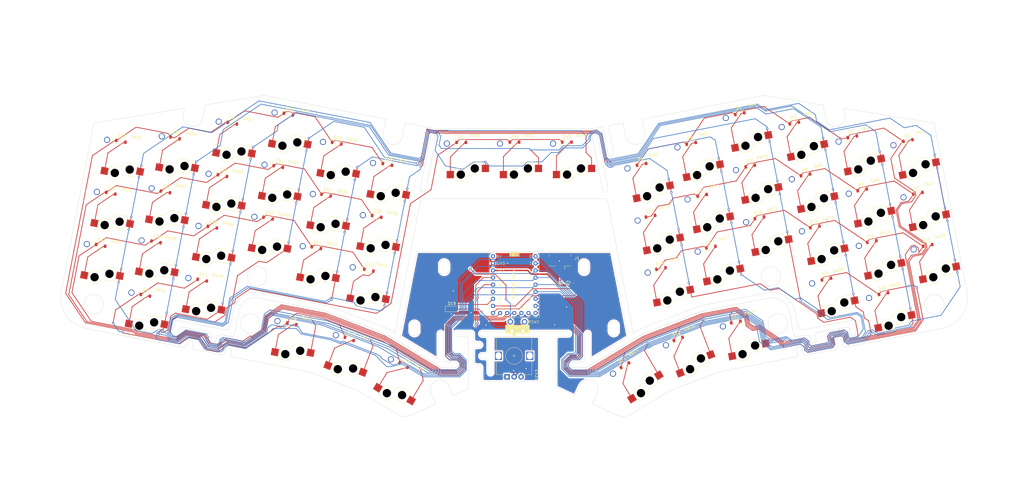
<source format=kicad_pcb>
(kicad_pcb (version 20240108) (generator "pcbnew") (generator_version "8.0")
  (layers (0 "F.Cu" signal) (31 "B.Cu" signal) (34 "B.Paste" user) (35 "F.Paste" user) (36 "B.SilkS" user "B.Silkscreen") (37 "F.SilkS" user "F.Silkscreen") (38 "B.Mask" user) (39 "F.Mask" user) (44 "Edge.Cuts" user))
  (net 0 "")
  (net 1 "/LR1")
  (net 2 "Net-(D1-A)")
  (net 3 "Net-(D2-A)")
  (net 4 "Net-(D3-A)")
  (net 5 "Net-(D4-A)")
  (net 6 "Net-(D5-A)")
  (net 7 "Net-(D6-A)")
  (net 8 "/LR2")
  (net 9 "Net-(D7-A)")
  (net 10 "Net-(D8-A)")
  (net 11 "Net-(D9-A)")
  (net 12 "Net-(D10-A)")
  (net 13 "Net-(D11-A)")
  (net 14 "Net-(D12-A)")
  (net 15 "/LR3")
  (net 16 "Net-(D13-A)")
  (net 17 "Net-(D14-A)")
  (net 18 "Net-(D15-A)")
  (net 19 "Net-(D16-A)")
  (net 20 "Net-(D17-A)")
  (net 21 "Net-(D18-A)")
  (net 22 "/LR4")
  (net 23 "Net-(D20-A)")
  (net 24 "Net-(D21-A)")
  (net 25 "Net-(D22-A)")
  (net 26 "Net-(D23-A)")
  (net 27 "Net-(D24-A)")
  (net 28 "/RR1")
  (net 29 "Net-(D25-A)")
  (net 30 "Net-(D26-A)")
  (net 31 "Net-(D27-A)")
  (net 32 "Net-(D28-A)")
  (net 33 "Net-(D29-A)")
  (net 34 "Net-(D30-A)")
  (net 35 "/RR2")
  (net 36 "Net-(D31-A)")
  (net 37 "Net-(D32-A)")
  (net 38 "Net-(D33-A)")
  (net 39 "Net-(D34-A)")
  (net 40 "Net-(D35-A)")
  (net 41 "Net-(D36-A)")
  (net 42 "/RR3")
  (net 43 "Net-(D37-A)")
  (net 44 "Net-(D38-A)")
  (net 45 "Net-(D39-A)")
  (net 46 "Net-(D40-A)")
  (net 47 "Net-(D41-A)")
  (net 48 "Net-(D42-A)")
  (net 49 "/RR4")
  (net 50 "Net-(D44-A)")
  (net 51 "Net-(D45-A)")
  (net 52 "Net-(D46-A)")
  (net 53 "Net-(D47-A)")
  (net 54 "Net-(D48-A)")
  (net 55 "/CR1")
  (net 56 "Net-(D49-A)")
  (net 57 "Net-(D50-A)")
  (net 58 "Net-(D51-A)")
  (net 59 "/SDA")
  (net 60 "GND")
  (net 61 "+3.3V")
  (net 62 "/SCL")
  (net 63 "Net-(D19-A)")
  (net 64 "/C1")
  (net 65 "/C2")
  (net 66 "/C3")
  (net 67 "/C4")
  (net 68 "/C5")
  (net 69 "/C6")
  (net 71 "/RotaryB")
  (net 72 "/RotaryA")
  (footprint "keyboard:Choc_Socket" (layer "F.Cu") (at 152.264415 147.819589 -31)
    (property "Reference" "SW48")
    (property "Value" "SW_Push" (hide yes))
  )
  (footprint "keyboard:Choc_Socket" (layer "F.Cu") (at 77.81672 119.641502 -11)
    (property "Reference" "SW45")
    (property "Value" "SW_Push" (hide yes))
  )
  (footprint "keyboard:Choc_Socket" (layer "F.Cu") (at 272.097866 82.72935 11)
    (property "Reference" "SW10")
    (property "Value" "SW_Push" (hide yes))
  )
  (footprint "keyboard:Choc_Socket" (layer "F.Cu") (at 251.157241 74.575197 11)
    (property "Reference" "SW5")
    (property "Value" "SW_Push" (hide yes))
  )
  (footprint "keyboard:Choc_Socket" (layer "F.Cu") (at 68.324639 68.898029 -11)
    (property "Reference" "SW26")
    (property "Value" "SW_Push" (hide yes))
  )
  (footprint "keyboard:Choc_Socket" (layer "F.Cu") (at 57.44853 124.850777 -11)
    (property "Reference" "SW44")
    (property "Value" "SW_Push" (hide yes))
  )
  (footprint "keyboard:Choc_Socket" (layer "F.Cu") (at 258.407986 111.877031 11)
    (property "Reference" "SW17")
    (property "Value" "SW_Push" (hide yes))
  )
  (footprint "Diode_SMD:D_SOD-123" (layer "F.Cu") (at 127.187828 113.910626 -11)
    (property "Reference" "D41")
    (property "Value" "1N4148W")
  )
  (footprint "keyboard:Choc_Socket" (layer "F.Cu") (at 140.25698 97.142292 -11)
    (property "Reference" "SW36")
    (property "Value" "SW_Push" (hide yes))
  )
  (footprint "keyboard:Choc_Socket" (layer "F.Cu") (at 316.07802 109.835562 11)
    (property "Reference" "SW14")
    (property "Value" "SW_Push" (hide yes))
  )
  (footprint "Diode_SMD:D_SOD-123" (layer "F.Cu") (at 250.515526 121.362119 11)
    (property "Reference" "D18")
    (property "Value" "1N4148W")
  )
  (footprint "Diode_SMD:D_SOD-123" (layer "F.Cu") (at 130.685034 95.132924 -11)
    (property "Reference" "D35")
    (property "Value" "1N4148W")
  )
  (footprint "Diode_SMD:D_SOD-123" (layer "F.Cu") (at 216.851144 76.135636)
    (property "Reference" "D49")
    (property "Value" "1N4148W")
  )
  (footprint "Diode_SMD:D_SOD-123" (layer "F.Cu") (at 93.590452 88.12621 -11)
    (property "Reference" "D33")
    (property "Value" "1N4148W")
  )
  (footprint "keyboard:Choc_Socket" (layer "F.Cu") (at 254.782618 93.226118 11)
    (property "Reference" "SW11")
    (property "Value" "SW_Push" (hide yes))
  )
  (footprint "Diode_SMD:D_SOD-123" (layer "F.Cu") (at 342.464562 94.422455 11)
    (property "Reference" "D7")
    (property "Value" "1N4148W")
  )
  (footprint "Rotary_Encoder:RotaryEncoder_Alps_EC12E_Vertical_H20mm" (layer "F.Cu") (at 195.46 160.1 90)
    (property "Reference" "EC12")
    (property "Value" "RotaryEncoder")
  )
  (footprint "Resistor_SMD:R_0603_1608Metric" (layer "F.Cu") (at 218.82 126.55 90)
    (property "Reference" "R2")
    (property "Value" "1kΩ")
  )
  (footprint "Diode_SMD:D_SOD-123" (layer "F.Cu") (at 265.238643 95.17162 11)
    (property "Reference" "D11")
    (property "Value" "1N4148W")
  )
  (footprint "keyboard:Choc_Socket" (layer "F.Cu") (at 131.549665 139.558754 -21)
    (property "Reference" "SW47")
    (property "Value" "SW_Push" (hide yes))
  )
  (footprint "Diode_SMD:D_SOD-123" (layer "F.Cu") (at 243.578354 84.101199 11)
    (property "Reference" "D6")
    (property "Value" "1N4148W")
  )
  (footprint "keyboard:Choc_Socket" (layer "F.Cu") (at 88.692839 63.688754 -11)
    (property "Reference" "SW27")
    (property "Value" "SW_Push" (hide yes))
  )
  (footprint "keyboard:Choc_Socket" (layer "F.Cu") (at 101.428673 97.744573 -11)
    (property "Reference" "SW40")
    (property "Value" "SW_Push" (hide yes))
  )
  (footprint "Diode_SMD:D_SOD-123" (layer "F.Cu") (at 345.942683 113.101997 11)
    (property "Reference" "D13")
    (property "Value" "1N4148W")
  )
  (footprint "keyboard:Choc_Socket" (layer "F.Cu") (at 207.39705 72.30083)
    (property "Reference" "SW49")
    (property "Value" "SW_Push" (hide yes))
  )
  (footprint "keyboard:Choc_Socket" (layer "F.Cu") (at 41.468933 107.482631 -11)
    (property "Reference" "SW37")
    (property "Value" "SW_Push" (hide yes))
  )
  (footprint "Diode_SMD:D_SOD-123" (layer "F.Cu") (at 237.638846 155.95303 31)
    (property "Reference" "D24")
    (property "Value" "1N4148W")
  )
  (footprint "keyboard:Choc_Socket" (layer "F.Cu") (at 312.452655 91.184649 11)
    (property "Reference" "SW8")
    (property "Value" "SW_Push" (hide yes))
  )
  (footprint "keyboard:Choc_Socket" (layer "F.Cu") (at 292.084449 85.975377 11)
    (property "Reference" "SW9")
    (property "Value" "SW_Push" (hide yes))
  )
  (footprint "Diode_SMD:D_SOD-123" (layer "F.Cu") (at 90.003242 106.580798 -11)
    (property "Reference" "D39")
    (property "Value" "1N4148W")
  )
  (footprint "keyboard:Choc_Socket" (layer "F.Cu") (at 267.431742 138.647056 11)
    (property "Reference" "SW22")
    (property "Value" "SW_Push" (hide yes))
  )
  (footprint "Diode_SMD:D_SOD-123" (layer "F.Cu") (at 298.20889 69.305364 11)
    (property "Reference" "D3")
    (property "Value" "1N4148W")
  )
  (footprint "Diode_SMD:D_SOD-123" (layer "F.Cu") (at 53.655457 94.421925 -11)
    (property "Reference" "D31")
    (property "Value" "1N4148W")
  )
  (footprint "Diode_SMD:D_SOD-123" (layer "F.Cu") (at 305.587794 106.480416 11)
    (property "Reference" "D15")
    (property "Value" "1N4148W")
  )
  (footprint "keyboard:Choc_Socket" (layer "F.Cu") (at 45.094306 88.831713 -11)
    (property "Reference" "SW31")
    (property "Value" "SW_Push" (hide yes))
  )
  (footprint "Diode_SMD:D_SOD-123" (layer "F.Cu") (at 282.455739 84.693937 11)
    (property "Reference" "D10")
    (property "Value" "1N4148W")
  )
  (footprint "Diode_SMD:D_SOD-123" (layer "F.Cu") (at 148.818123 102.732507 -11)
    (property "Reference" "D36")
    (property "Value" "1N4148W")
  )
  (footprint "Diode_SMD:D_SOD-123" (layer "F.Cu") (at 69.831372 111.828237 -11)
    (property "Reference" "D38")
    (property "Value" "1N4148W")
  )
  (footprint "Diode_SMD:D_SOD-123" (layer "F.Cu") (at 97.136744 69.35805 -11)
    (property "Reference" "D27")
    (property "Value" "1N4148W")
  )
  (footprint "Diode_SMD:D_SOD-123" (layer "F.Cu") (at 66.012435 130.950887 -11)
    (property "Reference" "D44")
    (property "Value" "1N4148W")
  )
  (footprint "Diode_SMD:D_SOD-123" (layer "F.Cu") (at 268.384128 113.712072 11)
    (property "Reference" "D17")
    (property "Value" "1N4148W")
  )
  (footprint "keyboard:Choc_Socket" (layer "F.Cu") (at 288.459079 67.324455 11)
    (property "Reference" "SW3")
    (property "Value" "SW_Push" (hide yes))
  )
  (footprint "keyboard:Choc_Socket" (layer "F.Cu") (at 105.054048 79.093652 -11)
    (property "Reference" "SW34")
    (property "Value" "SW_Push" (hide yes))
  )
  (footprint "keyboard:Choc_Socket" (layer "F.Cu") (at 328.432238 73.816492 11)
    (property "Reference" "SW1")
    (property "Value" "SW_Push" (hide yes))
  )
  (footprint "Diode_SMD:D_SOD-123" (layer "F.Cu") (at 322.516029 93.206476 11)
    (property "Reference" "D8")
    (property "Value" "1N4148W")
  )
  (footprint "keyboard:Choc_Socket" (layer "F.Cu") (at 268.472502 64.078435 11)
    (property "Reference" "SW4")
    (property "Value" "SW_Push" (hide yes))
  )
  (footprint "Diode_SMD:D_SOD-123" (layer "F.Cu") (at 73.205933 93.943546 -11)
    (property "Reference" "D32")
    (property "Value" "1N4148W")
  )
  (footprint "keyboard:Choc_Socket" (layer "F.Cu") (at 143.882349 78.491378 -11)
    (property "Reference" "SW30")
    (property "Value" "SW_Push" (hide yes))
  )
  (footprint "keyboard:Choc_Socket" (layer "F.Cu") (at 299.335192 123.277209 11)
    (property "Reference" "SW21")
    (property "Value" "SW_Push" (hide yes))
  )
  (footprint "Diode_SMD:D_SOD-123" (layer "F.Cu") (at 86.369712 125.535743 -11)
    (property "Reference" "D45")
    (property "Value" "1N4148W")
  )
  (footprint "keyboard:Choc_Socket" (layer "F.Cu") (at 275.723246 101.38027 11)
    (property "Reference" "SW16")
    (property "Value" "SW_Push" (hide yes))
  )
  (footprint "Diode_SMD:D_SOD-123" (layer "F.Cu") (at 57.261747 75.869169 -11)
    (property "Reference" "D25")
    (property "Value" "1N4148W")
  )
  (footprint "Diode_SMD:D_SOD-123" (layer "F.Cu") (at 278.713124 65.963933 11)
    (property "Reference" "D4")
    (property "Value" "1N4148W")
  )
  (footprint "Diode_SMD:D_SOD-123" (layer "F.Cu") (at 325.955993 111.689689 11)
    (property "Reference" "D14")
    (property "Value" "1N4148W")
  )
  (footprint "keyboard:Choc_Socket" (layer "F.Cu") (at 48.719675 70.180795 -11)
    (property "Reference" "SW25")
    (property "Value" "SW_Push" (hide yes))
  )
  (footprint "Diode_SMD:D_SOD-123" (layer "F.Cu") (at 134.506736 76.520167 -11)
    (property "Reference" "D29")
    (property "Value" "1N4148W")
  )
  (footprint "keyboard:Choc_Socket" (layer "F.Cu") (at 335.68298 111.118331 11)
    (property "Reference" "SW13")
    (property "Value" "SW_Push" (hide yes))
  )
  (footprint "Diode_SMD:D_SOD-123" (layer "F.Cu") (at 113.57703 84.880191 -11)
    (property "Reference" "D34")
    (property "Value" "1N4148W")
  )
  (footprint "Diode_SMD:D_SOD-123" (layer "F.Cu") (at 309.723059 125.134081 11)
    (property "Reference" "D21")
    (property "Value" "1N4148W")
  )
  (footprint "keyboard:Choc_Socket" (layer "F.Cu") (at 64.69927 87.548944 -11)
    (property "Reference" "SW32")
    (property "Value" "SW_Push" (hide yes))
  )
  (footprint "Diode_SMD:D_SOD-123" (layer "F.Cu") (at 109.940735 103.325245 -11)
    (property "Reference" "D40")
    (property "Value" "1N4148W")
  )
  (footprint "keyboard:Choc_Socket" (layer "F.Cu") (at 236.894933 100.777993 11)
    (property "Reference" "SW12")
    (property "Value" "SW_Push" (hide yes))
  )
  (footprint "keyboard:Choc_Socket" (layer "F.Cu") (at 227.25903 157.594599 31)
    (property "Reference" "SW24")
    (property "Value" "SW_Push" (hide yes))
  )
  (footprint "Diode_SMD:D_SOD-123" (layer "F.Cu") (at 318.980652 74.232446 11)
    (property "Reference" "D2")
    (property "Value" "1N4148W")
  )
  (footprint "Diode_SMD:D_SOD-123" (layer "F.Cu") (at 139.012946 146.555969 -21)
    (property "Reference" "D47")
    (property "Value" "1N4148W")
  )
  (footprint "Diode_SMD:D_SOD-123" (layer "F.Cu") (at 118.431327 141.140087 -11)
    (property "Reference" "D46")
    (property "Value" "1N4148W")
  )
  (footprint "keyboard:Choc_Socket" (layer "F.Cu") (at 118.743926 108.241329 -11)
    (property "Reference" "SW41")
    (property "Value" "SW_Push" (hide yes))
  )
  (footprint "keyboard:Choc_Socket" (layer "F.Cu") (at 246.523443 146.356843 21)
    (property "Reference" "SW23")
    (property "Value" "SW_Push" (hide yes))
  )
  (footprint "Diode_SMD:D_SOD-123" (layer "F.Cu") (at 76.651296 74.646406 -11)
    (property "Reference" "D26")
    (property "Value" "1N4148W")
  )
  (footprint "Diode_SMD:D_SOD-123" (layer "F.Cu") (at 152.639823 84.119755 -11)
    (property "Reference" "D30")
    (property "Value" "1N4148W")
  )
  (footprint "keyboard:MicroSwitch" (layer "F.Cu") (at 199.15 140.4)
    (property "Reference" "MSW1")
    (property "Value" "SW_SPDT_312")
  )
  (footprint "keyboard:Choc_Socket" (layer "F.Cu") (at 169.397056 72.300833)
    (property "Reference" "SW51")
    (property "Value" "SW_Push" (hide yes))
  )
  (footprint "keyboard:Choc_Socket" (layer "F.Cu") (at 240.52031 119.428912 11)
    (property "Reference" "SW18")
    (property "Value" "SW_Push" (hide yes))
  )
  (footprint "keyboard:Choc_Socket" (layer "F.Cu") (at 332.057612 92.467415 11)
    (property "Reference" "SW7")
    (property "Value" "SW_Push" (hide yes))
  )
  (footprint "keyboard:Choc_Socket" (layer "F.Cu") (at 109.715265 135.01041 -11)
    (property "Reference" "SW46")
    (property "Value" "SW_Push" (hide yes))
  )
  (footprint "keyboard:Choc_Socket" (layer "F.Cu") (at 85.067469 82.339672 -11)
    (property "Reference" "SW33")
    (property "Value" "SW_Push" (hide yes))
  )
  (footprint "Diode_SMD:D_SOD-123" (layer "F.Cu") (at 302.226914 87.879956 11)
    (property "Reference" "D9")
    (property "Value" "1N4148W")
  )
  (footprint "Diode_SMD:D_SOD-123" (layer "F.Cu") (at 256.677559 146.553961 21)
    (property "Reference" "D23")
    (property "Value" "1N4148W")
  )
  (footprint "Diode_SMD:D_SOD-123" (layer "F.Cu") (at 179.051145 76.235629)
    (property "Reference" "D51")
    (property "Value" "1N4148W")
  )
  (footprint "keyboard:RP2040-Zero" (layer "F.Cu") (at 198.026434 127.125475)
    (property "Reference" "U1")
    (property "Value" "RP2040-Zero")
  )
  (footprint "Diode_SMD:D_SOD-123" (layer "F.Cu") (at 198.101144 76.135634)
    (property "Reference" "D50")
    (property "Value" "1N4148W")
  )
  (footprint "Diode_SMD:D_SOD-123" (layer "F.Cu") (at 50.03008 113.072842 -11)
    (property "Reference" "D37")
    (property "Value" "1N4148W")
  )
  (footprint "keyboard:Choc_Socket" (layer "F.Cu") (at 81.442096 100.99059 -11)
    (property "Reference" "SW39")
    (property "Value" "SW_Push" (hide yes))
  )
  (footprint "keyboard:Jushuo_AFC07-S06FCA-00_1x6-1MP_P0.50_Horizontal-JLC" (layer "F.Cu") (at 214.41 123.12)
    (property "Reference" "J1")
    (property "Value" "Conn_01x06")
  )
  (footprint "Diode_SMD:D_SOD-123" (layer "F.Cu") (at 261.318786 76.577943 11)
    (property "Reference" "D5")
    (property "Value" "1N4148W")
  )
  (footprint "Diode_SMD:D_SOD-123" (layer "F.Cu") (at 246.772909 102.632117 11)
    (property "Reference" "D12")
    (property "Value" "1N4148W")
  )
  (footprint "keyboard:Choc_Socket" (layer "F.Cu") (at 136.631608 115.793209 -11)
    (property "Reference" "SW42")
    (property "Value" "SW_Push" (hide yes))
  )
  (footprint "Diode_SMD:D_SOD-123" (layer "F.Cu") (at 277.309713 140.50118 11)
    (property "Reference" "D22")
    (property "Value" "1N4148W")
  )
  (footprint "Diode_SMD:D_SOD-123" (layer "F.Cu") (at 145.999895 121.947802 -11)
    (property "Reference" "D42")
    (property "Value" "1N4148W")
  )
  (footprint "keyboard:Choc_Socket" (layer "F.Cu") (at 122.369304 89.590419 -11)
    (property "Reference" "SW35")
    (property "Value" "SW_Push" (hide yes))
  )
  (footprint "keyboard:Choc_Socket" (layer "F.Cu") (at 125.99467 70.939498 -11)
    (property "Reference" "SW29")
    (property "Value" "SW_Push" (hide yes))
  )
  (footprint "Diode_SMD:D_SOD-123" (layer "F.Cu") (at 285.748456 103.20577 11)
    (property "Reference" "D16")
    (property "Value" "1N4148W")
  )
  (footprint "Diode_SMD:D_SOD-123" (layer "F.Cu") (at 158.45791 155.884548 -31)
    (property "Reference" "D48")
    (property "Value" "1N4148W")
  )
  (footprint "keyboard:Choc_Socket" (layer "F.Cu") (at 308.827278 72.533727 11)
    (property "Reference" "SW2")
    (property "Value" "SW_Push" (hide yes))
  )
  (footprint "keyboard:Choc_Socket" (layer "F.Cu") (at 319.703388 128.486481 11)
    (property "Reference" "SW20")
    (property "Value" "SW_Push" (hide yes))
  )
  (footprint "Diode_SMD:D_SOD-123" (layer "F.Cu") (at 330.14034 130.33382 11)
    (property "Reference" "D20")
    (property "Value" "1N4148W")
  )
  (footprint "keyboard:Choc_Socket" (layer "F.Cu") (at 108.679416 60.442737 -11)
    (property "Reference" "SW28")
    (property "Value" "SW_Push" (hide yes))
  )
  (footprint "Diode_SMD:D_SOD-123" (layer "F.Cu") (at 175.66 135.87)
    (property "Reference" "D19")
    (property "Value" "1N4148W")
  )
  (footprint "Resistor_SMD:R_0603_1608Metric" (layer "F.Cu") (at 215.92 126.54 90)
    (property "Reference" "R1")
    (property "Value" "1kΩ")
  )
  (footprint "keyboard:Choc_Socket" (layer "F.Cu") (at 188.397043 72.300834)
    (property "Reference" "SW50")
    (property "Value" "SW_Push" (hide yes))
  )
  (footprint "keyboard:Choc_Socket" (layer "F.Cu") (at 233.269574 82.127078 11)
    (property "Reference" "SW6")
    (property "Value" "SW_Push" (hide yes))
  )
  (footprint "Diode_SMD:D_SOD-123" (layer "F.Cu") (at 117.221484 66.131114 -11)
    (property "Reference" "D28")
    (property "Value" "1N4148W")
  )
  (footprint "keyboard:Choc_Socket" (layer "F.Cu") (at 61.073895 106.199869 -11)
    (property "Reference" "SW38")
    (property "Value" "SW_Push" (hide yes))
  )
  (footprint "Diode_SMD:D_SOD-123" (layer "F.Cu") (at 338.899183 75.556135 11)
    (property "Reference" "D1")
    (property "Value" "1N4148W")
  )
  (footprint "keyboard:Choc_Socket" (layer "F.Cu") (at 295.709818 104.62629 11)
    (property "Reference" "SW15")
    (property "Value" "SW_Push" (hide yes))
  )
  (gr_line (start 244.302293 144.615977) (end 245.455612 144.134171) (stroke (width 0.1)) (layer "Edge.Cuts"))
  (gr_line (start 265.144315 134.610757) (end 263.827747 134.988054) (stroke (width 0.1)) (layer "Edge.Cuts"))
  (gr_line (start 313.578187 70.539794) (end 314.444672 70.249808) (stroke (width 0.1)) (layer "Edge.Cuts"))
  (gr_line (start 225.095959 161.189486) (end 225.968029 161.462008) (stroke (width 0.1)) (layer "Edge.Cuts"))
  (gr_line (start 151.694443 75.454962) (end 151.28697 74.637126) (stroke (width 0.1)) (layer "Edge.Cuts"))
  (gr_line (start 244.748141 72.82976) (end 243.792728 67.92174) (stroke (width 0.1)) (layer "Edge.Cuts"))
  (gr_line (start 315.207974 69.745252) (end 315.813329 69.060771) (stroke (width 0.1)) (layer "Edge.Cuts"))
  (gr_line (start 174.686669 119.870286) (end 174.686669 121.870286) (stroke (width 0.1)) (layer "Edge.Cuts"))
  (gr_line (start 238.584348 145.632372) (end 225.286587 153.620001) (stroke (width 0.1)) (layer "Edge.Cuts"))
  (gr_line (start 295.914614 135.148923) (end 296.41199 136.634028) (stroke (width 0.1)) (layer "Edge.Cuts"))
  (gr_arc (start 316.808352 142.303199) (mid 317.558379 142.455748) (end 317.980786 143.094016) (stroke (width 0.1)) (layer "Edge.Cuts"))
  (gr_line (start 35.864361 129.821803) (end 35.687886 132.695703) (stroke (width 0.1)) (layer "Edge.Cuts"))
  (gr_line (start 151.286991 74.637129) (end 151.104949 73.741779) (stroke (width 0.1)) (layer "Edge.Cuts"))
  (gr_line (start 244.803955 73.741777) (end 244.748141 72.829763) (stroke (width 0.1)) (layer "Edge.Cuts"))
  (gr_line (start 213.008663 163.722527) (end 219.639187 166.795741) (stroke (width 0.1)) (layer "Edge.Cuts"))
  (gr_arc (start 94.772612 150.455068) (mid 95.94506 149.664162) (end 96.735862 150.836682) (stroke (width 0.1)) (layer "Edge.Cuts"))
  (gr_line (start 99.410124 132.542251) (end 100.974607 131.158741) (stroke (width 0.1)) (layer "Edge.Cuts"))
  (gr_line (start 47.513173 69.974378) (end 35.864361 129.821803) (stroke (width 0.1)) (layer "Edge.Cuts"))
  (gr_line (start 313.579744 70.539791) (end 313.578187 70.539794) (stroke (width 0.1)) (layer "Edge.Cuts"))
  (gr_arc (start 223.286586 153.820001) (mid 222.993718 154.52714) (end 222.286584 154.820001) (stroke (width 0.1)) (layer "Edge.Cuts"))
  (gr_line (start 271.378175 158.316624) (end 298.577108 153.013666) (stroke (width 0.1)) (layer "Edge.Cuts"))
  (gr_line (start 316.218722 68.242944) (end 316.400481 67.347591) (stroke (width 0.1)) (layer "Edge.Cuts"))
  (gr_line (start 37.545257 138.094262) (end 39.452378 140.251149) (stroke (width 0.1)) (layer "Edge.Cuts"))
  (gr_line (start 244.214726 75.454961) (end 244.622175 74.637131) (stroke (width 0.1)) (layer "Edge.Cuts"))
  (gr_line (start 100.974607 131.158741) (end 102.843891 130.227412) (stroke (width 0.1)) (layer "Edge.Cuts"))
  (gr_line (start 169.971081 161.479998) (end 170.843151 161.206942) (stroke (width 0.1)) (layer "Edge.Cuts"))
  (gr_line (start 164.251916 70.284057) (end 158.987412 69.259207) (stroke (width 0.1)) (layer "Edge.Cuts"))
  (gr_line (start 89.452155 146.385149) (end 89.646086 145.383703) (stroke (width 0.1)) (layer "Edge.Cuts"))
  (gr_line (start 265.574006 136.561006) (end 266.793473 136.286643) (stroke (width 0.1)) (layer "Edge.Cuts"))
  (gr_arc (start 320.235228 144.210413) (mid 319.444453 145.382875) (end 318.271972 144.592028) (stroke (width 0.1)) (layer "Edge.Cuts"))
  (gr_line (start 227.944988 165.237078) (end 227.672466 166.109141) (stroke (width 0.1)) (layer "Edge.Cuts"))
  (gr_line (start 288.934873 129.939539) (end 266.481262 134.31019) (stroke (width 0.1)) (layer "Edge.Cuts"))
  (gr_line (start 223.286586 153.820001) (end 223.286586 144.691918) (stroke (width 0.1)) (layer "Edge.Cuts"))
  (gr_line (start 164.499657 97.207748) (end 155.307845 144.339756) (stroke (width 0.1)) (layer "Edge.Cuts"))
  (gr_line (start 108.298539 59.4564) (end 87.393816 62.845971) (stroke (width 0.1)) (layer "Edge.Cuts"))
  (gr_line (start 221.320873 163.166446) (end 221.809826 162.394664) (stroke (width 0.1)) (layer "Edge.Cuts"))
  (gr_line (start 241.981389 76.93398) (end 242.847624 76.643736) (stroke (width 0.1)) (layer "Edge.Cuts"))
  (gr_line (start 299.197209 145.722434) (end 302.63372 145.058473) (stroke (width 0.1)) (layer "Edge.Cuts"))
  (gr_line (start 243.792728 67.92174) (end 287.256348 59.461955) (stroke (width 0.1)) (layer "Edge.Cuts"))
  (gr_line (start 219.639187 166.795741) (end 221.320873 163.166446) (stroke (width 0.1)) (layer "Edge.Cuts"))
  (gr_line (start 106.974832 129.93954) (end 129.428694 134.310198) (stroke (width 0.1)) (layer "Edge.Cuts"))
  (gr_line (start 230.451255 96.40149) (end 165.483281 96.398563) (stroke (width 0.1)) (layer "Edge.Cuts"))
  (gr_line (start 151.161039 72.829759) (end 152.116183 67.921742) (stroke (width 0.1)) (layer "Edge.Cuts"))
  (gr_line (start 360.044281 129.821803) (end 360.22073 132.695703) (stroke (width 0.1)) (layer "Edge.Cuts"))
  (gr_arc (start 77.770082 144.114295) (mid 76.597645 144.905115) (end 75.80683 143.73268) (stroke (width 0.1)) (layer "Edge.Cuts"))
  (gr_line (start 240.174011 76.808038) (end 241.069349 76.9898) (stroke (width 0.1)) (layer "Edge.Cuts"))
  (gr_line (start 306.560228 144.295232) (end 307.541861 144.104422) (stroke (width 0.1)) (layer "Edge.Cuts"))
  (gr_line (start 347.809936 69.247301) (end 348.019744 69.36901) (stroke (width 0.1)) (layer "Edge.Cuts"))
  (gr_line (start 104.890444 129.811482) (end 106.974826 129.939536) (stroke (width 0.1)) (layer "Edge.Cuts"))
  (gr_line (start 360.221528 132.695708) (end 359.648162 135.517226) (stroke (width 0.1)) (layer "Edge.Cuts"))
  (gr_arc (start 176.820736 154.813666) (mid 177.820773 155.813686) (end 176.820737 156.813668) (stroke (width 0.1)) (layer "Edge.Cuts"))
  (gr_line (start 157.511837 174.120204) (end 158.709347 174.332133) (stroke (width 0.1)) (layer "Edge.Cuts"))
  (gr_line (start 236.024563 174.224177) (end 237.237942 174.306987) (stroke (width 0.1)) (layer "Edge.Cuts"))
  (gr_line (start 301.330435 151.455741) (end 301.042138 149.987719) (stroke (width 0.1)) (layer "Edge.Cuts"))
  (gr_arc (start 185.504153 147.702527) (mid 186.504112 148.702486) (end 185.504153 149.702527) (stroke (width 0.1)) (layer "Edge.Cuts"))
  (gr_line (start 48.100548 69.247303) (end 47.890732 69.36901) (stroke (width 0.1)) (layer "Edge.Cuts"))
  (gr_line (start 161.079754 173.874675) (end 169.953625 169.756427) (stroke (width 0.1)) (layer "Edge.Cuts"))
  (gr_line (start 292.47498 132.107006) (end 293.877016 132.805504) (stroke (width 0.1)) (layer "Edge.Cuts"))
  (gr_line (start 227.782787 163.43262) (end 227.982556 164.324267) (stroke (width 0.1)) (layer "Edge.Cuts"))
  (gr_arc (start 80.932188 148.810238) (mid 80.509743 149.448444) (end 79.759749 149.601056) (stroke (width 0.1)) (layer "Edge.Cuts"))
  (gr_line (start 108.652818 59.461955) (end 108.535336 59.446079) (stroke (width 0.1)) (layer "Edge.Cuts"))
  (gr_line (start 239.356187 76.400576) (end 240.174011 76.808038) (stroke (width 0.1)) (layer "Edge.Cuts"))
  (gr_line (start 241.069353 76.989804) (end 241.981389 76.93398) (stroke (width 0.1)) (layer "Edge.Cuts"))
  (gr_line (start 298.315948 136.263874) (end 298.314327 136.263874) (stroke (width 0.1)) (layer "Edge.Cuts"))
  (gr_line (start 263.827758 134.988054) (end 262.535553 135.441553) (stroke (width 0.1)) (layer "Edge.Cuts"))
  (gr_line (start 264.372803 136.906015) (end 265.574006 136.561006) (stroke (width 0.1)) (layer "Edge.Cuts"))
  (gr_line (start 84.137852 70.413853) (end 83.242496 70.595886) (stroke (width 0.1)) (layer "Edge.Cuts"))
  (gr_line (start 290.9404 131.795071) (end 292.475252 132.107008) (stroke (width 0.1)) (layer "Edge.Cuts"))
  (gr_line (start 167.958386 164.343318) (end 168.15762 163.45167) (stroke (width 0.1)) (layer "Edge.Cuts"))
  (gr_line (start 173.457226 161.791415) (end 174.129803 162.409747) (stroke (width 0.1)) (layer "Edge.Cuts"))
  (gr_line (start 168.269543 166.128192) (end 167.996502 165.256129) (stroke (width 0.1)) (layer "Edge.Cuts"))
  (gr_line (start 235.367537 141.7836) (end 235.367537 143.7836) (stroke (width 0.1)) (layer "Edge.Cuts"))
  (gr_line (start 86.144716 68.639292) (end 85.640153 69.401286) (stroke (width 0.1)) (layer "Edge.Cuts"))
  (gr_arc (start 91.609338 145.765323) (mid 92.031781 145.127085) (end 92.781776 144.974499) (stroke (width 0.1)) (layer "Edge.Cuts"))
  (gr_arc (start 184.544153 155.702527) (mid 183.837032 155.409636) (end 183.544153 154.702527) (stroke (width 0.1)) (layer "Edge.Cuts"))
  (gr_line (start 301.198335 143.273752) (end 300.684202 143.169246) (stroke (width 0.1)) (layer "Edge.Cuts"))
  (gr_line (start 164.060746 141.781486) (end 164.060746 143.781486) (stroke (width 0.1)) (layer "Edge.Cuts"))
  (gr_line (start 243.179151 145.164197) (end 244.302293 144.615977) (stroke (width 0.1)) (layer "Edge.Cuts"))
  (gr_arc (start 188.504153 150.702527) (mid 188.211245 151.409607) (end 187.504153 151.702527) (stroke (width 0.1)) (layer "Edge.Cuts"))
  (gr_line (start 151.104949 73.741779) (end 151.161047 72.829762) (stroke (width 0.1)) (layer "Edge.Cuts"))
  (gr_line (start 351.326262 142.755158) (end 316.678452 149.496193) (stroke (width 0.1)) (layer "Edge.Cuts"))
  (gr_line (start 307.541861 144.104422) (end 316.808352 142.303199) (stroke (width 0.1)) (layer "Edge.Cuts"))
  (gr_line (start 181.543547 163.331537) (end 181.544153 164.382527) (stroke (width 0.1)) (layer "Edge.Cuts"))
  (gr_line (start 197.954454 71.317137) (end 226.38631 71.309992) (stroke (width 0.1)) (layer "Edge.Cuts"))
  (gr_line (start 225.990768 169.73869) (end 234.867291 173.850856) (stroke (width 0.1)) (layer "Edge.Cuts"))
  (gr_line (start 75.80683 143.73268) (end 76.377376 140.797647) (stroke (width 0.1)) (layer "Edge.Cuts"))
  (gr_line (start 237.876891 74.167235) (end 238.167145 75.033481) (stroke (width 0.1)) (layer "Edge.Cuts"))
  (gr_line (start 263.193302 137.320091) (end 264.372803 136.906015) (stroke (width 0.1)) (layer "Edge.Cuts"))
  (gr_line (start 315.811247 69.060773) (end 316.218722 68.242944) (stroke (width 0.1)) (layer "Edge.Cuts"))
  (gr_circle (center 289.883425 124.150462) (end 293.381772 124.150462) (stroke (width 0.1)) (fill none) (layer "Edge.Cuts"))
  (gr_line (start 84.955677 70.006392) (end 84.137852 70.413853) (stroke (width 0.1)) (layer "Edge.Cuts"))
  (gr_line (start 157.343765 145.629986) (end 163.226517 115.370127) (stroke (width 0.1)) (layer "Edge.Cuts"))
  (gr_arc (start 81.128069 147.80272) (mid 82.300459 147.012071) (end 83.091324 148.184337) (stroke (width 0.1)) (layer "Edge.Cuts"))
  (gr_line (start 97.332075 153.010367) (end 124.531781 158.316623) (stroke (width 0.1)) (layer "Edge.Cuts"))
  (gr_arc (start 166.319592 93.138236) (mid 165.147143 93.929113) (end 164.356341 92.756617) (stroke (width 0.1)) (layer "Edge.Cuts"))
  (gr_line (start 233.532052 79.897379) (end 231.663184 70.282895) (stroke (width 0.1)) (layer "Edge.Cuts"))
  (gr_line (start 207.004153 161.752527) (end 207.001436 145.691902) (stroke (width 0.1)) (layer "Edge.Cuts"))
  (gr_line (start 39.452378 140.251149) (end 41.852942 141.841035) (stroke (width 0.1)) (layer "Edge.Cuts"))
  (gr_line (start 172.076297 156.816035) (end 176.820737 156.813668) (stroke (width 0.1)) (layer "Edge.Cuts"))
  (gr_line (start 132.715613 137.320093) (end 131.536363 136.906012) (stroke (width 0.1)) (layer "Edge.Cuts"))
  (gr_arc (start 88.855267 144.211266) (mid 89.493476 144.633721) (end 89.646086 145.383703) (stroke (width 0.1)) (layer "Edge.Cuts"))
  (gr_line (start 170.843151 161.206942) (end 171.75595 161.168583) (stroke (width 0.1)) (layer "Edge.Cuts"))
  (gr_line (start 173.640739 154.813665) (end 176.820736 154.813666) (stroke (width 0.1)) (layer "Edge.Cuts"))
  (gr_line (start 153.061535 76.643729) (end 152.299546 76.139166) (stroke (width 0.1)) (layer "Edge.Cuts"))
  (gr_line (start 91.609338 145.765323) (end 91.415403 146.766764) (stroke (width 0.1)) (layer "Edge.Cuts"))
  (gr_line (start 240.594631 144.343323) (end 231.432582 97.21068) (stroke (width 0.1)) (layer "Edge.Cuts"))
  (gr_line (start 300.682405 143.169229) (end 300.212709 142.935339) (stroke (width 0.1)) (layer "Edge.Cuts"))
  (gr_line (start 150.45354 144.134173) (end 132.715613 137.320093) (stroke (width 0.1)) (layer "Edge.Cuts"))
  (gr_line (start 287.256348 59.461955) (end 287.37381 59.446076) (stroke (width 0.1)) (layer "Edge.Cuts"))
  (gr_line (start 295.050446 133.842939) (end 295.049411 133.842934) (stroke (width 0.1)) (layer "Edge.Cuts"))
  (gr_line (start 238.167145 75.033481) (end 238.671696 75.795207) (stroke (width 0.1)) (layer "Edge.Cuts"))
  (gr_line (start 232.703185 115.371972) (end 238.584348 145.632372) (stroke (width 0.1)) (layer "Edge.Cuts"))
  (gr_line (start 299.078884 150.369332) (end 299.367934 151.841234) (stroke (width 0.1)) (layer "Edge.Cuts"))
  (gr_arc (start 224.742673 121.871874) (mid 222.992218 123.622329) (end 221.241763 121.871874) (stroke (width 0.1)) (layer "Edge.Cuts"))
  (gr_line (start 241.063278 144.062204) (end 240.601059 144.339757) (stroke (width 0.1)) (layer "Edge.Cuts"))
  (gr_line (start 176.303341 166.809497) (end 181.544153 164.382527) (stroke (width 0.1)) (layer "Edge.Cuts"))
  (gr_line (start 347.574493 69.179573) (end 347.807556 69.247304) (stroke (width 0.1)) (layer "Edge.Cuts"))
  (gr_line (start 242.847629 76.643728) (end 243.609361 76.139163) (stroke (width 0.1)) (layer "Edge.Cuts"))
  (gr_arc (start 170.640739 144.685584) (mid 171.640739 143.685587) (end 172.640739 144.685584) (stroke (width 0.1)) (layer "Edge.Cuts"))
  (gr_arc (start 190.504153 158.552527) (mid 189.504153 159.552527) (end 188.504153 158.552527) (stroke (width 0.1)) (layer "Edge.Cuts"))
  (gr_line (start 287.492375 59.444229) (end 287.610349 59.456402) (stroke (width 0.1)) (layer "Edge.Cuts"))
  (gr_line (start 245.455612 144.134171) (end 263.193283 137.320098) (stroke (width 0.1)) (layer "Edge.Cuts"))
  (gr_line (start 299.819857 142.587948) (end 299.530151 142.150322) (stroke (width 0.1)) (layer "Edge.Cuts"))
  (gr_arc (start 299.367934 151.841234) (mid 299.215358 152.591233) (end 298.577108 153.013666) (stroke (width 0.1)) (layer "Edge.Cuts"))
  (gr_line (start 308.516748 62.846375) (end 309.475527 67.773042) (stroke (width 0.1)) (layer "Edge.Cuts"))
  (gr_line (start 266.480485 134.310194) (end 265.144335 134.61075) (stroke (width 0.1)) (layer "Edge.Cuts"))
  (gr_line (start 152.729748 145.164198) (end 151.606602 144.615978) (stroke (width 0.1)) (layer "Edge.Cuts"))
  (gr_line (start 315.212926 147.197542) (end 315.506017 148.705366) (stroke (width 0.1)) (layer "Edge.Cuts"))
  (gr_line (start 223.2915 161.351939) (end 224.182873 161.151912) (stroke (width 0.1)) (layer "Edge.Cuts"))
  (gr_line (start 226.38631 71.309992) (end 229.7 70.664883) (stroke (width 0.1)) (layer "Edge.Cuts"))
  (gr_line (start 223.851028 156.817633) (end 242.089862 145.776972) (stroke (width 0.1)) (layer "Edge.Cuts"))
  (gr_line (start 100.858723 133.842937) (end 99.994067 135.148922) (stroke (width 0.1)) (layer "Edge.Cuts"))
  (gr_line (start 98.257076 134.283475) (end 99.410124 132.542251) (stroke (width 0.1)) (layer "Edge.Cuts"))
  (gr_arc (start 94.57805 151.456083) (mid 94.155616 152.094305) (end 93.405612 152.246898) (stroke (width 0.1)) (layer "Edge.Cuts"))
  (gr_arc (start 213.006588 146.690002) (mid 213.299506 145.982928) (end 214.006584 145.690002) (stroke (width 0.1)) (layer "Edge.Cuts"))
  (gr_line (start 152.116183 67.921742) (end 108.652818 59.461955) (stroke (width 0.1)) (layer "Edge.Cuts"))
  (gr_line (start 227.358669 162.623256) (end 227.782803 163.432612) (stroke (width 0.1)) (layer "Edge.Cuts"))
  (gr_line (start 81.464239 70.249806) (end 80.702503 69.745248) (stroke (width 0.1)) (layer "Edge.Cuts"))
  (gr_line (start 244.622191 74.637131) (end 244.803955 73.741777) (stroke (width 0.1)) (layer "Edge.Cuts"))
  (gr_line (start 96.544688 141.652913) (end 97.593754 136.263874) (stroke (width 0.1)) (layer "Edge.Cuts"))
  (gr_arc (start 186.541737 145.690399) (mid 185.54174 144.690386) (end 186.541737 143.690398) (stroke (width 0.1)) (layer "Edge.Cuts"))
  (gr_arc (start 177.264153 145.692528) (mid 176.264111 144.692486) (end 177.264153 143.692528) (stroke (width 0.1)) (layer "Edge.Cuts"))
  (gr_line (start 296.41199 136.634028) (end 298.024773 144.931618) (stroke (width 0.1)) (layer "Edge.Cuts"))
  (gr_line (start 94.188048 143.241732) (end 94.711668 143.273753) (stroke (width 0.1)) (layer "Edge.Cuts"))
  (gr_line (start 86.434697 67.77304) (end 86.144718 68.639287) (stroke (width 0.1)) (layer "Edge.Cuts"))
  (gr_line (start 80.097135 69.060778) (end 79.68968 68.242947) (stroke (width 0.1)) (layer "Edge.Cuts"))
  (gr_line (start 172.640739 153.813665) (end 172.640739 144.685584) (stroke (width 0.1)) (layer "Edge.Cuts"))
  (gr_arc (start 318.39687 139.993717) (mid 319.146865 140.146318) (end 319.569304 140.784535) (stroke (width 0.1)) (layer "Edge.Cuts"))
  (gr_line (start 238.435192 174.094538) (end 239.599547 173.603843) (stroke (width 0.1)) (layer "Edge.Cuts"))
  (gr_arc (start 184.544153 147.702527) (mid 183.837032 147.409636) (end 183.544153 146.702527) (stroke (width 0.1)) (layer "Edge.Cuts"))
  (gr_line (start 231.568794 80.279) (end 229.698866 70.659056) (stroke (width 0.1)) (layer "Edge.Cuts"))
  (gr_line (start 188.504153 154.702527) (end 188.504153 158.552527) (stroke (width 0.1)) (layer "Edge.Cuts"))
  (gr_line (start 152.309397 142.728754) (end 153.651032 143.39175) (stroke (width 0.1)) (layer "Edge.Cuts"))
  (gr_line (start 354.056796 141.841032) (end 351.326509 142.755159) (stroke (width 0.1)) (layer "Edge.Cuts"))
  (gr_line (start 231.866627 141.7836) (end 231.866627 143.7836) (stroke (width 0.1)) (layer "Edge.Cuts"))
  (gr_line (start 177.264153 143.692528) (end 182.541739 143.690396) (stroke (width 0.1)) (layer "Edge.Cuts"))
  (gr_arc (start 235.367537 143.7836) (mid 233.617082 145.534055) (end 231.866627 143.7836) (stroke (width 0.1)) (layer "Edge.Cuts"))
  (gr_line (start 188.504153 146.692527) (end 188.504153 150.702527) (stroke (width 0.1)) (layer "Edge.Cuts"))
  (gr_line (start 297.651058 134.283473) (end 297.652865 134.283473) (stroke (width 0.1)) (layer "Edge.Cuts"))
  (gr_arc (start 180.541737 145.692527) (mid 181.24884 145.985417) (end 181.541737 146.692527) (stroke (width 0.1)) (layer "Edge.Cuts"))
  (gr_line (start 151.606602 144.615978) (end 150.45354 144.134173) (stroke (width 0.1)) (layer "Edge.Cuts"))
  (gr_line (start 129.428693 134.310193) (end 130.764833 134.610749) (stroke (width 0.1)) (layer "Edge.Cuts"))
  (gr_arc (start 217.286586 143.69) (mid 218.286539 144.689986) (end 217.286587 145.690001) (stroke (width 0.1)) (layer "Edge.Cuts"))
  (gr_line (start 77.549814 140.006829) (end 94.188048 143.241732) (stroke (width 0.1)) (layer "Edge.Cuts"))
  (gr_line (start 158.032003 74.167232) (end 157.741763 75.033477) (stroke (width 0.1)) (layer "Edge.Cuts"))
  (gr_line (start 226.009379 74.737985) (end 229.601272 93.213678) (stroke (width 0.1)) (layer "Edge.Cuts"))
  (gr_arc (start 186.554153 153.702527) (mid 185.554112 152.702486) (end 186.554153 151.702527) (stroke (width 0.1)) (layer "Edge.Cuts"))
  (gr_line (start 124.531781 158.316623) (end 142.104613 165.067477) (stroke (width 0.1)) (layer "Edge.Cuts"))
  (gr_line (start 297.652865 134.283473) (end 296.499842 132.54225) (stroke (width 0.1)) (layer "Edge.Cuts"))
  (gr_line (start 213.009201 143.691921) (end 217.286586 143.69) (stroke (width 0.1)) (layer "Edge.Cuts"))
  (gr_line (start 99.496646 136.634029) (end 97.880736 144.946914) (stroke (width 0.1)) (layer "Edge.Cuts"))
  (gr_circle (center 103.641314 141.007061) (end 107.139666 141.007065) (stroke (width 0.1)) (fill none) (layer "Edge.Cuts"))
  (gr_line (start 159.922726 174.24853) (end 161.079739 173.874675) (stroke (width 0.1)) (layer "Edge.Cuts"))
  (gr_line (start 315.813329 69.060771) (end 315.811247 69.060773) (stroke (width 0.1)) (layer "Edge.Cuts"))
  (gr_line (start 163.226517 115.370127) (end 232.703185 115.371972) (stroke (width 0.1)) (layer "Edge.Cuts"))
  (gr_line (start 197.954454 71.317137) (end 169.522863 71.31) (stroke (width 0.1)) (layer "Edge.Cuts"))
  (gr_line (start 314.445955 70.249806) (end 315.207735 69.745252) (stroke (width 0.1)) (layer "Edge.Cuts"))
  (gr_line (start 310.953459 70.006394) (end 311.771301 70.413849) (stroke (width 0.1)) (layer "Edge.Cuts"))
  (gr_arc (start 185.504153 155.702527) (mid 186.211245 155.995423) (end 186.504153 156.702527) (stroke (width 0.1)) (layer "Edge.Cuts"))
  (gr_line (start 348.394658 69.974379) (end 360.043767 129.821805) (stroke (width 0.1)) (layer "Edge.Cuts"))
  (gr_line (start 299.821135 142.587947) (end 299.819857 142.587948) (stroke (width 0.1)) (layer "Edge.Cuts"))
  (gr_arc (start 231.564529 92.832055) (mid 230.773674 94.004564) (end 229.601272 93.213678) (stroke (width 0.1)) (layer "Edge.Cuts"))
  (gr_line (start 82.330482 70.539791) (end 81.464233 70.249811) (stroke (width 0.1)) (layer "Edge.Cuts"))
  (gr_line (start 180.541737 145.692527) (end 177.264153 145.692528) (stroke (width 0.1)) (layer "Edge.Cuts"))
  (gr_arc (start 223.286586 144.691918) (mid 224.286587 143.691919) (end 225.286587 144.691918) (stroke (width 0.1)) (layer "Edge.Cuts"))
  (gr_arc (start 230.451255 96.40149) (mid 231.087146 96.629962) (end 231.432582 97.21068) (stroke (width 0.1)) (layer "Edge.Cuts"))
  (gr_line (start 83.688695 150.351731) (end 93.405612 152.246898) (stroke (width 0.1)) (layer "Edge.Cuts"))
  (gr_line (start 156.552975 76.400578) (end 155.735155 76.808033) (stroke (width 0.1)) (layer "Edge.Cuts"))
  (gr_line (start 83.091324 148.184337) (end 82.89788 149.179289) (stroke (width 0.1)) (layer "Edge.Cuts"))
  (gr_line (start 301.722202 143.241732) (end 301.198335 143.273752) (stroke (width 0.1)) (layer "Edge.Cuts"))
  (gr_arc (start 97.880736 144.946914) (mid 97.458299 145.585158) (end 96.7083 145.737731) (stroke (width 0.1)) (layer "Edge.Cuts"))
  (gr_line (start 174.129803 162.409747) (end 174.619274 163.181262) (stroke (width 0.1)) (layer "Edge.Cuts"))
  (gr_line (start 347.807556 69.247304) (end 347.809936 69.247301) (stroke (width 0.1)) (layer "Edge.Cuts"))
  (gr_line (start 142.104613 165.067477) (end 156.326705 173.601478) (stroke (width 0.1)) (layer "Edge.Cuts"))
  (gr_line (start 300.214083 142.935343) (end 299.821135 142.587947) (stroke (width 0.1)) (layer "Edge.Cuts"))
  (gr_line (start 47.588044 69.743666) (end 47.513171 69.97438) (stroke (width 0.1)) (layer "Edge.Cuts"))
  (gr_line (start 238.671709 75.795207) (end 239.356187 76.400576) (stroke (width 0.1)) (layer "Edge.Cuts"))
  (gr_line (start 316.345702 66.435577) (end 315.879248 64.039907) (stroke (width 0.1)) (layer "Edge.Cuts"))
  (gr_line (start 97.593763 136.263871) (end 98.257076 134.283475) (stroke (width 0.1)) (layer "Edge.Cuts"))
  (gr_line (start 303.806153 145.849284) (end 304.097338 147.347315) (stroke (width 0.1)) (layer "Edge.Cuts"))
  (gr_line (start 211.009198 143.691917) (end 186.541737 143.690398) (stroke (width 0.1)) (layer "Edge.Cuts"))
  (gr_line (start 294.935576 131.158737) (end 293.066311 130.227414) (stroke (width 0.1)) (layer "Edge.Cuts"))
  (gr_line (start 181.543547 163.331537) (end 181.541737 146.692527) (stroke (width 0.1)) (layer "Edge.Cuts"))
  (gr_line (start 96.088545 142.587949) (end 96.378267 142.150327) (stroke (width 0.1)) (layer "Edge.Cuts"))
  (gr_line (start 348.320553 69.74366) (end 348.395452 69.974383) (stroke (width 0.1)) (layer "Edge.Cuts"))
  (gr_line (start 312.667969 70.595877) (end 313.579744 70.539791) (stroke (width 0.1)) (layer "Edge.Cuts"))
  (gr_arc (start 305.769416 145.467667) (mid 305.922014 144.717661) (end 306.560228 144.295232) (stroke (width 0.1)) (layer "Edge.Cuts"))
  (gr_line (start 155.735155 76.808033) (end 154.839793 76.989805) (stroke (width 0.1)) (layer "Edge.Cuts"))
  (gr_line (start 347.576567 69.179567) (end 347.574493 69.179573) (stroke (width 0.1)) (layer "Edge.Cuts"))
  (gr_line (start 187.504153 161.75213) (end 207.004153 161.752527) (stroke (width 0.1)) (layer "Edge.Cuts"))
  (gr_line (start 152.299546 76.139166) (end 151.694443 75.454962) (stroke (width 0.1)) (layer "Edge.Cuts"))
  (gr_line (start 227.672466 166.109149) (end 225.990768 169.73869) (stroke (width 0.1)) (layer "Edge.Cuts"))
  (gr_line (start 225.968029 161.462008) (end 226.739819 161.95122) (stroke (width 0.1)) (layer "Edge.Cuts"))
  (gr_line (start 154.839801 76.989808) (end 153.927784 76.933977) (stroke (width 0.1)) (layer "Edge.Cuts"))
  (gr_arc (start 91.415403 146.766764) (mid 90.242942 147.55763) (end 89.452155 146.385149) (stroke (width 0.1)) (layer "Edge.Cuts"))
  (gr_line (start 237.237942 174.306987) (end 238.435192 174.094538) (stroke (width 0.1)) (layer "Edge.Cuts"))
  (gr_circle (center 292.270967 141.005481) (end 295.76932 141.005481) (stroke (width 0.1)) (fill none) (layer "Edge.Cuts"))
  (gr_line (start 103.434176 132.107004) (end 102.032143 132.805509) (stroke (width 0.1)) (layer "Edge.Cuts"))
  (gr_arc (start 187.504153 153.702527) (mid 188.211245 153.995423) (end 188.504153 154.702527) (stroke (width 0.1)) (layer "Edge.Cuts"))
  (gr_line (start 170.640739 144.685584) (end 170.640737 153.613666) (stroke (width 0.1)) (layer "Edge.Cuts"))
  (gr_line (start 262.535539 135.441543) (end 243.704253 142.710491) (stroke (width 0.1)) (layer "Edge.Cuts"))
  (gr_line (start 253.804303 165.067477) (end 239.599547 173.603843) (stroke (width 0.1)) (layer "Edge.Cuts"))
  (gr_line (start 80.702502 69.74525) (end 80.097135 69.060778) (stroke (width 0.1)) (layer "Edge.Cuts"))
  (gr_line (start 95.695375 142.935343) (end 96.088545 142.587949) (stroke (width 0.1)) (layer "Edge.Cuts"))
  (gr_line (start 187.504153 153.702527) (end 186.554153 153.702527) (stroke (width 0.1)) (layer "Edge.Cuts"))
  (gr_line (start 310.268246 69.401293) (end 310.952698 70.006392) (stroke (width 0.1)) (layer "Edge.Cuts"))
  (gr_line (start 174.619274 163.181262) (end 176.303341 166.809497) (stroke (width 0.1)) (layer "Edge.Cuts"))
  (gr_line (start 359.647401 135.517219) (end 358.363375 138.094265) (stroke (width 0.1)) (layer "Edge.Cuts"))
  (gr_line (start 213.006588 146.690002) (end 213.008663 163.722527) (stroke (width 0.1)) (layer "Edge.Cuts"))
  (gr_line (start 234.867275 173.850856) (end 236.024563 174.224177) (stroke (width 0.1)) (layer "Edge.Cuts"))
  (gr_line (start 358.36414 138.094263) (end 356.457032 140.251146) (stroke (width 0.1)) (layer "Edge.Cuts"))
  (gr_line (start 79.68968 68.242947) (end 79.507645 67.347597) (stroke (width 0.1)) (layer "Edge.Cuts"))
  (gr_line (start 83.242503 70.595883) (end 82.330482 70.539791) (stroke (width 0.1)) (layer "Edge.Cuts"))
  (gr_line (start 186.541737 145.690399) (end 187.504153 145.692527) (stroke (width 0.1)) (layer "Edge.Cuts"))
  (gr_circle (center 106.025735 124.150461) (end 109.524086 124.150459) (stroke (width 0.1)) (fill none) (layer "Edge.Cuts"))
  (gr_line (start 168.581219 162.642047) (end 169.199551 161.969477) (stroke (width 0.1)) (layer "Edge.Cuts"))
  (gr_line (start 87.393816 62.845971) (end 86.434697 67.77304) (stroke (width 0.1)) (layer "Edge.Cuts"))
  (gr_line (start 157.741763 75.033477) (end 157.237452 75.795214) (stroke (width 0.1)) (layer "Edge.Cuts"))
  (gr_arc (start 313.249673 147.579162) (mid 314.040453 146.406811) (end 315.212926 147.197542) (stroke (width 0.1)) (layer "Edge.Cuts"))
  (gr_line (start 95.226015 143.169247) (end 95.695375 142.935343) (stroke (width 0.1)) (layer "Edge.Cuts"))
  (gr_line (start 299.531438 142.150327) (end 299.36472 141.652912) (stroke (width 0.1)) (layer "Edge.Cuts"))
  (gr_line (start 35.687886 132.695703) (end 36.261233 135.517221) (stroke (width 0.1)) (layer "Edge.Cuts"))
  (gr_line (start 287.373808 59.446085) (end 287.492375 59.444229) (stroke (width 0.1)) (layer "Edge.Cuts"))
  (gr_line (start 296.499331 132.542248) (end 294.934811 131.158741) (stroke (width 0.1)) (layer "Edge.Cuts"))
  (gr_line (start 79.56373 66.435573) (end 80.029928 64.040041) (stroke (width 0.1)) (layer "Edge.Cuts"))
  (gr_line (start 158.987412 69.259207) (end 158.032011 74.167235) (stroke (width 0.1)) (layer "Edge.Cuts"))
  (gr_circle (center 348.375609 134.160703) (end 351.873962 134.160705) (stroke (width 0.1)) (fill none) (layer "Edge.Cuts"))
  (gr_arc (start 299.197209 145.722434) (mid 298.447196 145.569865) (end 298.024773 144.931618) (stroke (width 0.1)) (layer "Edge.Cuts"))
  (gr_line (start 184.544153 155.702527) (end 185.504153 155.702527) (stroke (width 0.1)) (layer "Edge.Cuts"))
  (gr_arc (start 83.688695 150.351731) (mid 83.050473 149.929303) (end 82.89788 149.179289) (stroke (width 0.1)) (layer "Edge.Cuts"))
  (gr_line (start 266.793477 136.286632) (end 289.376706 131.891101) (stroke (width 0.1)) (layer "Edge.Cuts"))
  (gr_line (start 309.475527 67.773042) (end 309.47449 67.773041) (stroke (width 0.1)) (layer "Edge.Cuts"))
  (gr_line (start 300.684202 143.169246) (end 300.682405 143.169229) (stroke (width 0.1)) (layer "Edge.Cuts"))
  (gr_line (start 356.45652 140.251151) (end 354.055936 141.841033) (stroke (width 0.1)) (layer "Edge.Cuts"))
  (gr_arc (start 164.060746 143.781486) (mid 162.310291 145.531941) (end 160.559836 143.781486) (stroke (width 0.1)) (layer "Edge.Cuts"))
  (gr_arc (start 77.965493 143.112777) (mid 78.387928 142.474582) (end 79.137926 142.321958) (stroke (width 0.1)) (layer "Edge.Cuts"))
  (gr_line (start 154.84589 144.062206) (end 155.307845 144.339756) (stroke (width 0.1)) (layer "Edge.Cuts"))
  (gr_arc (start 316.678452 149.496193) (mid 315.928475 149.343554) (end 315.506017 148.705366) (stroke (width 0.1)) (layer "Edge.Cuts"))
  (gr_line (start 47.890728 69.369016) (end 47.71664 69.537817) (stroke (width 0.1)) (layer "Edge.Cuts"))
  (gr_arc (start 171.185759 119.870286) (mid 172.936214 118.119831) (end 174.686669 119.870286) (stroke (width 0.1)) (layer "Edge.Cuts"))
  (gr_line (start 293.066311 130.227414) (end 293.065006 130.227404) (stroke (width 0.1)) (layer "Edge.Cuts"))
  (gr_line (start 226.739819 161.95122) (end 227.358669 162.623263) (stroke (width 0.1)) (layer "Edge.Cuts"))
  (gr_line (start 41.852942 141.841035) (end 44.583174 142.75516) (stroke (width 0.1)) (layer "Edge.Cuts"))
  (gr_line (start 314.444672 70.249808) (end 314.445955 70.249806) (stroke (width 0.1)) (layer "Edge.Cuts"))
  (gr_line (start 132.08141 134.988056) (end 133.373635 135.441546) (stroke (width 0.1)) (layer "Edge.Cuts"))
  (gr_arc (start 231.866627 141.7836) (mid 233.617082 140.033145) (end 235.367537 141.7836) (stroke (width 0.1)) (layer "Edge.Cuts"))
  (gr_arc (start 164.499657 97.207748) (mid 164.845961 96.626271) (end 165.483281 96.398563) (stroke (width 0.1)) (layer "Edge.Cuts"))
  (gr_line (start 130.764836 134.610758) (end 132.08141 134.988056) (stroke (width 0.1)) (layer "Edge.Cuts"))
  (gr_line (start 172.64761 161.368075) (end 173.457226 161.791415) (stroke (width 0.1)) (layer "Edge.Cuts"))
  (gr_line (start 106.53245 131.891107) (end 104.969025 131.795071) (stroke (width 0.1)) (layer "Edge.Cuts"))
  (gr_line (start 313.249673 147.579162) (end 313.542563 149.085957) (stroke (width 0.1)) (layer "Edge.Cuts"))
  (gr_line (start 96.7083 145.737731) (end 92.781776 144.974499) (stroke (width 0.1)) (layer "Edge.Cuts"))
  (gr_line (start 48.33338 69.179572) (end 48.100548 69.247303) (stroke (width 0.1)) (layer "Edge.Cuts"))
  (gr_arc (start 187.504153 161.75213) (mid 186.797031 161.459239) (end 186.504153 160.75213) (stroke (width 0.1)) (layer "Edge.Cuts"))
  (gr_line (start 185.504153 147.702527) (end 184.544153 147.702527) (stroke (width 0.1)) (layer "Edge.Cuts"))
  (gr_line (start 96.378267 142.150327) (end 96.544688 141.652913) (stroke (width 0.1)) (layer "Edge.Cuts"))
  (gr_line (start 102.843888 130.227403) (end 104.890444 129.811482) (stroke (width 0.1)) (layer "Edge.Cuts"))
  (gr_line (start 306.060598 146.965697) (end 305.769416 145.467667) (stroke (width 0.1)) (layer "Edge.Cuts"))
  (gr_line (start 153.651032 143.39175) (end 154.84589 144.062206) (stroke (width 0.1)) (layer "Edge.Cuts"))
  (gr_line (start 129.115692 136.286632) (end 106.53245 131.891107) (stroke (width 0.1)) (layer "Edge.Cuts"))
  (gr_line (start 287.610349 59.456402) (end 287.60931 59.456402) (stroke (width 0.1)) (layer "Edge.Cuts"))
  (gr_line (start 169.522863 71.31) (end 164.251916 70.284057) (stroke (width 0.1)) (layer "Edge.Cuts"))
  (gr_line (start 315.879248 64.039907) (end 347.576567 69.179567) (stroke (width 0.1)) (layer "Edge.Cuts"))
  (gr_arc (start 183.544153 150.702527) (mid 183.837032 149.995394) (end 184.544153 149.702527) (stroke (width 0.1)) (layer "Edge.Cuts"))
  (gr_line (start 243.609361 76.139163) (end 244.214741 75.454962) (stroke (width 0.1)) (layer "Edge.Cuts"))
  (gr_line (start 243.704253 142.710491) (end 243.489503 142.791673) (stroke (width 0.1)) (layer "Edge.Cuts"))
  (gr_line (start 153.819308 145.776973) (end 152.729748 145.164198) (stroke (width 0.1)) (layer "Edge.Cuts"))
  (gr_line (start 99.994067 135.148922) (end 99.496646 136.634029) (stroke (width 0.1)) (layer "Edge.Cuts"))
  (gr_line (start 186.504153 156.702527) (end 186.504153 160.75213) (stroke (width 0.1)) (layer "Edge.Cuts"))
  (gr_line (start 167.996487 165.256129) (end 167.958386 164.343318) (stroke (width 0.1)) (layer "Edge.Cuts"))
  (gr_line (start 312.666413 70.595883) (end 312.667969 70.595877) (stroke (width 0.1)) (layer "Edge.Cuts"))
  (gr_line (start 88.855267 144.211266) (end 79.137926 142.321958) (stroke (width 0.1)) (layer "Edge.Cuts"))
  (gr_arc (start 174.686669 121.870286) (mid 172.936214 123.620741) (end 171.185759 121.870286) (stroke (width 0.1)) (layer "Edge.Cuts"))
  (gr_line (start 242.257856 143.391746) (end 241.063278 144.062204) (stroke (width 0.1)) (layer "Edge.Cuts"))
  (gr_line (start 158.709347 174.332133) (end 159.922726 174.248515) (stroke (width 0.1)) (layer "Edge.Cuts"))
  (gr_line (start 79.507645 67.347597) (end 79.563737 66.435576) (stroke (width 0.1)) (layer "Edge.Cuts"))
  (gr_line (start 131.536363 136.906012) (end 130.33515 136.561004) (stroke (width 0.1)) (layer "Edge.Cuts"))
  (gr_line (start 102.032149 132.805509) (end 100.858723 133.842937) (stroke (width 0.1)) (layer "Edge.Cuts"))
  (gr_arc (start 167.933497 74.353735) (mid 169.105962 73.562841) (end 169.896753 74.735347) (stroke (width 0.1)) (layer "Edge.Cuts"))
  (gr_line (start 243.489503 142.791673) (end 242.257856 143.391746) (stroke (width 0.1)) (layer "Edge.Cuts"))
  (gr_line (start 348.018982 69.369011) (end 348.193054 69.537813) (stroke (width 0.1)) (layer "Edge.Cuts"))
  (gr_line (start 160.559836 141.781486) (end 160.559836 143.781486) (stroke (width 0.1)) (layer "Edge.Cuts"))
  (gr_line (start 44.583174 142.75516) (end 79.759749 149.601056) (stroke (width 0.1)) (layer "Edge.Cuts"))
  (gr_line (start 318.39687 139.993717) (end 301.721675 143.241734) (stroke (width 0.1)) (layer "Edge.Cuts"))
  (gr_line (start 171.185759 119.870286) (end 171.185759 121.870286) (stroke (width 0.1)) (layer "Edge.Cuts"))
  (gr_line (start 224.742673 119.871874) (end 224.742673 121.871874) (stroke (width 0.1)) (layer "Edge.Cuts"))
  (gr_line (start 310.27005 69.401292) (end 310.268246 69.401293) (stroke (width 0.1)) (layer "Edge.Cuts"))
  (gr_line (start 156.326705 173.601478) (end 157.511837 174.120204) (stroke (width 0.1)) (layer "Edge.Cuts"))
  (gr_line (start 187.504153 151.702527) (end 186.554153 151.702527) (stroke (width 0.1)) (layer "Edge.Cuts"))
  (gr_line (start 96.541257 151.837937) (end 96.735862 150.836682) (stroke (width 0.1)) (layer "Edge.Cuts"))
  (gr_line (start 227.982556 164.324267) (end 227.944973 165.237086) (stroke (width 0.1)) (layer "Edge.Cuts"))
  (gr_line (start 190.504153 145.692527) (end 190.504153 158.552527) (stroke (width 0.1)) (layer "Edge.Cuts"))
  (gr_line (start 293.877285 132.805504) (end 295.050446 133.842939) (stroke (width 0.1)) (layer "Edge.Cuts"))
  (gr_line (start 219.106588 156.820001) (end 223.851028 156.817633) (stroke (width 0.1)) (layer "Edge.Cuts"))
  (gr_arc (start 302.63372 145.058473) (mid 303.383748 145.211008) (end 303.806153 145.849284) (stroke (width 0.1)) (layer "Edge.Cuts"))
  (gr_line (start 222.482128 161.775798) (end 223.2915 161.351939) (stroke (width 0.1)) (layer "Edge.Cuts"))
  (gr_arc (start 160.559836 141.781486) (mid 162.310291 140.031031) (end 164.060746 141.781486) (stroke (width 0.1)) (layer "Edge.Cuts"))
  (gr_line (start 170.640737 153.613666) (end 157.343765 145.629986) (stroke (width 0.1)) (layer "Edge.Cuts"))
  (gr_line (start 219.106588 154.82) (end 222.286584 154.820001) (stroke (width 0.1)) (layer "Edge.Cuts"))
  (gr_line (start 108.535342 59.44608) (end 108.416551 59.444227) (stroke (width 0.1)) (layer "Edge.Cuts"))
  (gr_line (start 311.771059 70.41385) (end 312.666413 70.595883) (stroke (width 0.1)) (layer "Edge.Cuts"))
  (gr_arc (start 97.332075 153.010367) (mid 96.693865 152.587922) (end 96.541257 151.837937) (stroke (width 0.1)) (layer "Edge.Cuts"))
  (gr_circle (center 47.53589 134.159905) (end 51.034245 134.159906) (stroke (width 0.1)) (fill none) (layer "Edge.Cuts"))
  (gr_line (start 224.182873 161.151919) (end 225.095959 161.189486) (stroke (width 0.1)) (layer "Edge.Cuts"))
  (gr_line (start 293.065006 130.227404) (end 291.018764 129.811546) (stroke (width 0.1)) (layer "Edge.Cuts"))
  (gr_line (start 80.029928 64.040041) (end 48.33338 69.179572) (stroke (width 0.1)) (layer "Edge.Cuts"))
  (gr_line (start 298.314327 136.263874) (end 297.651058 134.283473) (stroke (width 0.1)) (layer "Edge.Cuts"))
  (gr_line (start 133.373635 135.441546) (end 152.309397 142.728754) (stroke (width 0.1)) (layer "Edge.Cuts"))
  (gr_line (start 47.716637 69.537817) (end 47.588044 69.743666) (stroke (width 0.1)) (layer "Edge.Cuts"))
  (gr_line (start 169.199551 161.969477) (end 169.971081 161.479998) (stroke (width 0.1)) (layer "Edge.Cuts"))
  (gr_line (start 172.076297 156.816035) (end 153.819308 145.776973) (stroke (width 0.1)) (layer "Edge.Cuts"))
  (gr_line (start 299.36472 141.652912) (end 298.315948 136.263874) (stroke (width 0.1)) (layer "Edge.Cuts"))
  (gr_line (start 217.286587 145.690001) (end 214.006584 145.690002) (stroke (width 0.1)) (layer "Edge.Cuts"))
  (gr_line (start 320.235228 144.210413) (end 319.569304 140.784535) (stroke (width 0.1)) (layer "Edge.Cuts"))
  (gr_arc (start 302.502871 152.246555) (mid 301.752838 152.094014) (end 301.330435 151.455741) (stroke (width 0.1)) (layer "Edge.Cuts"))
  (gr_line (start 157.237452 75.795214) (end 156.552975 76.400578) (stroke (width 0.1)) (layer "Edge.Cuts"))
  (gr_arc (start 233.532052 79.897379) (mid 232.741258 81.069785) (end 231.568794 80.279) (stroke (width 0.1)) (layer "Edge.Cuts"))
  (gr_line (start 227.972638 74.356366) (end 231.564529 92.832055) (stroke (width 0.1)) (layer "Edge.Cuts"))
  (gr_line (start 299.530151 142.150322) (end 299.531438 142.150327) (stroke (width 0.1)) (layer "Edge.Cuts"))
  (gr_line (start 236.921754 69.25921) (end 237.876894 74.167231) (stroke (width 0.1)) (layer "Edge.Cuts"))
  (gr_arc (start 76.377376 140.797647) (mid 76.799797 140.159399) (end 77.549814 140.006829) (stroke (width 0.1)) (layer "Edge.Cuts"))
  (gr_line (start 221.241763 119.871874) (end 221.241763 121.871874) (stroke (width 0.1)) (layer "Edge.Cuts"))
  (gr_line (start 289.376709 131.891103) (end 290.940153 131.795064) (stroke (width 0.1)) (layer "Edge.Cuts"))
  (gr_arc (start 219.106588 156.820001) (mid 218.106538 155.819986) (end 219.106588 154.82) (stroke (width 0.1)) (layer "Edge.Cuts"))
  (gr_arc (start 226.009379 74.737985) (mid 226.800236 73.565516) (end 227.972638 74.356366) (stroke (width 0.1)) (layer "Edge.Cuts"))
  (gr_line (start 94.711668 143.273753) (end 95.226015 143.169247) (stroke (width 0.1)) (layer "Edge.Cuts"))
  (gr_arc (start 306.060598 146.965697) (mid 305.269768 148.138245) (end 304.097338 147.347315) (stroke (width 0.1)) (layer "Edge.Cuts"))
  (gr_line (start 309.47449 67.773041) (end 309.764707 68.639294) (stroke (width 0.1)) (layer "Edge.Cuts"))
  (gr_arc (start 313.542563 149.085957) (mid 313.389937 149.835929) (end 312.751743 150.258399) (stroke (width 0.1)) (layer "Edge.Cuts"))
  (gr_line (start 168.15762 163.45167) (end 168.581219 162.642047) (stroke (width 0.1)) (layer "Edge.Cuts"))
  (gr_line (start 183.544153 150.702527) (end 183.544153 154.702527) (stroke (width 0.1)) (layer "Edge.Cuts"))
  (gr_line (start 287.60931 59.456402) (end 308.516748 62.846375) (stroke (width 0.1)) (layer "Edge.Cuts"))
  (gr_arc (start 173.640739 154.813665) (mid 172.933649 154.520766) (end 172.640739 153.813665) (stroke (width 0.1)) (layer "Edge.Cuts"))
  (gr_arc (start 187.504153 145.692527) (mid 188.211245 145.985423) (end 188.504153 146.692527) (stroke (width 0.1)) (layer "Edge.Cuts"))
  (gr_line (start 108.416551 59.444227) (end 108.298535 59.4564) (stroke (width 0.1)) (layer "Edge.Cuts"))
  (gr_line (start 291.018764 129.811546) (end 288.935118 129.939542) (stroke (width 0.1)) (layer "Edge.Cuts"))
  (gr_line (start 190.504153 145.692527) (end 207.001436 145.691902) (stroke (width 0.1)) (layer "Edge.Cuts"))
  (gr_line (start 130.33515 136.561004) (end 129.115692 136.286632) (stroke (width 0.1)) (layer "Edge.Cuts"))
  (gr_line (start 77.770082 144.114295) (end 77.965493 143.112777) (stroke (width 0.1)) (layer "Edge.Cuts"))
  (gr_line (start 242.089862 145.776972) (end 243.179151 145.164197) (stroke (width 0.1)) (layer "Edge.Cuts"))
  (gr_line (start 316.401275 67.347601) (end 316.345399 66.435575) (stroke (width 0.1)) (layer "Edge.Cuts"))
  (gr_line (start 348.193577 69.537814) (end 348.321933 69.74366) (stroke (width 0.1)) (layer "Edge.Cuts"))
  (gr_line (start 94.772612 150.455068) (end 94.57805 151.456083) (stroke (width 0.1)) (layer "Edge.Cuts"))
  (gr_arc (start 299.078884 150.369332) (mid 299.869737 149.196811) (end 301.042138 149.987719) (stroke (width 0.1)) (layer "Edge.Cuts"))
  (gr_arc (start 182.541739 143.690396) (mid 183.248854 143.983288) (end 183.541784 144.690404) (stroke (width 0.1)) (layer "Edge.Cuts"))
  (gr_line (start 318.271972 144.592028) (end 317.980786 143.094016) (stroke (width 0.1)) (layer "Edge.Cuts"))
  (gr_line (start 171.75595 161.168583) (end 172.647595 161.368075) (stroke (width 0.1)) (layer "Edge.Cuts"))
  (gr_line (start 211.009198 143.691917) (end 213.009201 143.691921) (stroke (width 0.1)) (layer "Edge.Cuts"))
  (gr_line (start 104.969025 131.795071) (end 103.434179 132.107004) (stroke (width 0.1)) (layer "Edge.Cuts"))
  (gr_line (start 164.356341 92.756617) (end 167.933497 74.353735) (stroke (width 0.1)) (layer "Edge.Cuts"))
  (gr_line (start 221.809826 162.394664) (end 222.482144 161.775805) (stroke (width 0.1)) (layer "Edge.Cuts"))
  (gr_arc (start 221.241763 119.871874) (mid 222.992218 118.121419) (end 224.742673 119.871874) (stroke (width 0.1)) (layer "Edge.Cuts"))
  (gr_line (start 183.541737 144.690399) (end 183.544153 146.702527) (stroke (width 0.1)) (layer "Edge.Cuts"))
  (gr_line (start 169.953625 169.756427) (end 168.269543 166.128192) (stroke (width 0.1)) (layer "Edge.Cuts"))
  (gr_line (start 271.378175 158.316624) (end 253.804303 165.067477) (stroke (width 0.1)) (layer "Edge.Cuts"))
  (gr_line (start 153.927784 76.933977) (end 153.061538 76.643731) (stroke (width 0.1)) (layer "Edge.Cuts"))
  (gr_line (start 309.765509 68.639291) (end 310.27005 69.401292) (stroke (width 0.1)) (layer "Edge.Cuts"))
  (gr_line (start 295.049411 133.842934) (end 295.91434 135.14892) (stroke (width 0.1)) (layer "Edge.Cuts"))
  (gr_line (start 312.751743 150.258399) (end 302.502871 152.246555) (stroke (width 0.1)) (layer "Edge.Cuts"))
  (gr_line (start 185.504153 149.702527) (end 184.544153 149.702527) (stroke (width 0.1)) (layer "Edge.Cuts"))
  (gr_line (start 169.896752 74.735345) (end 166.319592 93.138236) (stroke (width 0.1)) (layer "Edge.Cuts"))
  (gr_line (start 231.663184 70.282895) (end 236.921754 69.25921) (stroke (width 0.1)) (layer "Edge.Cuts"))
  (gr_line (start 348.321933 69.74366) (end 348.320553 69.74366) (stroke (width 0.1)) (layer "Edge.Cuts"))
  (gr_line (start 85.640153 69.401286) (end 84.955669 70.006393) (stroke (width 0.1)) (layer "Edge.Cuts"))
  (gr_line (start 36.261233 135.517221) (end 37.545257 138.094262) (stroke (width 0.1)) (layer "Edge.Cuts"))
  (gr_line (start 81.128069 147.80272) (end 80.932188 148.810238) (stroke (width 0.1)) (layer "Edge.Cuts"))
  (gr_line (start 300.212709 142.935339) (end 300.214083 142.935343) (stroke (width 0.1)) (layer "Edge.Cuts"))
  (gr_line (start 225.286587 144.691918) (end 225.286587 153.620001) (stroke (width 0.1)) (layer "Edge.Cuts"))
  (segment (start 216.422435 157.123869) (end 216.422434 154.651079) (width 0.25) (layer "F.Cu") (net 1))
  (segment (start 221.222432 152.397475) (end 221.222432 145.222432) (width 0.25) (layer "F.Cu") (net 1))
  (segment (start 334.111627 89.015165) (end 341.525183 94.015671) (width 0.25) (layer "F.Cu") (net 1))
  (segment (start 277.824946 65.194271) (end 287.297645 63.352962) (width 0.25) (layer "F.Cu") (net 1))
  (segment (start 302.386708 150.252762) (end 302.027986 148.407304) (width 0.25) (layer "F.Cu") (net 1))
  (segment (start 245.896832 78.577466) (end 258.55028 76.117888) (width 0.25) (layer "F.Cu") (net 1))
  (segment (start 293.391197 148.22596) (end 293.30562 147.785687) (width 0.25) (layer "F.Cu") (net 1))
  (segment (start 337.279497 75.870971) (end 336.837764 75.956833) (width 0.25) (layer "F.Cu") (net 1))
  (segment (start 259.699101 76.892778) (end 266.009723 67.536903) (width 0.25) (layer "F.Cu") (net 1))
  (segment (start 241.95867 84.416038) (end 245.896832 78.577466) (width 0.25) (layer "F.Cu") (net 1))
  (segment (start 294.54844 149.006527) (end 293.391197 148.22596) (width 0.25) (layer "F.Cu") (net 1))
  (segment (start 266.009723 67.536903) (end 276.061858 65.582961) (width 0.25) (layer "F.Cu") (net 1))
  (segment (start 223.951706 158.896285) (end 218.194848 158.896285) (width 0.25) (layer "F.Cu") (net 1))
  (segment (start 277.093438 66.278769) (end 277.824946 65.194271) (width 0.25) (layer "F.Cu") (net 1))
  (segment (start 316.049321 145.387477) (end 315.427929 144.968342) (width 0.25) (layer "F.Cu") (net 1))
  (segment (start 258.55028 76.117888) (end 259.699101 76.892778) (width 0.25) (layer "F.Cu") (net 1))
  (segment (start 301.044373 147.743848) (end 294.54844 149.006527) (width 0.25) (layer "F.Cu") (net 1))
  (segment (start 220.772433 152.847475) (end 221.222432 152.397475) (width 0.25) (layer "F.Cu") (net 1))
  (segment (start 345.722076 114.086961) (end 344.224576 116.307091) (width 0.25) (layer "F.Cu") (net 1))
  (segment (start 336.658262 98.187915) (end 335.101774 100.495501) (width 0.25) (layer "F.Cu") (net 1))
  (segment (start 277.224255 136.177185) (end 265.601791 138.436366) (width 0.25) (layer "F.Cu") (net 1))
  (segment (start 221.222432 145.222432) (end 213.285474 137.285474) (width 0.25) (layer "F.Cu") (net 1))
  (segment (start 216.422434 154.651079) (end 218.226039 152.847474) (width 0.25) (layer "F.Cu") (net 1))
  (segment (start 336.837764 75.956833) (end 332.751056 82.015628) (width 0.25) (layer "F.Cu") (net 1))
  (segment (start 317.360967 74.547285) (end 318.092482 73.462777) (width 0.25) (layer "F.Cu") (net 1))
  (segment (start 344.224576 116.307091) (end 340.576459 117.016213) (width 0.25) (layer "F.Cu") (net 1))
  (segment (start 339.303245 118.90384) (end 343.441889 140.195331) (width 0.25) (layer "F.Cu") (net 1))
  (segment (start 311.700529 149.238007) (end 303.302439 150.87043) (width 0.25) (layer "F.Cu") (net 1))
  (segment (start 293.30562 147.785687) (end 285.679572 142.641852) (width 0.25) (layer "F.Cu") (net 1))
  (segment (start 297.320709 68.535696) (end 303.701286 67.295437) (width 0.25) (layer "F.Cu") (net 1))
  (segment (start 302.027986 148.407304) (end 301.044373 147.743848) (width 0.25) (layer "F.Cu") (net 1))
  (segment (start 287.297645 63.352962) (end 296.589205 69.620195) (width 0.25) (layer "F.Cu") (net 1))
  (segment (start 341.369948 143.267112) (end 317.565489 147.894232) (width 0.25) (layer "F.Cu") (net 1))
  (segment (start 311.723609 146.350551) (end 312.154148 148.565494) (width 0.25) (layer "F.Cu") (net 1))
  (segment (start 314.30613 74.448499) (end 314.382124 74.433726) (width 0.25) (layer "F.Cu") (net 1))
  (segment (start 341.745968 95.15152) (end 340.15656 97.507914) (width 0.25) (layer "F.Cu") (net 1))
  (segment (start 303.302439 150.87043) (end 302.386708 150.252762) (width 0.25) (layer "F.Cu") (net 1))
  (segment (start 315.427929 144.968342) (end 312.237641 145.588473) (width 0.25) (layer "F.Cu") (net 1))
  (segment (start 312.237641 145.588473) (end 311.723609 146.350551) (width 0.25) (layer "F.Cu") (net 1))
  (segment (start 336.205339 106.172845) (end 345.387623 112.366374) (width 0.25) (layer "F.Cu") (net 1))
  (segment (start 314.382124 74.433726) (end 315.179223 74.971373) (width 0.25) (layer "F.Cu") (net 1))
  (segment (start 281.36649 141.610885) (end 280.775955 138.572836) (width 0.25) (layer "F.Cu") (net 1))
  (segment (start 296.589205 69.620195) (end 297.320709 68.535696) (width 0.25) (layer "F.Cu") (net 1))
  (segment (start 213.285474 137.285474) (end 205.646434 137.285474) (width 0.25) (layer "F.Cu") (net 1))
  (segment (start 276.061858 65.582961) (end 277.093438 66.278769) (width 0.25) (layer "F.Cu") (net 1))
  (segment (start 316.381331 147.095503) (end 316.049321 145.387477) (width 0.25) (layer "F.Cu") (net 1))
  (segment (start 244.754157 146.39691) (end 223.951706 158.896285) (width 0.25) (layer "F.Cu") (net 1))
  (segment (start 318.092482 73.462777) (end 330.215575 71.106293) (width 0.25) (layer "F.Cu") (net 1))
  (segment (start 332.751056 82.015628) (end 334.111627 89.015165) (width 0.25) (layer "F.Cu") (net 1))
  (segment (start 315.179223 74.971373) (end 317.360967 74.547285) (width 0.25) (layer "F.Cu") (net 1))
  (segment (start 303.701286 67.295437) (end 314.30613 74.448499) (width 0.25) (layer "F.Cu") (net 1))
  (segment (start 280.775955 138.572836) (end 277.224255 136.177185) (width 0.25) (layer "F.Cu") (net 1))
  (segment (start 265.601791 138.436366) (end 265.379553 138.479563) (width 0.25) (layer "F.Cu") (net 1))
  (segment (start 218.194848 158.896285) (end 216.422435 157.123869) (width 0.25) (layer "F.Cu") (net 1))
  (segment (start 283.517911 143.062034) (end 281.36649 141.610885) (width 0.25) (layer "F.Cu") (net 1))
  (segment (start 341.525183 94.015671) (end 341.745968 95.15152) (width 0.25) (layer "F.Cu") (net 1))
  (segment (start 218.226039 152.847474) (end 220.772433 152.847475) (width 0.25) (layer "F.Cu") (net 1))
  (segment (start 265.379553 138.479563) (end 244.754157 146.39691) (width 0.25) (layer "F.Cu") (net 1))
  (segment (start 340.576459 117.016213) (end 339.303245 118.90384) (width 0.25) (layer "F.Cu") (net 1))
  (segment (start 330.215575 71.106293) (end 337.279506 75.870965) (width 0.25) (layer "F.Cu") (net 1))
  (segment (start 340.15656 97.507914) (end 336.658262 98.187915) (width 0.25) (layer "F.Cu") (net 1))
  (segment (start 343.441889 140.195331) (end 341.369948 143.267112) (width 0.25) (layer "F.Cu") (net 1))
  (segment (start 317.565489 147.894232) (end 316.381331 147.095503) (width 0.25) (layer "F.Cu") (net 1))
  (segment (start 312.154148 148.565494) (end 311.700529 149.238007) (width 0.25) (layer "F.Cu") (net 1))
  (segment (start 285.679572 142.641852) (end 283.517911 143.062034) (width 0.25) (layer "F.Cu") (net 1))
  (segment (start 335.101774 100.495501) (end 336.205339 106.172845) (width 0.25) (layer "F.Cu") (net 1))
  (segment (start 345.387623 112.366374) (end 345.722076 114.086961) (width 0.25) (layer "F.Cu") (net 1))
  (segment (start 340.518867 75.241295) (end 339.242758 75.489353) (width 0.25) (layer "F.Cu") (net 2))
  (segment (start 335.630529 80.84469) (end 337.000054 87.890249) (width 0.25) (layer "F.Cu") (net 2))
  (segment (start 339.242758 75.489353) (end 335.630529 80.84469) (width 0.25) (layer "F.Cu") (net 2))
  (segment (start 320.60034 73.91761) (end 319.618715 74.108421) (width 0.25) (layer "F.Cu") (net 3))
  (segment (start 319.618715 74.108421) (end 316.006497 79.46376) (width 0.25) (layer "F.Cu") (net 3))
  (segment (start 316.006497 79.46376) (end 317.395088 86.60749) (width 0.25) (layer "F.Cu") (net 3))
  (segment (start 299.828574 68.990531) (end 299.092354 69.133638) (width 0.25) (layer "F.Cu") (net 4))
  (segment (start 299.092354 69.133638) (end 295.63829 74.25449) (width 0.25) (layer "F.Cu") (net 4))
  (segment (start 295.63829 74.25449) (end 297.026884 81.398218) (width 0.25) (layer "F.Cu") (net 4))
  (segment (start 275.670794 71.106629) (end 277.040317 78.152193) (width 0.25) (layer "F.Cu") (net 5))
  (segment (start 280.332807 65.649103) (end 279.203938 65.868537) (width 0.25) (layer "F.Cu") (net 5))
  (segment (start 279.203938 65.868537) (end 275.670794 71.106629) (width 0.25) (layer "F.Cu") (net 5))
  (segment (start 262.93847 76.263105) (end 261.515108 76.53978) (width 0.25) (layer "F.Cu") (net 6))
  (segment (start 261.515108 76.53978) (end 258.298296 81.308906) (width 0.25) (layer "F.Cu") (net 6))
  (segment (start 258.298296 81.308906) (end 259.72506 88.648958) (width 0.25) (layer "F.Cu") (net 6))
  (segment (start 245.19804 83.786364) (end 243.823759 84.053502) (width 0.25) (layer "F.Cu") (net 7))
  (segment (start 243.823759 84.053502) (end 240.448785 89.057114) (width 0.25) (layer "F.Cu") (net 7))
  (segment (start 240.448785 89.057114) (end 241.837385 96.200839) (width 0.25) (layer "F.Cu") (net 7))
  (segment (start 223.83447 158.403279) (end 218.33824 158.403277) (width 0.25) (layer "F.Cu") (net 8))
  (segment (start 291.43291 82.006637) (end 300.607225 88.19479) (width 0.25) (layer "F.Cu") (net 8))
  (segment (start 293.711786 147.51685) (end 285.776677 142.164553) (width 0.25) (layer "F.Cu") (net 8))
  (segment (start 265.221031 138.031058) (end 244.504879 145.983244) (width 0.25) (layer "F.Cu") (net 8))
  (segment (start 218.342432 153.367476) (end 220.962434 153.367472) (width 0.25) (layer "F.Cu") (net 8))
  (segment (start 342.930781 139.92427) (end 340.927159 142.89476) (width 0.25) (layer "F.Cu") (net 8))
  (segment (start 281.754798 141.250165) (end 281.182121 138.304003) (width 0.25) (layer "F.Cu") (net 8))
  (segment (start 277.459153 90.015235) (end 280.836051 85.008773) (width 0.25) (layer "F.Cu") (net 8))
  (segment (start 218.33824 158.403277) (end 216.872434 156.937472) (width 0.25) (layer "F.Cu") (net 8))
  (segment (start 334.610085 100.419729) (end 335.777833 106.427288) (width 0.25) (layer "F.Cu") (net 8))
  (segment (start 321.627852 92.436805) (end 333.89819 90.051693) (width 0.25) (layer "F.Cu") (net 8))
  (segment (start 340.844877 94.737291) (end 340.838865 94.73846) (width 0.25) (layer "F.Cu") (net 8))
  (segment (start 253.415444 98.284787) (end 254.838919 96.174405) (width 0.25) (layer "F.Cu") (net 8))
  (segment (start 302.430752 147.91134) (end 301.388517 147.208342) (width 0.25) (layer "F.Cu") (net 8))
  (segment (start 216.872432 154.837474) (end 218.342432 153.367476) (width 0.25) (layer "F.Cu") (net 8))
  (segment (start 335.777833 106.427288) (end 344.981457 112.635211) (width 0.25) (layer "F.Cu") (net 8))
  (segment (start 315.577655 144.480816) (end 311.641332 145.245957) (width 0.25) (layer "F.Cu") (net 8))
  (segment (start 277.321362 135.699888) (end 265.407946 138.01562) (width 0.25) (layer "F.Cu") (net 8))
  (segment (start 244.504879 145.983244) (end 223.83447 158.403279) (width 0.25) (layer "F.Cu") (net 8))
  (segment (start 311.63731 148.527009) (end 311.431699 148.831841) (width 0.25) (layer "F.Cu") (net 8))
  (segment (start 249.406425 99.064065) (end 253.415444 98.284787) (width 0.25) (layer "F.Cu") (net 8))
  (segment (start 300.607225 88.19479) (end 301.338736 87.110287) (width 0.25) (layer "F.Cu") (net 8))
  (segment (start 302.837175 150.002205) (end 302.430752 147.91134) (width 0.25) (layer "F.Cu") (net 8))
  (segment (start 211.445474 134.745474) (end 205.646434 134.745474) (width 0.25) (layer "F.Cu") (net 8))
  (segment (start 293.797364 147.957122) (end 293.711786 147.51685) (width 0.25) (layer "F.Cu") (net 8))
  (segment (start 303.412899 150.390535) (end 302.837175 150.002205) (width 0.25) (layer "F.Cu") (net 8))
  (segment (start 344.981457 112.635211) (end 345.244777 113.989856) (width 0.25) (layer "F.Cu") (net 8))
  (segment (start 265.332955 138.030197) (end 265.221031 138.031058) (width 0.25) (layer "F.Cu") (net 8))
  (segment (start 309.142667 85.593361) (end 320.89634 93.52131) (width 0.25) (layer "F.Cu") (net 8))
  (segment (start 281.182121 138.304003) (end 277.321362 135.699888) (width 0.25) (layer "F.Cu") (net 8))
  (segment (start 336.389423 97.781747) (end 334.610085 100.419729) (width 0.25) (layer "F.Cu") (net 8))
  (segment (start 221.672432 144.972432) (end 211.445474 134.745474) (width 0.25) (layer "F.Cu") (net 8))
  (segment (start 283.706901 142.566877) (end 281.754798 141.250165) (width 0.25) (layer "F.Cu") (net 8))
  (segment (start 316.445261 145.066021) (end 315.577655 144.480816) (width 0.25) (layer "F.Cu") (net 8))
  (segment (start 311.431699 148.831841) (end 303.412899 150.390535) (width 0.25) (layer "F.Cu") (net 8))
  (segment (start 316.779174 146.783867) (end 316.445261 145.066021) (width 0.25) (layer "F.Cu") (net 8))
  (segment (start 221.672432 152.657476) (end 221.672432 144.972432) (width 0.25) (layer "F.Cu") (net 8))
  (segment (start 340.072869 116.645493) (end 338.778776 118.564067) (width 0.25) (layer "F.Cu") (net 8))
  (segment (start 254.838919 96.174405) (end 262.446527 94.695633) (width 0.25) (layer "F.Cu") (net 8))
  (segment (start 216.872434 156.937472) (end 216.872432 154.837474) (width 0.25) (layer "F.Cu") (net 8))
  (segment (start 317.705397 147.408613) (end 316.779174 146.783867) (width 0.25) (layer "F.Cu") (net 8))
  (segment (start 281.567557 83.924271) (end 291.43291 82.006637) (width 0.25) (layer "F.Cu") (net 8))
  (segment (start 340.838865 94.73846) (end 339.147798 97.245575) (width 0.25) (layer "F.Cu") (net 8))
  (segment (start 311.143113 145.984594) (end 311.63731 148.527009) (width 0.25) (layer "F.Cu") (net 8))
  (segment (start 301.338736 87.110287) (end 309.142667 85.593361) (width 0.25) (layer "F.Cu") (net 8))
  (segment (start 338.778776 118.564067) (end 342.930781 139.92427) (width 0.25) (layer "F.Cu") (net 8))
  (segment (start 263.618959 95.486454) (end 265.777794 92.285865) (width 0.25) (layer "F.Cu") (net 8))
  (segment (start 320.89634 93.52131) (end 321.627852 92.436805) (width 0.25) (layer "F.Cu") (net 8))
  (segment (start 311.641332 145.245957) (end 311.143113 145.984594) (width 0.25) (layer "F.Cu") (net 8))
  (segment (start 340.927159 142.89476) (end 317.705397 147.408613) (width 0.25) (layer "F.Cu") (net 8))
  (segment (start 247.033973 102.581372) (end 249.406425 99.064065) (width 0.25) (layer "F.Cu") (net 8))
  (segment (start 345.244777 113.989856) (end 343.963651 115.889202) (width 0.25) (layer "F.Cu") (net 8))
  (segment (start 301.388517 147.208342) (end 294.633824 148.521323) (width 0.25) (layer "F.Cu") (net 8))
  (segment (start 262.446527 94.695633) (end 263.618959 95.486454) (width 0.25) (layer "F.Cu") (net 8))
  (segment (start 339.147798 97.245575) (end 336.389423 97.781747) (width 0.25) (layer "F.Cu") (net 8))
  (segment (start 343.963651 115.889202) (end 340.072869 116.645493) (width 0.25) (layer "F.Cu") (net 8))
  (segment (start 220.962434 153.367472) (end 221.672432 152.657476) (width 0.25) (layer "F.Cu") (net 8))
  (segment (start 245.153222 102.946954) (end 247.033973 102.581372) (width 0.25) (layer "F.Cu") (net 8))
  (segment (start 265.777794 92.285865) (end 277.459153 90.015235) (width 0.25) (layer "F.Cu") (net 8))
  (segment (start 280.836051 85.008773) (end 281.567557 83.924271) (width 0.25) (layer "F.Cu") (net 8))
  (segment (start 265.407946 138.01562) (end 265.332955 138.030197) (width 0.25) (layer "F.Cu") (net 8))
  (segment (start 285.776677 142.164553) (end 283.706901 142.566877) (width 0.25) (layer "F.Cu") (net 8))
  (segment (start 294.633824 148.521323) (end 293.797364 147.957122) (width 0.25) (layer "F.Cu") (net 8))
  (segment (start 333.89819 90.051693) (end 340.844875 94.737291) (width 0.25) (layer "F.Cu") (net 8))
  (segment (start 265.407946 138.01562) (end 265.396222 138.007713) (width 0.25) (layer "F.Cu") (net 8))
  (segment (start 339.434612 100.414969) (end 340.625428 106.541168) (width 0.25) (layer "F.Cu") (net 9))
  (segment (start 344.084246 94.107616) (end 343.629329 94.196046) (width 0.25) (layer "F.Cu") (net 9))
  (segment (start 343.629329 94.196046) (end 339.434612 100.414969) (width 0.25) (layer "F.Cu") (net 9))
  (segment (start 323.693974 92.9775) (end 319.765428 98.80182) (width 0.25) (layer "F.Cu") (net 10))
  (segment (start 324.135714 92.891641) (end 323.693974 92.9775) (width 0.25) (layer "F.Cu") (net 10))
  (segment (start 319.765428 98.80182) (end 321.020467 105.258405) (width 0.25) (layer "F.Cu") (net 10))
  (segment (start 303.404865 87.650986) (end 299.397234 93.592544) (width 0.25) (layer "F.Cu") (net 11))
  (segment (start 303.8466 87.565119) (end 303.404865 87.650986) (width 0.25) (layer "F.Cu") (net 11))
  (segment (start 299.397234 93.592544) (end 300.652269 100.049133) (width 0.25) (layer "F.Cu") (net 11))
  (segment (start 283.633688 84.464965) (end 279.467894 90.641014) (width 0.25) (layer "F.Cu") (net 12))
  (segment (start 284.075426 84.379101) (end 283.633688 84.464965) (width 0.25) (layer "F.Cu") (net 12))
  (segment (start 279.467894 90.641014) (end 280.665679 96.803108) (width 0.25) (layer "F.Cu") (net 12))
  (segment (start 266.858334 94.856785) (end 266.354339 94.954753) (width 0.25) (layer "F.Cu") (net 13))
  (segment (start 266.354339 94.954753) (end 262.15962 101.173674) (width 0.25) (layer "F.Cu") (net 13))
  (segment (start 262.15962 101.173674) (end 263.350428 107.29987) (width 0.25) (layer "F.Cu") (net 13))
  (segment (start 248.392595 102.317281) (end 244.226802 108.493331) (width 0.25) (layer "F.Cu") (net 14))
  (segment (start 244.226802 108.493331) (end 245.462746 114.851752) (width 0.25) (layer "F.Cu") (net 14))
  (segment (start 265.850106 113.410184) (end 266.764431 114.026909) (width 0.25) (layer "F.Cu") (net 15))
  (segment (start 244.222251 145.609722) (end 223.842435 157.847474) (width 0.25) (layer "F.Cu") (net 15))
  (segment (start 218.82413 157.869171) (end 217.474842 156.519882) (width 0.25) (layer "F.Cu") (net 15))
  (segment (start 222.48 145.13) (end 209.555474 132.205474) (width 0.25) (layer "F.Cu") (net 15))
  (segment (start 277.418469 135.222588) (end 265.13445 137.582279) (width 0.25) (layer "F.Cu") (net 15))
  (segment (start 324.336304 112.004526) (end 325.067815 110.920016) (width 0.25) (layer "F.Cu") (net 15))
  (segment (start 317.982737 146.896282) (end 317.150309 146.334801) (width 0.25) (layer "F.Cu") (net 15))
  (segment (start 248.89584 121.676946) (end 249.877465 121.48614) (width 0.25) (layer "F.Cu") (net 15))
  (segment (start 209.555474 132.205474) (end 205.646433 132.205474) (width 0.25) (layer "F.Cu") (net 15))
  (segment (start 266.764431 114.026909) (end 270.663066 108.246959) (width 0.25) (layer "F.Cu") (net 15))
  (segment (start 282.491671 105.947714) (end 284.128773 103.520606) (width 0.25) (layer "F.Cu") (net 15))
  (segment (start 340.079008 113.243574) (end 337.91095 116.457859) (width 0.25) (layer "F.Cu") (net 15))
  (segment (start 344.322997 113.416833) (end 342.844062 115.609443) (width 0.25) (layer "F.Cu") (net 15))
  (segment (start 284.860281 102.436104) (end 294.676555 100.528008) (width 0.25) (layer "F.Cu") (net 15))
  (segment (start 294.676555 100.528008) (end 303.968113 106.795252) (width 0.25) (layer "F.Cu") (net 15))
  (segment (start 342.453479 139.827163) (end 340.658327 142.488597) (width 0.25) (layer "F.Cu") (net 15))
  (segment (start 283.804011 142.089579) (end 282.160965 140.981328) (width 0.25) (layer "F.Cu") (net 15))
  (segment (start 337.91095 116.457859) (end 342.453479 139.827163) (width 0.25) (layer "F.Cu") (net 15))
  (segment (start 218.569906 153.98) (end 221.309907 153.98) (width 0.25) (layer "F.Cu") (net 15))
  (segment (start 310.981275 148.348913) (end 303.806679 149.743514) (width 0.25) (layer "F.Cu") (net 15))
  (segment (start 301.577508 146.713184) (end 294.730931 148.044023) (width 0.25) (layer "F.Cu") (net 15))
  (segment (start 294.730931 148.044023) (end 294.203532 147.688287) (width 0.25) (layer "F.Cu") (net 15))
  (segment (start 256.037346 117.538245) (end 257.761224 114.982494) (width 0.25) (layer "F.Cu") (net 15))
  (segment (start 316.816392 144.616953) (end 315.690854 143.85777) (width 0.25) (layer "F.Cu") (net 15))
  (segment (start 284.128773 103.520606) (end 284.860281 102.436104) (width 0.25) (layer "F.Cu") (net 15))
  (segment (start 223.842435 157.847474) (end 223.763742 157.86917) (width 0.25) (layer "F.Cu") (net 15))
  (segment (start 341.237829 113.018324) (end 340.079008 113.243574) (width 0.25) (layer "F.Cu") (net 15))
  (segment (start 217.474841 155.075065) (end 218.569906 153.98) (width 0.25) (layer "F.Cu") (net 15))
  (segment (start 302.948026 147.637609) (end 301.577508 146.713184) (width 0.25) (layer "F.Cu") (net 15))
  (segment (start 310.609246 145.701253) (end 311.091991 148.184774) (width 0.25) (layer "F.Cu") (net 15))
  (segment (start 317.150309 146.334801) (end 316.816392 144.616953) (width 0.25) (layer "F.Cu") (net 15))
  (segment (start 265.13445 137.582279) (end 244.222251 145.609722) (width 0.25) (layer "F.Cu") (net 15))
  (segment (start 221.309907 153.98) (end 222.48 152.809907) (width 0.25) (layer "F.Cu") (net 15))
  (segment (start 282.160965 140.981328) (end 281.588287 138.035166) (width 0.25) (layer "F.Cu") (net 15))
  (segment (start 222.48 152.809907) (end 222.48 145.13) (width 0.25) (layer "F.Cu") (net 15))
  (segment (start 337.141831 108.573066) (end 344.323 113.41683) (width 0.25) (layer "F.Cu") (net 15))
  (segment (start 304.699615 105.710742) (end 312.699876 104.155656) (width 0.25) (layer "F.Cu") (net 15))
  (segment (start 303.968113 106.795252) (end 304.699615 105.710742) (width 0.25) (layer "F.Cu") (net 15))
  (segment (start 281.588287 138.035166) (end 277.418469 135.222588) (width 0.25) (layer "F.Cu") (net 15))
  (segment (start 311.273531 144.71641) (end 310.609246 145.701253) (width 0.25) (layer "F.Cu") (net 15))
  (segment (start 340.658327 142.488597) (end 317.982737 146.896282) (width 0.25) (layer "F.Cu") (net 15))
  (segment (start 294.203532 147.688287) (end 294.117951 147.248014) (width 0.25) (layer "F.Cu") (net 15))
  (segment (start 311.091991 148.184774) (end 310.981275 148.348913) (width 0.25) (layer "F.Cu") (net 15))
  (segment (start 217.474842 156.519882) (end 217.474841 155.075065) (width 0.25) (layer "F.Cu") (net 15))
  (segment (start 285.873786 141.687255) (end 283.804011 142.089579) (width 0.25) (layer "F.Cu") (net 15))
  (segment (start 303.289574 149.394723) (end 302.948026 147.637609) (width 0.25) (layer "F.Cu") (net 15))
  (segment (start 315.690854 143.85777) (end 311.273531 144.71641) (width 0.25) (layer "F.Cu") (net 15))
  (segment (start 257.761224 114.982494) (end 265.850106 113.410184) (width 0.25) (layer "F.Cu") (net 15))
  (segment (start 342.506772 113.874236) (end 341.237829 113.018324) (width 0.25) (layer "F.Cu") (net 15))
  (segment (start 312.699876 104.155656) (end 324.336304 112.004526) (width 0.25) (layer "F.Cu") (net 15))
  (segment (start 223.763742 157.86917) (end 218.82413 157.869171) (width 0.25) (layer "F.Cu") (net 15))
  (segment (start 325.067815 110.920016) (end 337.141831 108.573066) (width 0.25) (layer "F.Cu") (net 15))
  (segment (start 270.663066 108.246959) (end 282.491671 105.947714) (width 0.25) (layer "F.Cu") (net 15))
  (segment (start 303.806679 149.743514) (end 303.289574 149.394723) (width 0.25) (layer "F.Cu") (net 15))
  (segment (start 294.117951 147.248014) (end 285.873786 141.687255) (width 0.25) (layer "F.Cu") (net 15))
  (segment (start 249.877465 121.48614) (end 252.01268 118.32056) (width 0.25) (layer "F.Cu") (net 15))
  (segment (start 342.844062 115.609443) (end 342.506772 113.874236) (width 0.25) (layer "F.Cu") (net 15))
  (segment (start 252.01268 118.32056) (end 256.037346 117.538245) (width 0.25) (layer "F.Cu") (net 15))
  (segment (start 347.562374 112.787161) (end 347.120635 112.873023) (width 0.25) (layer "F.Cu") (net 16))
  (segment (start 347.120635 112.873023) (end 343.033923 118.931821) (width 0.25) (layer "F.Cu") (net 16))
  (segment (start 343.033923 118.931821) (end 344.250797 125.192086) (width 0.25) (layer "F.Cu") (net 16))
  (segment (start 327.575677 111.374848) (end 323.40988 117.550895) (width 0.25) (layer "F.Cu") (net 17))
  (segment (start 323.40988 117.550895) (end 324.645833 123.909317) (width 0.25) (layer "F.Cu") (net 17))
  (segment (start 303.041685 112.341622) (end 304.277639 118.700046) (width 0.25) (layer "F.Cu") (net 18))
  (segment (start 307.207476 106.165583) (end 303.041685 112.341622) (width 0.25) (layer "F.Cu") (net 18))
  (segment (start 287.368141 102.890933) (end 283.083725 109.242848) (width 0.25) (layer "F.Cu") (net 19))
  (segment (start 283.083725 109.242848) (end 284.291056 115.454027) (width 0.25) (layer "F.Cu") (net 19))
  (segment (start 270.003806 113.397242) (end 265.758927 119.690529) (width 0.25) (layer "F.Cu") (net 20))
  (segment (start 265.758927 119.690529) (end 266.975806 125.950792) (width 0.25) (layer "F.Cu") (net 20))
  (segment (start 247.890334 127.340567) (end 249.08812 133.50267) (width 0.25) (layer "F.Cu") (net 21))
  (segment (start 252.13521 121.047283) (end 247.890334 127.340567) (width 0.25) (layer "F.Cu") (net 21))
  (segment (start 218.056212 159.394044) (end 215.972434 157.310268) (width 0.25) (layer "F.Cu") (net 22))
  (segment (start 303.113448 151.365591) (end 301.939779 150.573941) (width 0.25) (layer "F.Cu") (net 22))
  (segment (start 301.939779 150.573941) (end 301.693636 149.307641) (width 0.25) (layer "F.Cu") (net 22))
  (segment (start 311.96937 149.644175) (end 303.113448 151.365591) (width 0.25) (layer "F.Cu") (net 22))
  (segment (start 312.506476 145.994633) (end 312.224631 146.412487) (width 0.25) (layer "F.Cu") (net 22))
  (segment (start 285.582465 143.11915) (end 283.32892 143.557193) (width 0.25) (layer "F.Cu") (net 22))
  (segment (start 220.772432 151.837475) (end 220.772432 145.458828) (width 0.25) (layer "F.Cu") (net 22))
  (segment (start 301.693636 149.307641) (end 300.37754 148.419926) (width 0.25) (layer "F.Cu") (net 22))
  (segment (start 308.103381 125.448921) (end 308.83488 124.364423) (width 0.25) (layer "F.Cu") (net 22))
  (segment (start 220.772432 145.458828) (end 214.191077 138.877473) (width 0.25) (layer "F.Cu") (net 22))
  (segment (start 265.64839 138.885727) (end 257.405821 142.049752) (width 0.25) (layer "F.Cu") (net 22))
  (segment (start 315.666738 145.777643) (end 315.20949 145.469223) (width 0.25) (layer "F.Cu") (net 22))
  (segment (start 236.224519 156.802842) (end 237.603187 151.273307) (width 0.25) (layer "F.Cu") (net 22))
  (segment (start 224.088008 159.394044) (end 218.056212 159.394044) (width 0.25) (layer "F.Cu") (net 22))
  (segment (start 339.085232 127.652794) (end 339.089202 127.655472) (width 0.25) (layer "F.Cu") (net 22))
  (segment (start 315.20949 145.469223) (end 312.506476 145.994633) (width 0.25) (layer "F.Cu") (net 22))
  (segment (start 317.46838 148.371531) (end 315.975165 147.36434) (width 0.25) (layer "F.Cu") (net 22))
  (segment (start 341.638783 143.673279) (end 317.46838 148.371531) (width 0.25) (layer "F.Cu") (net 22))
  (segment (start 283.32892 143.557193) (end 280.978185 141.971603) (width 0.25) (layer "F.Cu") (net 22))
  (segment (start 329.252162 129.56415) (end 339.085232 127.652794) (width 0.25) (layer "F.Cu") (net 22))
  (segment (start 237.603187 151.273307) (end 245.078117 146.781913) (width 0.25) (layer "F.Cu") (net 22))
  (segment (start 300.37754 148.419926) (end 294.552654 149.552166) (width 0.25) (layer "F.Cu") (net 22))
  (segment (start 342.036752 128.040119) (end 344.30669 139.717948) (width 0.25) (layer "F.Cu") (net 22))
  (segment (start 315.975165 147.36434) (end 315.666738 145.777643) (width 0.25) (layer "F.Cu") (net 22))
  (segment (start 280.371414 138.85003) (end 277.118795 136.656107) (width 0.25) (layer "F.Cu") (net 22))
  (segment (start 316.884225 122.799783) (end 328.520657 130.648656) (width 0.25) (layer "F.Cu") (net 22))
  (segment (start 257.405821 142.049752) (end 245.078117 146.781913) (width 0.25) (layer "F.Cu") (net 22))
  (segment (start 292.899451 148.054521) (end 285.582465 143.11915) (width 0.25) (layer "F.Cu") (net 22))
  (segment (start 277.118795 136.656107) (end 265.64839 138.885727) (width 0.25) (layer "F.Cu") (net 22))
  (segment (start 308.83488 124.364423) (end 316.884225 122.799783) (width 0.25) (layer "F.Cu") (net 22))
  (segment (start 204.698432 138.877473) (end 203.106434 137.285475) (width 0.25) (layer "F.Cu") (net 22))
  (segment (start 294.552654 149.552166) (end 292.985033 148.494791) (width 0.25) (layer "F.Cu") (net 22))
  (segment (start 257.364795 142.141901) (end 255.137152 147.145271) (width 0.25) (layer "F.Cu") (net 22))
  (segment (start 215.972435 154.464681) (end 218.039641 152.397475) (width 0.25) (layer "F.Cu") (net 22))
  (segment (start 312.655172 148.62743) (end 311.96937 149.644175) (width 0.25) (layer "F.Cu") (net 22))
  (segment (start 220.212432 152.397476) (end 220.772432 151.837475) (width 0.25) (layer "F.Cu") (net 22))
  (segment (start 215.972434 157.310268) (end 215.972435 154.464681) (width 0.25) (layer "F.Cu") (net 22))
  (segment (start 257.405821 142.049752) (end 257.364795 142.141901) (width 0.25) (layer "F.Cu") (net 22))
  (segment (start 276.014371 136.870786) (end 275.163715 138.131938) (width 0.25) (layer "F.Cu") (net 22))
  (segment (start 328.520655 130.648653) (end 329.252162 129.56415) (width 0.25) (layer "F.Cu") (net 22))
  (segment (start 214.191077 138.877473) (end 204.698432 138.877473) (width 0.25) (layer "F.Cu") (net 22))
  (segment (start 237.603187 151.273307) (end 224.088008 159.394044) (width 0.25) (layer "F.Cu") (net 22))
  (segment (start 275.163715 138.131938) (end 275.684756 140.812463) (width 0.25) (layer "F.Cu") (net 22))
  (segment (start 312.224631 146.412487) (end 312.655172 148.62743) (width 0.25) (layer "F.Cu") (net 22))
  (segment (start 292.985033 148.494791) (end 292.899451 148.054521) (width 0.25) (layer "F.Cu") (net 22))
  (segment (start 344.30669 139.717948) (end 341.638783 143.673279) (width 0.25) (layer "F.Cu") (net 22))
  (segment (start 218.039641 152.397475) (end 220.212432 152.397476) (width 0.25) (layer "F.Cu") (net 22))
  (segment (start 280.978185 141.971603) (end 280.371414 138.85003) (width 0.25) (layer "F.Cu") (net 22))
  (segment (start 275.684756 140.812463) (end 275.690027 140.816018) (width 0.25) (layer "F.Cu") (net 22))
  (via (at 342.036752 128.040119) (size 0.8) (drill 0.4) (layers "F.Cu" "B.Cu") (net 22))
  (via (at 339.089202 127.655472) (size 0.8) (drill 0.4) (layers "F.Cu" "B.Cu") (net 22))
  (segment (start 339.089202 127.655472) (end 340.934661 127.29675) (width 0.25) (layer "B.Cu") (net 22))
  (segment (start 340.934661 127.29675) (end 342.036752 128.040119) (width 0.25) (layer "B.Cu") (net 22))
  (segment (start 331.318292 130.104851) (end 327.073409 136.398133) (width 0.25) (layer "F.Cu") (net 23))
  (segment (start 327.073409 136.398133) (end 328.271207 142.560238) (width 0.25) (layer "F.Cu") (net 23))
  (segment (start 331.760018 130.018987) (end 331.318292 130.104851) (width 0.25) (layer "F.Cu") (net 23))
  (segment (start 306.695674 131.139787) (end 307.903011 137.350964) (width 0.25) (layer "F.Cu") (net 24))
  (segment (start 311.34274 124.819251) (end 310.901012 124.905115) (width 0.25) (layer "F.Cu") (net 24))
  (segment (start 310.901012 124.905115) (end 306.695674 131.139787) (width 0.25) (layer "F.Cu") (net 24))
  (segment (start 274.763601 146.362391) (end 275.999558 152.720819) (width 0.25) (layer "F.Cu") (net 25))
  (segment (start 278.929406 140.186346) (end 274.763601 146.362391) (width 0.25) (layer "F.Cu") (net 25))
  (segment (start 255.149759 152.85397) (end 257.404973 158.729009) (width 0.25) (layer "F.Cu") (net 26))
  (segment (start 258.217975 145.962655) (end 255.149759 152.85397) (width 0.25) (layer "F.Cu") (net 26))
  (segment (start 236.882315 162.494755) (end 240.123649 167.889241) (width 0.25) (layer "F.Cu") (net 27))
  (segment (start 239.05317 155.10322) (end 238.667452 155.334984) (width 0.25) (layer "F.Cu") (net 27))
  (segment (start 238.667452 155.334984) (end 236.882315 162.494755) (width 0.25) (layer "F.Cu") (net 27))
  (segment (start 62.710636 70.786519) (end 74.138807 73.007928) (width 0.25) (layer "F.Cu") (net 28))
  (segment (start 101.589058 64.947601) (end 113.466745 67.25639) (width 0.25) (layer "F.Cu") (net 28))
  (segment (start 95.64523 147.933545) (end 91.764465 150.551153) (width 0.25) (layer "F.Cu") (net 28))
  (segment (start 95.517055 69.043214) (end 101.589058 64.947601) (width 0.25) (layer "F.Cu") (net 28))
  (segment (start 174.92 151.683604) (end 175.936396 152.7) (width 0.25) (layer "F.Cu") (net 28))
  (segment (start 176.746396 139.35) (end 174.92 141.176396) (width 0.25) (layer "F.Cu") (net 28))
  (segment (start 177.974609 159.165391) (end 171.777304 159.165391) (width 0.25) (layer "F.Cu") (net 28))
  (segment (start 180.3 156.84) (end 177.974609 159.165391) (width 0.25) (layer "F.Cu") (net 28))
  (segment (start 81.573716 71.165238) (end 89.364374 72.679588) (width 0.25) (layer "F.Cu") (net 28))
  (segment (start 55.20033 75.468468) (end 55.642062 75.554333) (width 0.25) (layer "F.Cu") (net 28))
  (segment (start 126.698895 67.031022) (end 132.88705 76.20534) (width 0.25) (layer "F.Cu") (net 28))
  (segment (start 62.053819 144.164755) (end 44.584153 140.768996) (width 0.25) (layer "F.Cu") (net 28))
  (segment (start 91.764465 150.551153) (end 88.034282 149.826079) (width 0.25) (layer "F.Cu") (net 28))
  (segment (start 37.490515 130.252247) (end 47.07394 80.949786) (width 0.25) (layer "F.Cu") (net 28))
  (segment (start 116.686303 65.084767) (end 126.698895 67.031022) (width 0.25) (layer "F.Cu") (net 28))
  (segment (start 194.058306 139.35) (end 176.746396 139.35) (width 0.25) (layer "F.Cu") (net 28))
  (segment (start 109.154553 143.892233) (end 101.481236 149.067949) (width 0.25) (layer "F.Cu") (net 28))
  (segment (start 194.908306 138.5) (end 194.058306 139.35) (width 0.25) (layer "F.Cu") (net 28))
  (segment (start 171.777304 159.165391) (end 160.393886 152.335147) (width 0.25) (layer "F.Cu") (net 28))
  (segment (start 94.925882 68.928304) (end 95.517055 69.043214) (width 0.25) (layer "F.Cu") (net 28))
  (segment (start 101.481236 149.067949) (end 95.64523 147.933545) (width 0.25) (layer "F.Cu") (net 28))
  (segment (start 75.031617 74.331574) (end 76.466058 74.610398) (width 0.25) (layer "F.Cu") (net 28))
  (segment (start 88.034282 149.826079) (end 85.503663 146.074281) (width 0.25) (layer "F.Cu") (net 28))
  (segment (start 113.466745 67.25639) (end 115.6018 65.816278) (width 0.25) (layer "F.Cu") (net 28))
  (segment (start 62.479006 144.79512) (end 62.053819 144.164755) (width 0.25) (layer "F.Cu") (net 28))
  (segment (start 175.936396 152.7) (end 177.979188 152.7) (width 0.25) (layer "F.Cu") (net 28))
  (segment (start 55.642059 75.554336) (end 62.710636 70.786519) (width 0.25) (layer "F.Cu") (net 28))
  (segment (start 47.07394 80.949786) (end 55.20033 75.468468) (width 0.25) (layer "F.Cu") (net 28))
  (segment (start 115.6018 65.816278) (end 116.686303 65.084767) (width 0.25) (layer "F.Cu") (net 28))
  (segment (start 115.000319 135.77325) (end 110.088764 139.086135) (width 0.25) (layer "F.Cu") (net 28))
  (segment (start 89.364374 72.679588) (end 94.925882 68.928304) (width 0.25) (layer "F.Cu") (net 28))
  (segment (start 160.393886 152.335147) (end 160.390861 152.323016) (width 0.25) (layer "F.Cu") (net 28))
  (segment (start 132.88705 76.20534) (end 133.971553 75.473835) (width 0.25) (layer "F.Cu") (net 28))
  (segment (start 198.026434 137.285474) (end 197.314526 137.285474) (width 0.25) (layer "F.Cu") (net 28))
  (segment (start 80.794594 145.158932) (end 77.115895 147.640245) (width 0.25) (layer "F.Cu") (net 28))
  (segment (start 174.92 141.176396) (end 174.92 151.683604) (width 0.25) (layer "F.Cu") (net 28))
  (segment (start 196.1 138.5) (end 194.908306 138.5) (width 0.25) (layer "F.Cu") (net 28))
  (segment (start 110.088764 139.086135) (end 109.154553 143.892233) (width 0.25) (layer "F.Cu") (net 28))
  (segment (start 44.584153 140.768996) (end 37.490515 130.252247) (width 0.25) (layer "F.Cu") (net 28))
  (segment (start 74.138807 73.007928) (end 75.031617 74.331574) (width 0.25) (layer "F.Cu") (net 28))
  (segment (start 77.115895 147.640245) (end 62.479006 144.79512) (width 0.25) (layer "F.Cu") (net 28))
  (segment (start 160.390861 152.323016) (end 151.375845 146.906246) (width 0.25) (layer "F.Cu") (net 28))
  (segment (start 76.466058 74.610398) (end 81.573716 71.165238) (width 0.25) (layer "F.Cu") (net 28))
  (segment (start 151.375845 146.906246) (end 129.937 138.676646) (width 0.25) (layer "F.Cu") (net 28))
  (segment (start 147.125357 78.030669) (end 151.020133 83.804914) (width 0.25) (layer "F.Cu") (net 28))
  (segment (start 133.971553 75.473835) (end 147.125357 78.030669) (width 0.25) (layer "F.Cu") (net 28))
  (segment (start 85.503663 146.074281) (end 80.794594 145.158932) (width 0.25) (layer "F.Cu") (net 28))
  (segment (start 197.314526 137.285474) (end 196.1 138.5) (width 0.25) (layer "F.Cu") (net 28))
  (segment (start 177.979188 152.7) (end 180.3 155.020812) (width 0.25) (layer "F.Cu") (net 28))
  (segment (start 180.3 155.020812) (end 180.3 156.84) (width 0.25) (layer "F.Cu") (net 28))
  (segment (start 129.937 138.676646) (end 115.000319 135.77325) (width 0.25) (layer "F.Cu") (net 28))
  (segment (start 52.641389 80.009149) (end 51.391494 86.43932) (width 0.25) (layer "F.Cu") (net 29))
  (segment (start 58.881428 76.184004) (end 58.439695 76.098144) (width 0.25) (layer "F.Cu") (net 29))
  (segment (start 58.439695 76.098144) (end 52.641389 80.009149) (width 0.25) (layer "F.Cu") (net 29))
  (segment (start 78.23138 74.953544) (end 72.18727 79.030344) (width 0.25) (layer "F.Cu") (net 30))
  (segment (start 78.270981 74.961243) (end 78.23138 74.953544) (width 0.25) (layer "F.Cu") (net 30))
  (segment (start 72.18727 79.030344) (end 70.996458 85.15655) (width 0.25) (layer "F.Cu") (net 30))
  (segment (start 92.633627 73.418945) (end 91.364656 79.947276) (width 0.25) (layer "F.Cu") (net 31))
  (segment (start 98.314691 69.587024) (end 92.633627 73.418945) (width 0.25) (layer "F.Cu") (net 31))
  (segment (start 98.756425 69.672888) (end 98.314691 69.587024) (width 0.25) (layer "F.Cu") (net 31))
  (segment (start 112.542049 70.575056) (end 111.351228 76.70126) (width 0.25) (layer "F.Cu") (net 32))
  (segment (start 118.7034 66.41917) (end 112.542049 70.575056) (width 0.25) (layer "F.Cu") (net 32))
  (segment (start 118.84117 66.445945) (end 118.7034 66.41917) (width 0.25) (layer "F.Cu") (net 32))
  (segment (start 136.126421 76.835005) (end 129.859139 81.062339) (width 0.25) (layer "F.Cu") (net 33))
  (segment (start 129.859139 81.062339) (end 128.666484 87.19802) (width 0.25) (layer "F.Cu") (net 33))
  (segment (start 154.259509 84.434588) (end 153.817777 84.348723) (width 0.25) (layer "F.Cu") (net 34))
  (segment (start 147.784983 88.417892) (end 146.554167 94.749897) (width 0.25) (layer "F.Cu") (net 34))
  (segment (start 153.817777 84.348723) (end 147.784983 88.417892) (width 0.25) (layer "F.Cu") (net 34))
  (segment (start 143.303663 96.643425) (end 147.198446 102.417671) (width 0.25) (layer "F.Cu") (net 35))
  (segment (start 193.87191 138.9) (end 176.56 138.9) (width 0.25) (layer "F.Cu") (net 35))
  (segment (start 71.58624 93.628711) (end 78.73811 88.804712) (width 0.25) (layer "F.Cu") (net 35))
  (segment (start 109.939538 85.926381) (end 111.957345 84.565361) (width 0.25) (layer "F.Cu") (net 35))
  (segment (start 171.889631 158.674787) (end 170.475303 157.824975) (width 0.25) (layer "F.Cu") (net 35))
  (segment (start 174.46 151.86) (end 175.75 153.15) (width 0.25) (layer "F.Cu") (net 35))
  (segment (start 108.748386 143.623395) (end 101.38413 148.590651) (width 0.25) (layer "F.Cu") (net 35))
  (segment (start 88.716202 149.357587) (end 86.272575 145.734758) (width 0.25) (layer "F.Cu") (net 35))
  (segment (start 175.75 153.15) (end 177.792792 153.15) (width 0.25) (layer "F.Cu") (net 35))
  (segment (start 38.607133 130.744349) (end 44.862851 98.561469) (width 0.25) (layer "F.Cu") (net 35))
  (segment (start 78.73811 88.804712) (end 87.867245 90.579239) (width 0.25) (layer "F.Cu") (net 35))
  (segment (start 98.160006 83.636675) (end 109.939538 85.926381) (width 0.25) (layer "F.Cu") (net 35))
  (segment (start 109.682597 138.8173) (end 108.748386 143.623395) (width 0.25) (layer "F.Cu") (net 35))
  (segment (start 111.957345 84.565361) (end 113.04185 83.833848) (width 0.25) (layer "F.Cu") (net 35))
  (segment (start 77.018789 147.162944) (end 62.74784 144.388956) (width 0.25) (layer "F.Cu") (net 35))
  (segment (start 170.455664 157.82987) (end 170.432507 157.82537) (width 0.25) (layer "F.Cu") (net 35))
  (segment (start 151.498957 146.448945) (end 130.180494 138.265555) (width 0.25) (layer "F.Cu") (net 35))
  (segment (start 86.272575 145.734758) (end 80.732661 144.657909) (width 0.25) (layer "F.Cu") (net 35))
  (segment (start 95.548123 147.456246) (end 91.831498 149.963139) (width 0.25) (layer "F.Cu") (net 35))
  (segment (start 170.432507 157.82537) (end 151.498957 146.448945) (width 0.25) (layer "F.Cu") (net 35))
  (segment (start 113.04185 83.833848) (end 122.956287 85.761022) (width 0.25) (layer "F.Cu") (net 35))
  (segment (start 114.903212 135.295952) (end 109.682597 138.8173) (width 0.25) (layer "F.Cu") (net 35))
  (segment (start 177.765213 158.674787) (end 171.889631 158.674787) (width 0.25) (layer "F.Cu") (net 35))
  (segment (start 45.131381 140.416944) (end 38.607133 130.744349) (width 0.25) (layer "F.Cu") (net 35))
  (segment (start 44.862851 98.561469) (end 51.594038 94.021224) (width 0.25) (layer "F.Cu") (net 35))
  (segment (start 62.74784 144.388956) (end 62.322654 143.75859) (width 0.25) (layer "F.Cu") (net 35))
  (segment (start 170.475303 157.824975) (end 170.455664 157.82987) (width 0.25) (layer "F.Cu") (net 35))
  (segment (start 70.271901 94.515246) (end 71.58624 93.628711) (width 0.25) (layer "F.Cu") (net 35))
  (segment (start 52.035765 94.107089) (end 55.645656 91.672192) (width 0.25) (layer "F.Cu") (net 35))
  (segment (start 91.970767 87.811376) (end 98.160006 83.636675) (width 0.25) (layer "F.Cu") (net 35))
  (segment (start 101.38413 148.590651) (end 95.548123 147.456246) (width 0.25) (layer "F.Cu") (net 35))
  (segment (start 80.732661 144.657909) (end 77.018789 147.162944) (width 0.25) (layer "F.Cu") (net 35))
  (segment (start 129.065356 94.818092) (end 130.149854 94.086584) (width 0.25) (layer "F.Cu") (net 35))
  (segment (start 177.792792 153.15) (end 179.78 155.137208) (width 0.25) (layer "F.Cu") (net 35))
  (segment (start 195.486437 137.285473) (end 193.87191 138.9) (width 0.25) (layer "F.Cu") (net 35))
  (segment (start 179.78 155.137208) (end 179.78 156.66) (width 0.25) (layer "F.Cu") (net 35))
  (segment (start 87.867245 90.579239) (end 91.970767 87.811376) (width 0.25) (layer "F.Cu") (net 35))
  (segment (start 122.956287 85.761022) (end 129.065356 94.818092) (width 0.25) (layer "F.Cu") (net 35))
  (segment (start 176.56 138.9) (end 174.46 141) (width 0.25) (layer "F.Cu") (net 35))
  (segment (start 51.594038 94.021224) (end 52.035771 94.107088) (width 0.25) (layer "F.Cu") (net 35))
  (segment (start 130.180494 138.265555) (end 114.903212 135.295952) (width 0.25) (layer "F.Cu") (net 35))
  (segment (start 174.46 141) (end 174.46 151.86) (width 0.25) (layer "F.Cu") (net 35))
  (segment (start 91.831498 149.963139) (end 88.716202 149.357587) (width 0.25) (layer "F.Cu") (net 35))
  (segment (start 62.322654 143.75859) (end 45.131381 140.416944) (width 0.25) (layer "F.Cu") (net 35))
  (segment (start 179.78 156.66) (end 177.765213 158.674787) (width 0.25) (layer "F.Cu") (net 35))
  (segment (start 55.645656 91.672192) (end 70.271901 94.515246) (width 0.25) (layer "F.Cu") (net 35))
  (segment (start 130.149854 94.086584) (end 143.303663 96.643425) (width 0.25) (layer "F.Cu") (net 35))
  (segment (start 49.035104 98.561902) (end 47.766119 105.090231) (width 0.25) (layer "F.Cu") (net 36))
  (segment (start 54.833403 94.650897) (end 49.035104 98.561902) (width 0.25) (layer "F.Cu") (net 36))
  (segment (start 55.275137 94.73676) (end 54.833403 94.650897) (width 0.25) (layer "F.Cu") (net 36))
  (segment (start 74.825616 94.258376) (end 73.902549 94.078952) (width 0.25) (layer "F.Cu") (net 37))
  (segment (start 73.902549 94.078952) (end 68.561899 97.681268) (width 0.25) (layer "F.Cu") (net 37))
  (segment (start 68.561899 97.681268) (end 67.371083 103.80747) (width 0.25) (layer "F.Cu") (net 37))
  (segment (start 94.974211 88.395186) (end 88.930093 92.471988) (width 0.25) (layer "F.Cu") (net 38))
  (segment (start 95.210131 88.441044) (end 94.974211 88.395186) (width 0.25) (layer "F.Cu") (net 38))
  (segment (start 88.930093 92.471988) (end 87.739278 98.598193) (width 0.25) (layer "F.Cu") (net 38))
  (segment (start 115.196714 85.195024) (end 114.754983 85.109165) (width 0.25) (layer "F.Cu") (net 39))
  (segment (start 114.754983 85.109165) (end 108.956682 89.020165) (width 0.25) (layer "F.Cu") (net 39))
  (segment (start 108.956682 89.020165) (end 107.725864 95.352176) (width 0.25) (layer "F.Cu") (net 39))
  (segment (start 132.304726 95.44776) (end 126.271939 99.516929) (width 0.25) (layer "F.Cu") (net 40))
  (segment (start 126.271939 99.516929) (end 125.041111 105.848939) (width 0.25) (layer "F.Cu") (net 40))
  (segment (start 144.197776 106.872481) (end 142.928797 113.400812) (width 0.25) (layer "F.Cu") (net 41))
  (segment (start 150.437814 103.047345) (end 149.996073 102.961481) (width 0.25) (layer "F.Cu") (net 41))
  (segment (start 149.996073 102.961481) (end 144.197776 106.872481) (width 0.25) (layer "F.Cu") (net 41))
  (segment (start 104.247628 146.116401) (end 103.783859 146.026251) (width 0.25) (layer "F.Cu") (net 42))
  (segment (start 48.4104 112.758005) (end 52.020286 110.323109) (width 0.25) (layer "F.Cu") (net 42))
  (segment (start 119.221828 104.186991) (end 125.568148 113.595791) (width 0.25) (layer "F.Cu") (net 42))
  (segment (start 130.344248 137.838963) (end 114.806103 134.818654) (width 0.25) (layer "F.Cu") (net 42))
  (segment (start 140.24819 115.506988) (end 144.380208 121.632974) (width 0.25) (layer "F.Cu") (net 42))
  (segment (start 175.32 153.6) (end 177.606396 153.6) (width 0.25) (layer "F.Cu") (net 42))
  (segment (start 114.806103 134.818654) (end 109.27643 138.548463) (width 0.25) (layer "F.Cu") (net 42))
  (segment (start 39.749892 130.001389) (end 42.30982 116.831692) (width 0.25) (layer "F.Cu") (net 42))
  (segment (start 89.004094 148.557824) (end 86.85307 145.368799) (width 0.25) (layer "F.Cu") (net 42))
  (segment (start 76.921683 146.685647) (end 63.016675 143.98279) (width 0.25) (layer "F.Cu") (net 42))
  (segment (start 63.016675 143.98279) (end 62.59149 143.352424) (width 0.25) (layer "F.Cu") (net 42))
  (segment (start 52.020286 110.323109) (end 65.959391 113.032591) (width 0.25) (layer "F.Cu") (net 42))
  (segment (start 177.456938 158.193062) (end 171.961625 158.193062) (width 0.25) (layer "F.Cu") (net 42))
  (segment (start 179.14 155.133604) (end 179.14 156.51) (width 0.25) (layer "F.Cu") (net 42))
  (segment (start 62.59149 143.352424) (end 46.667459 140.257107) (width 0.25) (layer "F.Cu") (net 42))
  (segment (start 83.31741 109.68312) (end 88.38356 106.265965) (width 0.25) (layer "F.Cu") (net 42))
  (segment (start 74.041039 107.879975) (end 83.31741 109.68312) (width 0.25) (layer "F.Cu") (net 42))
  (segment (start 94.245739 102.311877) (end 105.976181 104.592045) (width 0.25) (layer "F.Cu") (net 42))
  (segment (start 105.976181 104.592045) (end 108.321056 103.010408) (width 0.25) (layer "F.Cu") (net 42))
  (segment (start 191.78191 138.45) (end 176.31 138.45) (width 0.25) (layer "F.Cu") (net 42))
  (segment (start 173.99 140.77) (end 173.99 152.27) (width 0.25) (layer "F.Cu") (net 42))
  (segment (start 177.606396 153.6) (end 179.14 155.133604) (width 0.25) (layer "F.Cu") (net 42))
  (segment (start 68.211684 111.513403) (end 68.555256 111.580188) (width 0.25) (layer "F.Cu") (net 42))
  (segment (start 65.959391 113.032591) (end 68.211684 111.513403) (width 0.25) (layer "F.Cu") (net 42))
  (segment (start 179.14 156.51) (end 177.456938 158.193062) (width 0.25) (layer "F.Cu") (net 42))
  (segment (start 173.99 152.27) (end 175.32 153.6) (width 0.25) (layer "F.Cu") (net 42))
  (segment (start 42.30982 116.831692) (end 48.362975 112.748788) (width 0.25) (layer "F.Cu") (net 42))
  (segment (start 95.090553 146.908881) (end 91.831179 149.107356) (width 0.25) (layer "F.Cu") (net 42))
  (segment (start 88.38356 106.265965) (end 94.245739 102.311877) (width 0.25) (layer "F.Cu") (net 42))
  (segment (start 103.783859 146.026251) (end 100.823257 148.023204) (width 0.25) (layer "F.Cu") (net 42))
  (segment (start 125.568148 113.595791) (end 126.652653 112.864286) (width 0.25) (layer "F.Cu") (net 42))
  (segment (start 68.555256 111.580188) (end 74.041039 107.879975) (width 0.25) (layer "F.Cu") (net 42))
  (segment (start 109.27643 138.548463) (end 108.34222 143.354561) (width 0.25) (layer "F.Cu") (net 42))
  (segment (start 192.946436 137.285474) (end 191.78191 138.45) (width 0.25) (layer "F.Cu") (net 42))
  (segment (start 170.272314 157.178021) (end 170.248703 157.183908) (width 0.25) (layer "F.Cu") (net 42))
  (segment (start 109.405557 102.278895) (end 119.221828 104.186991) (width 0.25) (layer "F.Cu") (net 42))
  (segment (start 48.362975 112.748788) (end 48.410394 112.758007) (width 0.25) (layer "F.Cu") (net 42))
  (segment (start 108.34222 143.354561) (end 104.247628 146.116401) (width 0.25) (layer "F.Cu") (net 42))
  (segment (start 171.961625 158.193062) (end 170.272314 157.178021) (width 0.25) (layer "F.Cu") (net 42))
  (segment (start 126.652653 112.864286) (end 140.24819 115.506988) (width 0.25) (layer "F.Cu") (net 42))
  (segment (start 108.321056 103.010408) (end 109.405557 102.278895) (width 0.25) (layer "F.Cu") (net 42))
  (segment (start 86.85307 145.368799) (end 80.659001 144.164793) (width 0.25) (layer "F.Cu") (net 42))
  (segment (start 176.31 138.45) (end 173.99 140.77) (width 0.25) (layer "F.Cu") (net 42))
  (segment (start 46.667459 140.257107) (end 39.749892 130.001389) (width 0.25) (layer "F.Cu") (net 42))
  (segment (start 91.831179 149.107356) (end 89.004094 148.557824) (width 0.25) (layer "F.Cu") (net 42))
  (segment (start 80.659001 144.164793) (end 76.921683 146.685647) (width 0.25) (layer "F.Cu") (net 42))
  (segment (start 151.690532 146.033033) (end 130.344248 137.838963) (width 0.25) (layer "F.Cu") (net 42))
  (segment (start 170.248703 157.183908) (end 151.690532 146.033033) (width 0.25) (layer "F.Cu") (net 42))
  (segment (start 100.823257 148.023204) (end 95.090553 146.908881) (width 0.25) (layer "F.Cu") (net 42))
  (segment (start 51.208038 113.30181) (end 45.409731 117.21282) (width 0.25) (layer "F.Cu") (net 43))
  (segment (start 51.649763 113.387672) (end 51.208038 113.30181) (width 0.25) (layer "F.Cu") (net 43))
  (segment (start 45.409731 117.21282) (end 44.140752 123.741151) (width 0.25) (layer "F.Cu") (net 43))
  (segment (start 71.009324 112.057209) (end 64.976529 116.12638) (width 0.25) (layer "F.Cu") (net 44))
  (segment (start 71.451053 112.143073) (end 71.009324 112.057209) (width 0.25) (layer "F.Cu") (net 44))
  (segment (start 64.976529 116.12638) (end 63.745713 122.458386) (width 0.25) (layer "F.Cu") (net 44))
  (segment (start 91.181191 106.809775) (end 85.382887 110.720773) (width 0.25) (layer "F.Cu") (net 45))
  (segment (start 91.622931 106.895638) (end 91.181191 106.809775) (width 0.25) (layer "F.Cu") (net 45))
  (segment (start 85.382887 110.720773) (end 84.113912 117.249111) (width 0.25) (layer "F.Cu") (net 45))
  (segment (start 105.293146 107.867412) (end 104.100488 114.003089) (width 0.25) (layer "F.Cu") (net 46))
  (segment (start 111.560428 103.640074) (end 105.293146 107.867412) (width 0.25) (layer "F.Cu") (net 46))
  (segment (start 128.767917 114.217765) (end 122.606554 118.373649) (width 0.25) (layer "F.Cu") (net 47))
  (segment (start 128.807514 114.225462) (end 128.767917 114.217765) (width 0.25) (layer "F.Cu") (net 47))
  (segment (start 122.606554 118.373649) (end 121.415742 124.499857) (width 0.25) (layer "F.Cu") (net 47))
  (segment (start 145.899428 123.959135) (end 143.96655 123.583424) (width 0.25) (layer "F.Cu") (net 48))
  (segment (start 143.96655 123.583424) (end 140.494238 125.925532) (width 0.25) (layer "F.Cu") (net 48))
  (segment (start 147.619575 122.262641) (end 147.49962 122.879796) (width 0.25) (layer "F.Cu") (net 48))
  (segment (start 140.494238 125.925532) (end 139.303424 132.051735) (width 0.25) (layer "F.Cu") (net 48))
  (segment (start 147.49962 122.879796) (end 145.899428 123.959135) (width 0.25) (layer "F.Cu") (net 48))
  (segment (start 58.018857 144.134292) (end 58.214708 144.424647) (width 0.25) (layer "F.Cu") (net 49))
  (segment (start 114.529573 142.364528) (end 116.811643 140.825254) (width 0.25) (layer "F.Cu") (net 49))
  (segment (start 200.566434 137.285475) (end 198.901909 138.95) (width 0.25) (layer "F.Cu") (net 49))
  (segment (start 92.341463 150.989296) (end 92.343757 150.977508) (width 0.25) (layer "F.Cu") (net 49))
  (segment (start 120.24413 137.363024) (end 129.703315 139.201703) (width 0.25) (layer "F.Cu") (net 49))
  (segment (start 78.255417 148.320167) (end 81.723688 145.980788) (width 0.25) (layer "F.Cu") (net 49))
  (segment (start 135.442309 141.404697) (end 151.066744 147.402357) (width 0.25) (layer "F.Cu") (net 49))
  (segment (start 87.882717 150.448594) (end 91.966283 151.24236) (width 0.25) (layer "F.Cu") (net 49))
  (segment (start 176.932792 139.8) (end 175.37 141.362792) (width 0.25) (layer "F.Cu") (net 49))
  (segment (start 70.464751 126.540436) (end 80.035618 128.400821) (width 0.25) (layer "F.Cu") (net 49))
  (segment (start 135.442309 141.404697) (end 137.472538 145.964663) (width 0.25) (layer "F.Cu") (net 49))
  (segment (start 55.370045 136.168978) (end 54.464934 140.825375) (width 0.25) (layer "F.Cu") (net 49))
  (segment (start 58.214708 144.424647) (end 78.255417 148.320167) (width 0.25) (layer "F.Cu") (net 49))
  (segment (start 151.066744 147.402357) (end 155.858474 150.281516) (width 0.25) (layer "F.Cu") (net 49))
  (segment (start 129.703315 139.201703) (end 135.442309 141.404697) (width 0.25) (layer "F.Cu") (net 49))
  (segment (start 92.343757 150.977508) (end 95.823535 148.630369) (width 0.25) (layer "F.Cu") (net 49))
  (segment (start 63.756349 130.512347) (end 55.370045 136.168978) (width 0.25) (layer "F.Cu") (net 49))
  (segment (start 175.37 141.362792) (end 175.37 151.48) (width 0.25) (layer "F.Cu") (net 49))
  (segment (start 117.208864 140.557323) (end 117.465457 139.237262) (width 0.25) (layer "F.Cu") (net 49))
  (segment (start 85.343777 146.684462) (end 87.882717 150.448594) (width 0.25) (layer "F.Cu") (net 49))
  (segment (start 178.165584 152.25) (end 180.77 154.854416) (width 0.25) (layer "F.Cu") (net 49))
  (segment (start 180.77 154.854416) (end 180.77 157.09) (width 0.25) (layer "F.Cu") (net 49))
  (segment (start 198.901909 138.95) (end 195.1 138.95) (width 0.25) (layer "F.Cu") (net 49))
  (segment (start 175.37 151.48) (end 176.14 152.25) (width 0.25) (layer "F.Cu") (net 49))
  (segment (start 178.152247 159.707753) (end 171.546365 159.707753) (width 0.25) (layer "F.Cu") (net 49))
  (segment (start 81.723688 145.980788) (end 85.343777 146.684462) (width 0.25) (layer "F.Cu") (net 49))
  (segment (start 117.465457 139.237262) (end 120.24413 137.363024) (width 0.25) (layer "F.Cu") (net 49))
  (segment (start 195.1 138.95) (end 194.25 139.8) (width 0.25) (layer "F.Cu") (net 49))
  (segment (start 194.25 139.8) (end 176.932792 139.8) (width 0.25) (layer "F.Cu") (net 49))
  (segment (start 101.990126 149.829033) (end 113.386205 142.142279) (width 0.25) (layer "F.Cu") (net 49))
  (segment (start 116.811643 140.825254) (end 117.208864 140.557323) (width 0.25) (layer "F.Cu") (net 49))
  (segment (start 155.858474 150.281516) (end 157.043583 155.034736) (width 0.25) (layer "F.Cu") (net 49))
  (segment (start 113.386205 142.142279) (end 114.529573 142.364528) (width 0.25) (layer "F.Cu") (net 49))
  (segment (start 180.77 157.09) (end 178.152247 159.707753) (width 0.25) (layer "F.Cu") (net 49))
  (segment (start 95.823535 148.630369) (end 101.990126 149.829033) (width 0.25) (layer "F.Cu") (net 49))
  (segment (start 171.546365 159.707753) (end 155.858474 150.281516) (width 0.25) (layer "F.Cu") (net 49))
  (segment (start 91.966283 151.24236) (end 92.341463 150.989296) (width 0.25) (layer "F.Cu") (net 49))
  (segment (start 80.035618 128.400821) (end 84.750021 125.220912) (width 0.25) (layer "F.Cu") (net 49))
  (segment (start 176.14 152.25) (end 178.165584 152.25) (width 0.25) (layer "F.Cu") (net 49))
  (segment (start 64.392749 130.636052) (end 63.756349 130.512347) (width 0.25) (layer "F.Cu") (net 49))
  (segment (start 64.392748 130.636049) (end 70.464751 126.540436) (width 0.25) (layer "F.Cu") (net 49))
  (via (at 58.018857 144.134292) (size 0.8) (drill 0.4) (layers "F.Cu" "B.Cu") (net 49))
  (via (at 54.464934 140.825375) (size 0.8) (drill 0.4) (layers "F.Cu" "B.Cu") (net 49))
  (segment (start 56.497336 143.838536) (end 58.018857 144.134292) (width 0.25) (layer "B.Cu") (net 49))
  (segment (start 54.464934 140.825375) (end 56.497336 143.838536) (width 0.25) (layer "B.Cu") (net 49))
  (segment (start 67.003537 131.143543) (end 61.311156 134.983096) (width 0.25) (layer "F.Cu") (net 50))
  (segment (start 67.632117 131.265722) (end 67.003537 131.143543) (width 0.25) (layer "F.Cu") (net 50))
  (segment (start 61.311156 134.983096) (end 60.120342 141.1093) (width 0.25) (layer "F.Cu") (net 50))
  (segment (start 87.989396 125.850584) (end 87.547662 125.764715) (width 0.25) (layer "F.Cu") (net 51))
  (segment (start 81.69073 129.715268) (end 80.488536 135.900028) (width 0.25) (layer "F.Cu") (net 51))
  (segment (start 87.547662 125.764715) (end 81.69073 129.715268) (width 0.25) (layer "F.Cu") (net 51))
  (segment (start 113.607407 144.990905) (end 112.387081 151.268928) (width 0.25) (layer "F.Cu") (net 52))
  (segment (start 119.118464 141.273651) (end 113.607407 144.990905) (width 0.25) (layer "F.Cu") (net 52))
  (segment (start 120.051009 141.454923) (end 119.118464 141.273651) (width 0.25) (layer "F.Cu") (net 52))
  (segment (start 140.133242 146.986013) (end 133.737899 149.833404) (width 0.25) (layer "F.Cu") (net 53))
  (segment (start 133.737899 149.833404) (end 131.357628 156.034225) (width 0.25) (layer "F.Cu") (net 53))
  (segment (start 140.55335 147.147275) (end 140.133242 146.986013) (width 0.25) (layer "F.Cu") (net 53))
  (segment (start 152.479313 158.577622) (end 149.214363 164.011419) (width 0.25) (layer "F.Cu") (net 54))
  (segment (start 159.872244 156.734358) (end 152.479313 158.577622) (width 0.25) (layer "F.Cu") (net 54))
  (segment (start 80.561895 143.687496) (end 87.418884 145.02036) (width 0.25) (layer "F.Cu") (net 55))
  (segment (start 89.45729 148.04242) (end 91.901039 148.517435) (width 0.25) (layer "F.Cu") (net 55))
  (segment (start 148.261965 144.179845) (end 151.72555 145.509391) (width 0.25) (layer "F.Cu") (net 55))
  (segment (start 178.410929 75.225839) (end 195.541348 75.225841) (width 0.25) (layer "F.Cu") (net 55))
  (segment (start 175.66 134.22) (end 188.391909 134.22) (width 0.25) (layer "F.Cu") (net 55))
  (segment (start 90.860214 140.504019) (end 78.06443 138.016771) (width 0.25) (layer "F.Cu") (net 55))
  (segment (start 178.62 155.25) (end 177.42 154.05) (width 0.25) (layer "F.Cu") (net 55))
  (segment (start 172.033619 157.711334) (end 177.26 157.711334) (width 0.25) (layer "F.Cu") (net 55))
  (segment (start 98.239446 132.161636) (end 97.962189 133.587988) (width 0.25) (layer "F.Cu") (net 55))
  (segment (start 177.40114 76.235631) (end 178.410929 75.225839) (width 0.25) (layer "F.Cu") (net 55))
  (segment (start 170.644136 80.793289) (end 168.238573 93.168826) (width 0.25) (layer "F.Cu") (net 55))
  (segment (start 77.40804 145.814798) (end 80.561895 143.687496) (width 0.25) (layer "F.Cu") (net 55))
  (segment (start 95.274829 146.241787) (end 100.846595 147.324827) (width 0.25) (layer "F.Cu") (net 55))
  (segment (start 174.78 154.05) (end 173.54 152.81) (width 0.25) (layer "F.Cu") (net 55))
  (segment (start 177.26 157.711334) (end 178.62 156.351334) (width 0.25) (layer "F.Cu") (net 55))
  (segment (start 148.655757 137.403005) (end 103.485882 128.62287) (width 0.25) (layer "F.Cu") (net 55))
  (segment (start 196.451139 76.135629) (end 197.37614 75.210635) (width 0.25) (layer "F.Cu") (net 55))
  (segment (start 173.54 152.81) (end 173.54 136.34) (width 0.25) (layer "F.Cu") (net 55))
  (segment (start 160.86395 98.143069) (end 153.923215 133.85006) (width 0.25) (layer "F.Cu") (net 55))
  (segment (start 130.54261 137.378021) (end 148.261965 144.179845) (width 0.25) (layer "F.Cu") (net 55))
  (segment (start 170.184654 156.600739) (end 170.248753 156.600739) (width 0.25) (layer "F.Cu") (net 55))
  (segment (start 153.923215 133.85006) (end 148.655757 137.403005) (width 0.25) (layer "F.Cu") (net 55))
  (segment (start 103.485882 128.62287) (end 98.239446 132.161636) (width 0.25) (layer "F.Cu") (net 55))
  (segment (start 170.184654 156.600739) (end 170.186252 156.607147) (width 0.25) (layer "F.Cu") (net 55))
  (segment (start 177.42 154.05) (end 174.78 154.05) (width 0.25) (layer "F.Cu") (net 55))
  (segment (start 170.248753 156.600739) (end 170.344309 156.696295) (width 0.25) (layer "F.Cu") (net 55))
  (segment (start 97.962189 133.587988) (end 94.988358 135.593863) (width 0.25) (layer "F.Cu") (net 55))
  (segment (start 195.541348 75.225841) (end 196.451139 76.135629) (width 0.25) (layer "F.Cu") (net 55))
  (segment (start 177.401144 76.235629) (end 170.644136 80.793289) (width 0.25) (layer "F.Cu") (net 55))
  (segment (start 100.846595 147.324827) (end 103.525815 145.51767) (width 0.25) (layer "F.Cu") (net 55))
  (segment (start 107.936053 143.085728) (end 108.870264 138.27963) (width 0.25) (layer "F.Cu") (net 55))
  (segment (start 188.391909 134.22) (end 190.406434 132.205475) (width 0.25) (layer "F.Cu") (net 55))
  (segment (start 170.344309 156.696295) (end 172.033619 157.711334) (width 0.25) (layer "F.Cu") (net 55))
  (segment (start 104.150521 145.6391) (end 107.936053 143.085728) (width 0.25) (layer "F.Cu") (net 55))
  (segment (start 87.418884 145.02036) (end 89.45729 148.04242) (width 0.25) (layer "F.Cu") (net 55))
  (segment (start 151.72555 145.509391) (end 170.184654 156.600739) (width 0.25) (layer "F.Cu") (net 55))
  (segment (start 94.988358 135.593863) (end 94.512818 138.040306) (width 0.25) (layer "F.Cu") (net 55))
  (segment (start 75.900711 145.521803) (end 77.40804 145.814798) (width 0.25) (layer "F.Cu") (net 55))
  (segment (start 74.755557 143.824039) (end 75.900711 145.521803) (width 0.25) (layer "F.Cu") (net 55))
  (segment (start 197.37614 75.210635) (end 214.27614 75.210634) (width 0.25) (layer "F.Cu") (net 55))
  (segment (start 114.708996 134.341354) (end 130.54261 137.378021) (width 0.25) (layer "F.Cu") (net 55))
  (segment (start 173.54 136.34) (end 174.01 135.87) (width 0.25) (layer "F.Cu") (net 55))
  (segment (start 174.01 135.87) (end 175.66 134.22) (width 0.25) (layer "F.Cu") (net 55))
  (segment (start 91.901039 148.517435) (end 95.274829 146.241787) (width 0.25) (layer "F.Cu") (net 55))
  (segment (start 214.27614 75.210634) (end 215.201141 76.135635) (width 0.25) (layer "F.Cu") (net 55))
  (segment (start 168.238573 93.168826) (end 160.86395 98.143069) (width 0.25) (layer "F.Cu") (net 55))
  (segment (start 78.06443 138.016771) (end 75.555418 139.709119) (width 0.25) (layer "F.Cu") (net 55))
  (segment (start 94.512818 138.040306) (end 90.860214 140.504019) (width 0.25) (layer "F.Cu") (net 55))
  (segment (start 103.525815 145.51767) (end 104.150521 145.6391) (width 0.25) (layer "F.Cu") (net 55))
  (segment (start 108.870264 138.27963) (end 114.708996 134.341354) (width 0.25) (layer "F.Cu") (net 55))
  (segment (start 75.555418 139.709119) (end 74.755557 143.824039) (width 0.25) (layer "F.Cu") (net 55))
  (segment (start 178.62 156.351334) (end 178.62 155.25) (width 0.25) (layer "F.Cu") (net 55))
  (segment (start 213.12205 81.064716) (end 213.12205 87.750831) (width 0.25) (layer "F.Cu") (net 56))
  (segment (start 218.501136 76.135633) (end 218.051146 76.135636) (width 0.25) (layer "F.Cu") (net 56))
  (segment (start 218.051146 76.135636) (end 213.12205 81.064716) (width 0.25) (layer "F.Cu") (net 56))
  (segment (start 199.30114 76.135629) (end 194.122052 81.314726) (width 0.25) (layer "F.Cu") (net 57))
  (segment (start 199.75114 76.13563) (end 199.30114 76.135629) (width 0.25) (layer "F.Cu") (net 57))
  (segment (start 194.122052 81.314726) (end 194.122047 87.750832) (width 0.25) (layer "F.Cu") (net 57))
  (segment (start 180.39639 76.235632) (end 175.122053 81.509972) (width 0.25) (layer "F.Cu") (net 58))
  (segment (start 175.122053 81.509972) (end 175.122051 87.750838) (width 0.25) (layer "F.Cu") (net 58))
  (segment (start 180.701144 76.23563) (end 180.39639 76.235632) (width 0.25) (layer "F.Cu") (net 58))
  (segment (start 215.656432 121.205475) (end 215.656432 121.826432) (width 0.25) (layer "F.Cu") (net 59))
  (segment (start 221.325 125.725) (end 218.82 125.725) (width 0.25) (layer "F.Cu") (net 59))
  (segment (start 204.5 131.118475) (end 199.79752 135.820955) (width 0.25) (layer "F.Cu") (net 59))
  (segment (start 190.406434 137.285476) (end 191.870955 135.820955) (width 0.25) (layer "F.Cu") (net 59))
  (segment (start 219.431525 131.118475) (end 222.4 128.15) (width 0.25) (layer "F.Cu") (net 59))
  (segment (start 222.4 126.8) (end 221.325 125.725) (width 0.25) (layer "F.Cu") (net 59))
  (segment (start 215.656432 121.826432) (end 218.82 124.99) (width 0.25) (layer "F.Cu") (net 59))
  (segment (start 222.4 128.15) (end 222.4 126.8) (width 0.25) (layer "F.Cu") (net 59))
  (segment (start 218.82 124.99) (end 218.82 125.725) (width 0.25) (layer "F.Cu") (net 59))
  (segment (start 204.5 131.118475) (end 219.431525 131.118475) (width 0.25) (layer "F.Cu") (net 59))
  (segment (start 199.79752 135.820955) (end 191.870955 135.820955) (width 0.25) (layer "F.Cu") (net 59))
  (segment (start 214.156435 121.205477) (end 214.156435 118.693565) (width 0.25) (layer "F.Cu") (net 60))
  (segment (start 197.45 159.59) (end 197.96 160.1) (width 0.25) (layer "F.Cu") (net 60))
  (segment (start 197.8 159.94) (end 197.96 160.1) (width 0.5) (layer "F.Cu") (net 60))
  (segment (start 197.8 157.85) (end 197.8 159.94) (width 0.5) (layer "F.Cu") (net 60))
  (segment (start 214.156435 118.693565) (end 214.2 118.65) (width 0.25) (layer "F.Cu") (net 60))
  (via (at 216.7 135.1) (size 0.8) (drill 0.4) (layers "F.Cu" "B.Cu") (net 60))
  (via (at 175.48 137.59) (size 0.8) (drill 0.4) (layers "F.Cu" "B.Cu") (net 60))
  (via (at 212.45 141.5) (size 0.8) (drill 0.4) (layers "F.Cu" "B.Cu") (net 60))
  (via (at 182.55 137.15) (size 0.8) (drill 0.4) (layers "F.Cu" "B.Cu") (net 60))
  (via (at 202.25 157.15) (size 0.8) (drill 0.4) (layers "F.Cu" "B.Cu") (net 60))
  (via (at 214.2 118.65) (size 0.8) (drill 0.4) (layers "F.Cu" "B.Cu") (net 60))
  (via (at 195.65 119.45) (size 0.8) (drill 0.4) (layers "F.Cu" "B.Cu") (net 60))
  (via (at 187.9 141.65) (size 0.8) (drill 0.4) (layers "F.Cu" "B.Cu") (net 60))
  (via (at 176.25 129.4) (size 0.8) (drill 0.4) (layers "F.Cu" "B.Cu") (net 60))
  (via (at 197.8 157.85) (size 0.8) (drill 0.4) (layers "F.Cu" "B.Cu") (net 60))
  (segment (start 195.594524 119.505476) (end 190.406435 119.505476) (width 0.25) (layer "B.Cu") (net 60))
  (segment (start 195.65 119.45) (end 195.594524 119.505476) (width 0.25) (layer "B.Cu") (net 60))
  (segment (start 214.656431 126.101431) (end 215.92 127.365) (width 0.25) (layer "F.Cu") (net 61))
  (segment (start 216.055 127.365) (end 216.065 127.375) (width 0.25) (layer "F.Cu") (net 61))
  (segment (start 213.825 127.365) (end 215.92 127.365) (width 0.5) (layer "F.Cu") (net 61))
  (segment (start 202.795475 122.045475) (end 204.123475 123.373475) (width 0.5) (layer "F.Cu") (net 61))
  (segment (start 216.065 127.375) (end 218.82 127.375) (width 0.25) (layer "F.Cu") (net 61))
  (segment (start 204.123475 123.373475) (end 209.833475 123.373475) (width 0.5) (layer "F.Cu") (net 61))
  (segment (start 215.92 127.365) (end 216.055 127.365) (width 0.25) (layer "F.Cu") (net 61))
  (segment (start 209.833475 123.373475) (end 213.825 127.365) (width 0.5) (layer "F.Cu") (net 61))
  (segment (start 190.406434 122.045475) (end 202.795475 122.045475) (width 0.5) (layer "F.Cu") (net 61))
  (segment (start 214.656431 121.205477) (end 214.656431 126.101431) (width 0.25) (layer "F.Cu") (net 61))
  (segment (start 215.92 124.38) (end 215.92 125.715) (width 0.25) (layer "F.Cu") (net 62))
  (segment (start 216.655 126.45) (end 221.4 126.45) (width 0.25) (layer "F.Cu") (net 62))
  (segment (start 221.95 127.9) (end 221.271525 128.578475) (width 0.25) (layer "F.Cu") (net 62))
  (segment (start 215.156432 121.205474) (end 215.156432 123.616432) (width 0.25) (layer "F.Cu") (net 62))
  (segment (start 204.5 128.7) (end 198.454526 134.745474) (width 0.25) (layer "F.Cu") (net 62))
  (segment (start 221.4 126.45) (end 221.95 127) (width 0.25) (layer "F.Cu") (net 62))
  (segment (start 221.95 127) (end 221.95 127.9) (width 0.25) (layer "F.Cu") (net 62))
  (segment (start 204.5 128.578475) (end 204.5 128.7) (width 0.25) (layer "F.Cu") (net 62))
  (segment (start 215.92 125.715) (end 216.655 126.45) (width 0.25) (layer "F.Cu") (net 62))
  (segment (start 198.454526 134.745474) (end 190.406435 134.745474) (width 0.25) (layer "F.Cu") (net 62))
  (segment (start 215.156432 123.616432) (end 215.92 124.38) (width 0.25) (layer "F.Cu") (net 62))
  (segment (start 221.271525 128.578475) (end 204.5 128.578475) (width 0.25) (layer "F.Cu") (net 62))
  (segment (start 185.27 135.87) (end 186.4 137) (width 0.25) (layer "F.Cu") (net 63))
  (segment (start 177.31 135.87) (end 185.27 135.87) (width 0.25) (layer "F.Cu") (net 63))
  (via (at 186.4 137) (size 0.8) (drill 0.4) (layers "F.Cu" "B.Cu") (net 63))
  (segment (start 199.99 142.1) (end 201.69 140.4) (width 0.25) (layer "B.Cu") (net 63))
  (segment (start 191.5 142.1) (end 199.99 142.1) (width 0.25) (layer "B.Cu") (net 63))
  (segment (start 186.4 137) (end 191.5 142.1) (width 0.25) (layer "B.Cu") (net 63))
  (segment (start 56.876404 123.970968) (end 56.879955 123.97622) (width 0.25) (layer "F.Cu") (net 64))
  (segment (start 64.560439 84.463552) (end 64.560219 84.463235) (width 0.25) (layer "F.Cu") (net 64))
  (segment (start 223.702017 73.987006) (end 223.702013 79.878574) (width 0.25) (layer "F.Cu") (net 64))
  (segment (start 348.899694 83.336019) (end 349.32643 85.531383) (width 0.25) (layer "F.Cu") (net 64))
  (segment (start 349.32643 85.531383) (end 349.337053 85.538549) (width 0.25) (layer "F.Cu") (net 64))
  (segment (start 223.702013 79.878574) (end 225.67205 81.848613) (width 0.25) (layer "F.Cu") (net 64))
  (segment (start 64.1307 86.674388) (end 64.560439 84.463552) (width 0.25) (layer "F.Cu") (net 64))
  (segment (start 56.428482 126.298823) (end 56.431902 126.303891) (width 0.25) (layer "F.Cu") (net 64))
  (segment (start 348.899694 83.336019) (end 352.98042 104.329542) (width 0.25) (layer "F.Cu") (net 64))
  (segment (start 356.566408 122.777844) (end 356.570166 122.780376) (width 0.25) (layer "F.Cu") (net 64))
  (segment (start 356.157598 120.627235) (end 356.150434 120.637856) (width 0.25) (layer "F.Cu") (net 64))
  (segment (start 60.977191 102.874266) (end 60.50178 105.32005) (width 0.25) (layer "F.Cu") (net 64))
  (segment (start 63.730104 88.735299) (end 63.724842 88.738836) (width 0.25) (layer "F.Cu") (net 64))
  (segment (start 57.351821 121.525186) (end 56.876404 123.970968) (width 0.25) (layer "F.Cu") (net 64))
  (segment (start 56.879952 123.976226) (end 56.428482 126.298823) (width 0.25) (layer "F.Cu") (net 64))
  (segment (start 352.98042 104.329542) (end 352.99104 104.336708) (width 0.25) (layer "F.Cu") (net 64))
  (segment (start 60.505323 105.325304) (end 60.104723 107.386211) (width 0.25) (layer "F.Cu") (net 64))
  (segment (start 348.899694 83.336019) (end 348.404467 80.788276) (width 0.25) (layer "F.Cu") (net 64))
  (segment (start 352.133782 99.664438) (end 352.571771 101.91769) (width 0.25) (layer "F.Cu") (net 64))
  (segment (start 60.50178 105.32005) (end 60.505323 105.325304) (width 0.25) (layer "F.Cu") (net 64))
  (segment (start 352.571771 101.91769) (end 352.525068 101.986939) (width 0.25) (layer "F.Cu") (net 64))
  (segment (start 348.404467 80.788276) (end 348.451164 80.719033) (width 0.25) (layer "F.Cu") (net 64))
  (segment (start 355.69099 118.226737) (end 356.157598 120.627235) (width 0.25) (layer "F.Cu") (net 64))
  (segment (start 225.67205 81.848613) (end 225.672055 85.550833) (width 0.25) (layer "F.Cu") (net 64))
  (segment (start 356.150436 120.637854) (end 356.566408 122.777844) (width 0.25) (layer "F.Cu") (net 64))
  (segment (start 60.104723 107.386211) (end 60.099472 107.389757) (width 0.25) (layer "F.Cu") (net 64))
  (segment (start 64.130701 86.674391) (end 63.730104 88.735299) (width 0.25) (layer "F.Cu") (net 64))
  (via (at 349.337053 85.538549) (size 0.8) (drill 0.4) (layers "F.Cu" "B.Cu") (net 64))
  (via (at 60.099472 107.389757) (size 0.8) (drill 0.4) (layers "F.Cu" "B.Cu") (net 64))
  (via (at 57.351821 121.525186) (size 0.8) (drill 0.4) (layers "F.Cu" "B.Cu") (net 64))
  (via (at 352.99104 104.336708) (size 0.8) (drill 0.4) (layers "F.Cu" "B.Cu") (net 64))
  (via (at 352.133782 99.664438) (size 0.8) (drill 0.4) (layers "F.Cu" "B.Cu") (net 64))
  (via (at 348.451164 80.719033) (size 0.8) (drill 0.4) (layers "F.Cu" "B.Cu") (net 64))
  (via (at 355.69099 118.226737) (size 0.8) (drill 0.4) (layers "F.Cu" "B.Cu") (net 64))
  (via (at 356.570166 122.780376) (size 0.8) (drill 0.4) (layers "F.Cu" "B.Cu") (net 64))
  (via (at 56.431902 126.303891) (size 0.8) (drill 0.4) (layers "F.Cu" "B.Cu") (net 64))
  (via (at 223.702017 73.987006) (size 0.8) (drill 0.4) (layers "F.Cu" "B.Cu") (net 64))
  (via (at 64.560219 84.463235) (size 0.8) (drill 0.4) (layers "F.Cu" "B.Cu") (net 64))
  (via (at 60.977191 102.874266) (size 0.8) (drill 0.4) (layers "F.Cu" "B.Cu") (net 64))
  (via (at 63.724842 88.738836) (size 0.8) (drill 0.4) (layers "F.Cu" "B.Cu") (net 64))
  (segment (start 101.791389 149.015645) (end 95.310704 147.755927) (width 0.25) (layer "B.Cu") (net 64))
  (segment (start 225.534101 72.178368) (end 223.725462 73.98701) (width 0.25) (layer "B.Cu") (net 64))
  (segment (start 73.59165 144.512671) (end 73.141207 144.425114) (width 0.25) (layer "B.Cu") (net 64))
  (segment (start 287.007826 147.202968) (end 285.849614 141.24449) (width 0.25) (layer "B.Cu") (net 64))
  (segment (start 249.683231 69.407011) (end 242.318683 80.325402) (width 0.25) (layer "B.Cu") (net 64))
  (segment (start 348.451164 80.719033) (end 347.086337 73.697584) (width 0.25) (layer "B.Cu") (net 64))
  (segment (start 65.401112 80.13722) (end 79.46997 70.64766) (width 0.25) (layer "B.Cu") (net 64))
  (segment (start 290.290649 149.417259) (end 287.007826 147.202968) (width 0.25) (layer "B.Cu") (net 64))
  (segment (start 228.386625 159.071667) (end 228.382433 159.067474) (width 0.25) (layer "B.Cu") (net 64))
  (segment (start 311.677363 145.188019) (end 311.261056 145.80522) (width 0.25) (layer "B.Cu") (net 64))
  (segment (start 68.479152 144.644177) (end 62.705843 143.521959) (width 0.25) (layer "B.Cu") (net 64))
  (segment (start 322.92 146.32) (end 317.75 147.34) (width 0.25) (layer "B.Cu") (net 64))
  (segment (start 169.585966 72.024554) (end 221.739557 72.024553) (width 0.25) (layer "B.Cu") (net 64))
  (segment (start 174.71 151.32) (end 176.083604 152.693604) (width 0.25) (layer "B.Cu") (net 64))
  (segment (start 163.81653 82.007104) (end 164.800506 81.343402) (width 0.25) (layer "B.Cu") (net 64))
  (segment (start 334.411136 142.603482) (end 333.88841 143.378455) (width 0.25) (layer "B.Cu") (net 64))
  (segment (start 245.843763 148.847202) (end 245.830291 148.855295) (width 0.25) (layer "B.Cu") (net 64))
  (segment (start 310.795869 71.739016) (end 306.203397 68.64136) (width 0.25) (layer "B.Cu") (net 64))
  (segment (start 232.0368 82.323997) (end 231.013508 81.633781) (width 0.25) (layer "B.Cu") (net 64))
  (segment (start 339.151651 141.682021) (end 334.411136 142.603482) (width 0.25) (layer "B.Cu") (net 64))
  (segment (start 64.560219 84.463235) (end 65.401112 80.13722) (width 0.25) (layer "B.Cu") (net 64))
  (segment (start 302.423119 147.872075) (end 301.487294 147.240852) (width 0.25) (layer "B.Cu") (net 64))
  (segment (start 219.932431 152.617474) (end 221 151.549905) (width 0.25) (layer "B.Cu") (net 64))
  (segment (start 349.337053 85.538549) (end 352.075159 99.624897) (width 0.25) (layer "B.Cu") (net 64))
  (segment (start 111.730847 138.132756) (end 109.866672 139.390156) (width 0.25) (layer "B.Cu") (net 64))
  (segment (start 347.086337 73.697584) (end 341.828478 70.151111) (width 0.25) (layer "B.Cu") (net 64))
  (segment (start 352.99104 104.336708) (end 355.69099 118.226737) (width 0.25) (layer "B.Cu") (net 64))
  (segment (start 153.839236 80.067708) (end 163.81653 82.007104) (width 0.25) (layer "B.Cu") (net 64))
  (segment (start 242.318683 80.325402) (end 232.0368 82.323997) (width 0.25) (layer "B.Cu") (net 64))
  (segment (start 179.92 157.37) (end 178.244843 159.045157) (width 0.25) (layer "B.Cu") (net 64))
  (segment (start 178.122792 152.693604) (end 179.92 154.490812) (width 0.25) (layer "B.Cu") (net 64))
  (segment (start 228.382433 159.067474) (end 218.141482 159.067473) (width 0.25) (layer "B.Cu") (net 64))
  (segment (start 316.51 144.99) (end 315.699264 144.406241) (width 0.25) (layer "B.Cu") (net 64))
  (segment (start 337.53878 70.984942) (end 332.423948 67.534942) (width 0.25) (layer "B.Cu") (net 64))
  (segment (start 245.830291 148.855295) (end 245.547369 148.784757) (width 0.25) (layer "B.Cu") (net 64))
  (segment (start 211.035475 124.585475) (end 205.646435 124.585475) (width 0.25) (layer "B.Cu") (net 64))
  (segment (start 91.992098 149.994355) (end 87.852371 149.189675) (width 0.25) (layer "B.Cu") (net 64))
  (segment (start 205.646434 124.585474) (end 204.559433 125.672474) (width 0.25) (layer "B.Cu") (net 64))
  (segment (start 350.696821 138.099201) (end 340.190842 140.141355) (width 0.25) (layer "B.Cu") (net 64))
  (segment (start 328.020229 144.519115) (end 326.190064 143.284653) (width 0.25) (layer "B.Cu") (net 64))
  (segment (start 63.724842 88.738836) (end 60.977191 102.874266) (width 0.25) (layer "B.Cu") (net 64))
  (segment (start 215.872433 154.836524) (end 218.091484 152.617475) (width 0.25) (layer "B.Cu") (net 64))
  (segment (start 221.739557 72.024553) (end 223.702017 73.987006) (width 0.25) (layer "B.Cu") (net 64))
  (segment (start 303.393819 150.292376) (end 302.818095 149.904045) (width 0.25) (layer "B.Cu") (net 64))
  (segment (start 284.999988 62.542131) (end 249.683231 69.407011) (width 0.25) (layer "B.Cu") (net 64))
  (segment (start 245.547369 148.784757) (end 245.518783 148.777627) (width 0.25) (layer "B.Cu") (net 64))
  (segment (start 287.989526 64.558593) (end 284.999988 62.542131) (width 0.25) (layer "B.Cu") (net 64))
  (segment (start 70.759072 143.106351) (end 68.479152 144.644177) (width 0.25) (layer "B.Cu") (net 64))
  (segment (start 311.242202 148.766803) (end 303.393819 150.292376) (width 0.25) (layer "B.Cu") (net 64))
  (segment (start 311.261056 145.80522) (end 311.703726 148.082567) (width 0.25) (layer "B.Cu") (net 64))
  (segment (start 231.013508 81.633781) (end 229.353102 73.091751) (width 0.25) (layer "B.Cu") (net 64))
  (segment (start 77.47 147.21) (end 74.86 146.67) (width 0.25) (layer "B.Cu") (net 64))
  (segment (start 341.828478 70.151111) (end 337.53878 70.984942) (width 0.25) (layer "B.Cu") (net 64))
  (segment (start 164.800506 81.343402) (end 166.594105 72.116108) (width 0.25) (layer "B.Cu") (net 64))
  (segment (start 179.9 130.224661) (end 179.9 137.182792) (width 0.25) (layer "B.Cu") (net 64))
  (segment (start 223.725462 73.98701) (end 223.702017 73.987006) (width 0.25) (layer "B.Cu") (net 64))
  (segment (start 179.9 137.182792) (end 174.71 142.372792) (width 0.25) (layer "B.Cu") (net 64))
  (segment (start 95.310704 147.755927) (end 91.992098 149.994355) (width 0.25) (layer "B.Cu") (net 64))
  (segment (start 73.141207 144.425114) (end 72.476919 143.440268) (width 0.25) (layer "B.Cu") (net 64))
  (segment (start 109.866672 139.390156) (end 108.931864 144.199333) (width 0.25) (layer "B.Cu") (net 64))
  (segment (start 108.931864 144.199333) (end 101.791389 149.015645) (width 0.25) (layer "B.Cu") (net 64))
  (segment (start 352.075159 99.624897) (end 352.133782 99.664438) (width 0.25) (layer "B.Cu") (net 64))
  (segment (start 55.23733 132.449433) (end 56.431902 126.303891) (width 0.25) (layer "B.Cu") (net 64))
  (segment (start 246.017778 148.780405) (end 245.843763 148.847202) (width 0.25) (layer "B.Cu") (net 64))
  (segment (start 167.368789 71.59358) (end 169.585966 72.024554) (width 0.25) (layer "B.Cu") (net 64))
  (segment (start 215.872434 156.798425) (end 215.872433 154.836524) (width 0.25) (layer "B.Cu") (net 64))
  (segment (start 280.866762 137.883513) (end 266.230702 140.728474) (width 0.25) (layer "B.Cu") (net 64))
  (segment (start 174.71 142.372792) (end 174.71 151.32) (width 0.25) (layer "B.Cu") (net 64))
  (segment (start 129.30763 141.627709) (end 111.730847 138.132756) (width 0.25) (layer "B.Cu") (net 64))
  (segment (start 79.46997 70.64766) (end 89.93115 72.681107) (width 0.25) (layer "B.Cu") (net 64))
  (segment (start 340.190842 140.141355) (end 339.151651 141.682021) (width 0.25) (layer "B.Cu") (net 64))
  (segment (start 221 151.549905) (end 221 134.55) (width 0.25) (layer "B.Cu") (net 64))
  (segment (start 146.445083 69.105434) (end 153.839236 80.067708) (width 0.25) (layer "B.Cu") (net 64))
  (segment (start 165.599257 159.045157) (end 165.573196 159.0295) (width 0.25) (layer "B.Cu") (net 64))
  (segment (start 301.487294 147.240852) (end 290.290649 149.417259) (width 0.25) (layer "B.Cu") (net 64))
  (segment (start 178.244843 159.045157) (end 165.599257 159.045157) (width 0.25) (layer "B.Cu") (net 64))
  (segment (start 246.017779 148.780404) (end 246.017778 148.780405) (width 0.25) (layer "B.Cu") (net 64))
  (segment (start 80.83 144.96) (end 77.47 147.21) (width 0.25) (layer "B.Cu") (net 64))
  (segment (start 317.75 147.34) (end 316.9 146.81) (width 0.25) (layer "B.Cu") (net 64))
  (segment (start 302.818095 149.904045) (end 302.423119 147.872075) (width 0.25) (layer "B.Cu") (net 64))
  (segment (start 218.141482 159.067473) (end 215.872434 156.798425) (width 0.25) (layer "B.Cu") (net 64))
  (segment (start 149.532645 149.391365) (end 129.30763 141.627709) (width 0.25) (layer "B.Cu") (net 64))
  (segment (start 326.190064 143.284653) (end 324.639096 143.586131) (width 0.25) (layer "B.Cu") (net 64))
  (segment (start 221 134.55) (end 211.035475 124.585475) (width 0.25) (layer "B.Cu") (net 64))
  (segment (start 357.567769 127.912602) (end 350.696821 138.099201) (width 0.25) (layer "B.Cu") (net 64))
  (segment (start 333.88841 143.378455) (end 328.020229 144.519115) (width 0.25) (layer "B.Cu") (net 64))
  (segment (start 204.559433 125.672474) (end 184.452186 125.672475) (width 0.25) (layer "B.Cu") (net 64))
  (segment (start 229.353102 73.091751) (end 227.447543 71.806436) (width 0.25) (layer "B.Cu") (net 64))
  (segment (start 60.099472 107.389757) (end 57.351821 121.525186) (width 0.25) (layer "B.Cu") (net 64))
  (segment (start 166.594105 72.116108) (end 167.368789 71.59358) (width 0.25) (layer "B.Cu") (net 64))
  (segment (start 305.7472 66.294443) (end 299.776824 62.267377) (width 0.25) (layer "B.Cu") (net 64))
  (segment (start 266.230702 140.728474) (end 246.480193 148.309984) (width 0.25) (layer "B.Cu") (net 64))
  (segment (start 89.93115 72.681107) (end 106.689182 61.377669) (width 0.25) (layer "B.Cu") (net 64))
  (segment (start 324.639096 143.586131) (end 322.92 146.32) (width 0.25) (layer "B.Cu") (net 64))
  (segment (start 179.92 154.490812) (end 179.92 157.37) (width 0.25) (layer "B.Cu") (net 64))
  (segment (start 311.703726 148.082567) (end 311.242202 148.766803) (width 0.25) (layer "B.Cu") (net 64))
  (segment (start 165.573196 159.0295) (end 149.532645 149.391365) (width 0.25) (layer "B.Cu") (net 64))
  (segment (start 85.55 145.89) (end 80.83 144.96) (width 0.25) (layer "B.Cu") (net 64))
  (segment (start 227.447543 71.806436) (end 225.534101 72.178368) (width 0.25) (layer "B.Cu") (net 64))
  (segment (start 74.86 146.67) (end 73.59165 144.512671) (width 0.25) (layer "B.Cu") (net 64))
  (segment (start 184.452186 125.672475) (end 179.9 130.224661) (width 0.25) (layer "B.Cu") (net 64))
  (segment (start 176.083604 152.693604) (end 178.122792 152.693604) (width 0.25) (layer "B.Cu") (net 64))
  (segment (start 332.423948 67.534942) (end 310.795869 71.739016) (width 0.25) (layer "B.Cu") (net 64))
  (segment (start 246.480193 148.309984) (end 246.322895 148.663277) (width 0.25) (layer "B.Cu") (net 64))
  (segment (start 306.203397 68.64136) (end 305.7472 66.294443) (width 0.25) (layer "B.Cu") (net 64))
  (segment (start 285.849614 141.24449) (end 280.866762 137.883513) (width 0.25) (layer "B.Cu") (net 64))
  (segment (start 315.699264 144.406241) (end 311.677363 145.188019) (width 0.25) (layer "B.Cu") (net 64))
  (segment (start 245.518783 148.777627) (end 228.386625 159.071667) (width 0.25) (layer "B.Cu") (net 64))
  (segment (start 316.9 146.81) (end 316.51 144.99) (width 0.25) (layer "B.Cu") (net 64))
  (segment (start 299.776824 62.267377) (end 287.989526 64.558593) (width 0.25) (layer "B.Cu") (net 64))
  (segment (start 87.852371 149.189675) (end 85.55 145.89) (width 0.25) (layer "B.Cu") (net 64))
  (segment (start 246.322895 148.663277) (end 246.017779 148.780404) (width 0.25) (layer "B.Cu") (net 64))
  (segment (start 356.570166 122.780376) (end 357.567769 127.912602) (width 0.25) (layer "B.Cu") (net 64))
  (segment (start 62.705843 143.521959) (end 55.23733 132.449433) (width 0.25) (layer "B.Cu") (net 64))
  (segment (start 218.091484 152.617475) (end 219.932431 152.617474) (width 0.25) (layer "B.Cu") (net 64))
  (segment (start 72.476919 143.440268) (end 70.759072 143.106351) (width 0.25) (layer "B.Cu") (net 64))
  (segment (start 106.689182 61.377669) (end 146.445083 69.105434) (width 0.25) (layer "B.Cu") (net 64))
  (segment (start 76.046151 124.950685) (end 76.040898 124.954235) (width 0.25) (layer "F.Cu") (net 65))
  (segment (start 72.568619 142.841074) (end 72.859546 141.344371) (width 0.25) (layer "F.Cu") (net 65))
  (segment (start 79.652439 106.397928) (end 79.647189 106.401478) (width 0.25) (layer "F.Cu") (net 65))
  (segment (start 332.93411 100.683421) (end 332.920108 100.704172) (width 0.25) (layer "F.Cu") (net 65))
  (segment (start 332.490009 98.398745) (end 332.93411 100.683421) (width 0.25) (layer "F.Cu") (net 65))
  (segment (start 340.05437 141.867423) (end 340.727457 140.869533) (width 0.25) (layer "F.Cu") (net 65))
  (segment (start 76.956782 120.24242) (end 76.481367 122.688208) (width 0.25) (layer "F.Cu") (net 65))
  (segment (start 72.855998 141.339113) (end 72.859539 141.344376) (width 0.25) (layer "F.Cu") (net 65))
  (segment (start 336.559474 119.334336) (end 336.545475 119.355086) (width 0.25) (layer "F.Cu") (net 65))
  (segment (start 336.545475 119.355086) (end 336.972341 121.551144) (width 0.25) (layer "F.Cu") (net 65))
  (segment (start 70.996753 143.901307) (end 72.568619 142.841074) (width 0.25) (layer "F.Cu") (net 65))
  (segment (start 83.735658 85.391623) (end 84.165402 83.180787) (width 0.25) (layer "F.Cu") (net 65))
  (segment (start 336.115383 117.04966) (end 336.559474 119.334336) (width 0.25) (layer "F.Cu") (net 65))
  (segment (start 340.727457 140.869533) (end 340.170843 138.006005) (width 0.25) (layer "F.Cu") (net 65))
  (segment (start 336.972341 121.551144) (end 336.9931 121.565147) (width 0.25) (layer "F.Cu") (net 65))
  (segment (start 73.646354 137.273102) (end 72.855998 141.339113) (width 0.25) (layer "F.Cu") (net 65))
  (segment (start 332.920108 100.704172) (end 333.346977 102.900231) (width 0.25) (layer "F.Cu") (net 65))
  (segment (start 339.740745 135.700579) (end 340.184848 137.985249) (width 0.25) (layer "F.Cu") (net 65))
  (segment (start 80.563072 101.689664) (end 80.10674 104.037285) (width 0.25) (layer "F.Cu") (net 65))
  (segment (start 83.73566 85.391622) (end 83.296895 87.648855) (width 0.25) (layer "F.Cu") (net 65))
  (segment (start 329.294735 82.05326) (end 329.702526 84.15115) (width 0.25) (layer "F.Cu") (net 65))
  (segment (start 83.296895 87.648855) (end 83.291646 87.652398) (width 0.25) (layer "F.Cu") (net 65))
  (segment (start 76.484913 122.693462) (end 76.046151 124.950685) (width 0.25) (layer "F.Cu") (net 65))
  (segment (start 203.890835 78.925834) (end 206.672049 81.707039) (width 0.25) (layer "F.Cu") (net 65))
  (segment (start 84.165402 83.180787) (end 84.165183 83.180464) (width 0.25) (layer "F.Cu") (net 65))
  (segment (start 206.672049 81.707039) (end 206.672044 85.550837) (width 0.25) (layer "F.Cu") (net 65))
  (segment (start 80.10674 104.037285) (end 80.110292 104.04254) (width 0.25) (layer "F.Cu") (net 65))
  (segment (start 329.702526 84.15115) (end 329.72328 84.165148) (width 0.25) (layer "F.Cu") (net 65))
  (segment (start 340.184848 137.985249) (end 340.170849 138.006008) (width 0.25) (layer "F.Cu") (net 65))
  (segment (start 80.110292 104.04254) (end 79.652439 106.397928) (width 0.25) (layer "F.Cu") (net 65))
  (segment (start 76.481367 122.688208) (end 76.484913 122.693462) (width 0.25) (layer "F.Cu") (net 65))
  (segment (start 333.346977 102.900231) (end 333.367732 102.914227) (width 0.25) (layer "F.Cu") (net 65))
  (segment (start 70.82929 144.762838) (end 70.996753 143.901307) (width 0.25) (layer "F.Cu") (net 65))
  (segment (start 329.294735 82.053256) (end 328.776962 79.389566) (width 0.25) (layer "F.Cu") (net 65))
  (segment (start 328.776962 79.389566) (end 328.728964 79.357186) (width 0.25) (layer "F.Cu") (net 65))
  (via (at 336.9931 121.565147) (size 0.8) (drill 0.4) (layers "F.Cu" "B.Cu") (net 65))
  (via (at 83.291646 87.652398) (size 0.8) (drill 0.4) (layers "F.Cu" "B.Cu") (net 65))
  (via (at 76.040898 124.954235) (size 0.8) (drill 0.4) (layers "F.Cu" "B.Cu") (net 65))
  (via (at 80.563072 101.689664) (size 0.8) (drill 0.4) (layers "F.Cu" "B.Cu") (net 65))
  (via (at 76.956782 120.24242) (size 0.8) (drill 0.4) (layers "F.Cu" "B.Cu") (net 65))
  (via (at 328.728964 79.357186) (size 0.8) (drill 0.4) (layers "F.Cu" "B.Cu") (net 65))
  (via (at 336.115383 117.04966) (size 0.8) (drill 0.4) (layers "F.Cu" "B.Cu") (net 65))
  (via (at 84.165183 83.180464) (size 0.8) (drill 0.4) (layers "F.Cu" "B.Cu") (net 65))
  (via (at 79.647189 106.401478) (size 0.8) (drill 0.4) (layers "F.Cu" "B.Cu") (net 65))
  (via (at 339.740745 135.700579) (size 0.8) (drill 0.4) (layers "F.Cu" "B.Cu") (net 65))
  (via (at 333.367732 102.914227) (size 0.8) (drill 0.4) (layers "F.Cu" "B.Cu") (net 65))
  (via (at 203.890835 78.925834) (size 0.8) (drill 0.4) (layers "F.Cu" "B.Cu") (net 65))
  (via (at 332.490009 98.398745) (size 0.8) (drill 0.4) (layers "F.Cu" "B.Cu") (net 65))
  (via (at 329.72328 84.165148) (size 0.8) (drill 0.4) (layers "F.Cu" "B.Cu") (net 65))
  (via (at 73.646354 137.273102) (size 0.8) (drill 0.4) (layers "F.Cu" "B.Cu") (net 65))
  (via (at 340.05437 141.867423) (size 0.8) (drill 0.4) (layers "F.Cu" "B.Cu") (net 65))
  (via (at 70.82929 144.762838) (size 0.8) (drill 0.4) (layers "F.Cu" "B.Cu") (net 65))
  (segment (start 180.4 132.814661) (end 180.4 137.319188) (width 0.25) (layer "B.Cu") (net 65))
  (segment (start 164.172398 82.534699) (end 165.273618 81.791919) (width 0.25) (layer "B.Cu") (net 65))
  (segment (start 76.040898 124.954235) (end 73.646354 137.273102) (width 0.25) (layer "B.Cu") (net 65))
  (segment (start 180.4 137.319188) (end 175.18 142.539188) (width 0.25) (layer "B.Cu") (net 65))
  (segment (start 328.728964 79.357186) (end 327.365334 72.341924) (width 0.25) (layer "B.Cu") (net 65))
  (segment (start 333.367732 102.914227) (end 336.115383 117.04966) (width 0.25) (layer "B.Cu") (net 65))
  (segment (start 178.394006 159.605994) (end 171.662204 159.605994) (width 0.25) (layer "B.Cu") (net 65))
  (segment (start 325.250522 144.006431) (end 325.879064 143.884253) (width 0.25) (layer "B.Cu") (net 65))
  (segment (start 310.991866 72.414021) (end 297.332807 63.200867) (width 0.25) (layer "B.Cu") (net 65))
  (segment (start 230.607336 81.902615) (end 228.946966 73.360729) (width 0.25) (layer "B.Cu") (net 65))
  (segment (start 214.076793 78.925834) (end 203.890835 78.925834) (width 0.25) (layer "B.Cu") (net 65))
  (segment (start 185.002187 128.212474) (end 180.4 132.814661) (width 0.25) (layer "B.Cu") (net 65))
  (segment (start 120.654249 142.118654) (end 116.937419 141.396174) (width 0.25) (layer "B.Cu") (net 65))
  (segment (start 301.082341 147.777986) (end 301.994722 148.393395) (width 0.25) (layer "B.Cu") (net 65))
  (segment (start 165.273618 81.791919) (end 167.0863 72.466461) (width 0.25) (layer "B.Cu") (net 65))
  (segment (start 245.434111 149.353487) (end 245.590775 149.259356) (width 0.25) (layer "B.Cu") (net 65))
  (segment (start 217.933439 159.53848) (end 228.483439 159.538481) (width 0.25) (layer "B.Cu") (net 65))
  (segment (start 217.432432 152.157473) (end 215.422436 154.167474) (width 0.25) (layer "B.Cu") (net 65))
  (segment (start 231.998317 82.84084) (end 230.607336 81.902615) (width 0.25) (layer "B.Cu") (net 65))
  (segment (start 93.889605 71.6743) (end 107.43092 62.540566) (width 0.25) (layer "B.Cu") (net 65))
  (segment (start 85.238647 146.389505) (end 80.97 145.58) (width 0.25) (layer "B.Cu") (net 65))
  (segment (start 315.359492 144.930706) (end 316.11 145.41) (width 0.25) (layer "B.Cu") (net 65))
  (segment (start 228.483439 159.538481) (end 228.539657 159.5047) (width 0.25) (layer "B.Cu") (net 65))
  (segment (start 246.179044 149.200514) (end 246.658178 149.016592) (width 0.25) (layer "B.Cu") (net 65))
  (segment (start 227.435187 72.341024) (end 225.745673 72.669431) (width 0.25) (layer "B.Cu") (net 65))
  (segment (start 317.63 147.9) (end 323.368378 146.796826) (width 0.25) (layer "B.Cu") (net 65))
  (segment (start 171.095762 77.257666) (end 171.891242 78.437009) (width 0.25) (layer "B.Cu") (net 65))
  (segment (start 154.457022 155.87435) (end 150.540186 153.520875) (width 0.25) (layer "B.Cu") (net 65))
  (segment (start 245.590775 149.259356) (end 245.937318 149.345758) (width 0.25) (layer "B.Cu") (net 65))
  (segment (start 171.659229 159.608969) (end 165.661344 159.60897) (width 0.25) (layer "B.Cu") (net 65))
  (segment (start 73.418482 145.266124) (end 70.82929 144.762838) (width 0.25) (layer "B.Cu") (net 65))
  (segment (start 224.765507 74.122584) (end 224.76551 74.973515) (width 0.25) (layer "B.Cu") (net 65))
  (segment (start 222.302014 77.437007) (end 215.565619 77.437008) (width 0.25) (layer "B.Cu") (net 65))
  (segment (start 334.262996 143.8853) (end 334.737486 143.181839) (width 0.25) (layer "B.Cu") (net 65))
  (segment (start 77.69 147.73) (end 74.53 147.08) (width 0.25) (layer "B.Cu") (net 65))
  (segment (start 92.820532 150.725869) (end 87.460846 149.684051) (width 0.25) (layer "B.Cu") (net 65))
  (segment (start 325.879064 143.884253) (end 327.755852 145.150161) (width 0.25) (layer "B.Cu") (net 65))
  (segment (start 280.756299 138.363407) (end 285.410871 141.502952) (width 0.25) (layer "B.Cu") (net 65))
  (segment (start 87.460846 149.684051) (end 85.238647 146.389505) (width 0.25) (layer "B.Cu") (net 65))
  (segment (start 220.47 134.77) (end 220.47 151.429907) (width 0.25) (layer "B.Cu") (net 65))
  (segment (start 301.994722 148.393395) (end 302.347718 150.209404) (width 0.25) (layer "B.Cu") (net 65))
  (segment (start 136.705575 147.35132) (end 135.9077 147.706555) (width 0.25) (layer "B.Cu") (net 65))
  (segment (start 303.298624 150.850797) (end 311.743058 149.209366) (width 0.25) (layer "B.Cu") (net 65))
  (segment (start 111.292459 141.447808) (end 109.903807 142.384463) (width 0.25) (layer "B.Cu") (net 65))
  (segment (start 109.903807 142.384463) (end 109.523031 144.343383) (width 0.25) (layer "B.Cu") (net 65))
  (segment (start 336.9931 121.565147) (end 339.740745 135.700579) (width 0.25) (layer "B.Cu") (net 65))
  (segment (start 249.965422 69.810586) (end 242.561333 80.787599) (width 0.25) (layer "B.Cu") (net 65))
  (segment (start 224.76551 74.973515) (end 222.302014 77.437007) (width 0.25) (layer "B.Cu") (net 65))
  (segment (start 165.657536 159.60516) (end 157.984636 154.994818) (width 0.25) (layer "B.Cu") (net 65))
  (segment (start 329.72328 84.165148) (end 332.490009 98.398745) (width 0.25) (layer "B.Cu") (net 65))
  (segment (start 316.48 147.18) (end 317.63 147.9) (width 0.25) (layer "B.Cu") (net 65))
  (segment (start 175.18 151.02) (end 176.403604 152.243604) (width 0.25) (layer "B.Cu") (net 65))
  (segment (start 219.742431 152.157476) (end 217.432432 152.157473) (width 0.25) (layer "B.Cu") (net 65))
  (segment (start 297.332807 63.200867) (end 287.892419 65.035891) (width 0.25) (layer "B.Cu") (net 65))
  (segment (start 334.737486 143.181839) (end 339.836296 142.19073) (width 0.25) (layer "B.Cu") (net 65))
  (segment (start 302.347718 150.209404) (end 303.298624 150.850797) (width 0.25) (layer "B.Cu") (net 65))
  (segment (start 132.602675 146.437876) (end 122.204251 144.416629) (width 0.25) (layer "B.Cu") (net 65))
  (segment (start 150.540186 153.520875) (end 150.41124 153.003703) (width 0.25) (layer "B.Cu") (net 65))
  (segment (start 93.664686 150.15648) (end 92.820532 150.725869) (width 0.25) (layer "B.Cu") (net 65))
  (segment (start 146.6112 70.156437) (end 153.570401 80.473878) (width 0.25) (layer "B.Cu") (net 65))
  (segment (start 171.662204 159.605994) (end 171.659229 159.608969) (width 0.25) (layer "B.Cu") (net 65))
  (segment (start 242.561333 80.787599) (end 231.998317 82.84084) (width 0.25) (layer "B.Cu") (net 65))
  (segment (start 204.559436 128.212474) (end 185.002187 128.212474) (width 0.25) (layer "B.Cu") (net 65))
  (segment (start 93.831909 149.296185) (end 93.664686 150.15648) (width 0.25) (layer "B.Cu") (net 65))
  (segment (start 203.402015 78.437009) (end 203.890835 78.925834) (width 0.25) (layer "B.Cu") (net 65))
  (segment (start 215.422436 154.167474) (end 215.422433 157.027476) (width 0.25) (layer "B.Cu") (net 65))
  (segment (start 167.0863 72.466461) (end 167.624191 72.10365) (width 0.25) (layer "B.Cu") (net 65))
  (segment (start 122.204251 144.416629) (end 120.654249 142.118654) (width 0.25) (layer "B.Cu") (net 65))
  (segment (start 170.846323 72.729965) (end 171.723167 74.02994) (width 0.25) (layer "B.Cu") (net 65))
  (segment (start 246.801428 148.694847) (end 266.493258 141.135862) (width 0.25) (layer "B.Cu") (net 65))
  (segment (start 180.4 157.6) (end 178.394006 159.605994) (width 0.25) (layer "B.Cu") (net 65))
  (segment (start 107.43092 62.540566) (end 146.6112 70.156437) (width 0.25) (layer "B.Cu") (net 65))
  (segment (start 245.937318 149.345758) (end 246.179044 149.200514) (width 0.25) (layer "B.Cu") (net 65))
  (segment (start 92.782904 77.367741) (end 93.889605 71.6743) (width 0.25) (layer "B.Cu") (net 65))
  (segment (start 312.549116 72.111323) (end 310.991866 72.414021) (width 0.25) (layer "B.Cu") (net 65))
  (segment (start 84.165183 83.180464) (end 92.782904 77.367741) (width 0.25) (layer "B.Cu") (net 65))
  (segment (start 135.9077 147.706555) (end 132.602675 146.437876) (width 0.25) (layer "B.Cu") (net 65))
  (segment (start 83.291646 87.652398) (end 80.563072 101.689664) (width 0.25) (layer "B.Cu") (net 65))
  (segment (start 167.624191 72.10365) (end 170.846323 72.729965) (width 0.25) (layer "B.Cu") (net 65))
  (segment (start 287.892419 65.035891) (end 284.902885 63.01943) (width 0.25) (layer "B.Cu") (net 65))
  (segment (start 148.608107 151.920274) (end 136.705575 147.35132) (width 0.25) (layer "B.Cu") (net 65))
  (segment (start 312.285873 148.404611) (end 311.845102 146.137054) (width 0.25) (layer "B.Cu") (net 65))
  (segment (start 228.539657 159.5047) (end 245.434111 149.353487) (width 0.25) (layer "B.Cu") (net 65))
  (segment (start 175.18 142.539188) (end 175.18 151.02) (width 0.25) (layer "B.Cu") (net 65))
  (segment (start 95.325129 148.288996) (end 93.831909 149.296185) (width 0.25) (layer "B.Cu") (net 65))
  (segment (start 285.410871 141.502952) (end 286.612969 147.687206) (width 0.25) (layer "B.Cu") (net 65))
  (segment (start 327.755852 145.150161) (end 334.262996 143.8853) (width 0.25) (layer "B.Cu") (net 65))
  (segment (start 180.4 154.293604) (end 180.4 157.6) (width 0.25) (layer "B.Cu") (net 65))
  (segment (start 225.745673 72.669431) (end 224.765507 74.122584) (width 0.25) (layer "B.Cu") (net 65))
  (segment (start 289.954412 149.941036) (end 301.082341 147.777986) (width 0.25) (layer "B.Cu") (net 65))
  (segment (start 339.836296 142.19073) (end 340.05437 141.867423) (width 0.25) (layer "B.Cu") (net 65))
  (segment (start 212.825477 127.125477) (end 220.47 134.77) (width 0.25) (layer "B.Cu") (net 65))
  (segment (start 215.565619 77.437008) (end 214.076793 78.925834) (width 0.25) (layer "B.Cu") (net 65))
  (segment (start 205.646434 127.125477) (end 212.825477 127.125477) (width 0.25) (layer "B.Cu") (net 65))
  (segment (start 165.661344 159.60897) (end 165.657536 159.60516) (width 0.25) (layer "B.Cu") (net 65))
  (segment (start 171.891242 78.437009) (end 203.402015 78.437009) (width 0.25) (layer "B.Cu") (net 65))
  (segment (start 323.368378 146.796826) (end 325.250522 144.006431) (width 0.25) (layer "B.Cu") (net 65))
  (segment (start 312.25127 145.534885) (end 315.359492 144.930706) (width 0.25) (layer "B.Cu") (net 65))
  (segment (start 228.946966 73.360729) (end 227.435187 72.341024) (width 0.25) (layer "B.Cu") (net 65))
  (segment (start 266.493258 141.135862) (end 280.756299 138.363407) (width 0.25) (layer "B.Cu") (net 65))
  (segment (start 153.570401 80.473878) (end 164.172398 82.534699) (width 0.25) (layer "B.Cu") (net 65))
  (segment (start 311.743058 149.209366) (end 312.285873 148.404611) (width 0.25) (layer "B.Cu") (net 65))
  (segment (start 115.615154 142.288054) (end 111.292459 141.447808) (width 0.25) (layer "B.Cu") (net 65))
  (segment (start 157.984636 154.994818) (end 154.457022 155.87435) (width 0.25) (layer "B.Cu") (net 65))
  (segment (start 327.365334 72.341924) (end 323.785382 69.927214) (width 0.25) (layer "B.Cu") (net 65))
  (segment (start 286.612969 147.687206) (end 289.954412 149.941036) (width 0.25) (layer "B.Cu") (net 65))
  (segment (start 176.403604 152.243604) (end 178.35 152.243604) (width 0.25) (layer "B.Cu") (net 65))
  (segment (start 311.845102 146.137054) (end 312.25127 145.534885) (width 0.25) (layer "B.Cu") (net 65))
  (segment (start 178.35 152.243604) (end 180.4 154.293604) (width 0.25) (layer "B.Cu") (net 65))
  (segment (start 215.422433 157.027476) (end 217.933439 159.53848) (width 0.25) (layer "B.Cu") (net 65))
  (segment (start 171.723167 74.02994) (end 171.095762 77.257666) (width 0.25) (layer "B.Cu") (net 65))
  (segment (start 246.658178 149.016592) (end 246.801428 148.694847) (width 0.25) (layer "B.Cu") (net 65))
  (segment (start 205.646435 127.125476) (end 204.559436 128.212474) (width 0.25) (layer "B.Cu") (net 65))
  (segment (start 101.805812 149.548713) (end 95.325129 148.288996) (width 0.25) (layer "B.Cu") (net 65))
  (segment (start 323.785382 69.927214) (end 312.549116 72.111323) (width 0.25) (layer "B.Cu") (net 65))
  (segment (start 284.902885 63.01943) (end 249.965422 69.810586) (width 0.25) (layer "B.Cu") (net 65))
  (segment (start 316.11 145.41) (end 316.48 147.18) (width 0.25) (layer "B.Cu") (net 65))
  (segment (start 79.647189 106.401478) (end 76.956782 120.24242) (width 0.25) (layer "B.Cu") (net 65))
  (segment (start 220.47 151.429907) (end 219.742431 152.157476) (width 0.25) (layer "B.Cu") (net 65))
  (segment (start 150.41124 153.003703) (end 148.608107 151.920274) (width 0.25) (layer "B.Cu") (net 65))
  (segment (start 74.53 147.08) (end 73.418482 145.266124) (width 0.25) (layer "B.Cu") (net 65))
  (segment (start 116.937419 141.396174) (end 115.615154 142.288054) (width 0.25) (layer "B.Cu") (net 65))
  (segment (start 80.97 145.58) (end 77.69 147.73) (width 0.25) (layer "B.Cu") (net 65))
  (segment (start 109.523031 144.343383) (end 101.805812 149.548713) (width 0.25) (layer "B.Cu") (net 65))
  (segment (start 308.926532 76.843984) (end 308.509156 74.696768) (width 0.25) (layer "F.Cu") (net 66))
  (segment (start 100.478486 98.833261) (end 100.058802 100.992334) (width 0.25) (layer "F.Cu") (net 66))
  (segment (start 319.353472 130.393138) (end 319.816644 132.775979) (width 0.25) (layer "F.Cu") (net 66))
  (segment (start 325.722614 144.653236) (end 324.834542 140.084501) (width 0.25) (layer "F.Cu") (net 66))
  (segment (start 96.85311 117.484186) (end 96.433437 119.643252) (width 0.25) (layer "F.Cu") (net 66))
  (segment (start 93.680534 133.782228) (end 93.224199 136.129846) (width 0.25) (layer "F.Cu") (net 66))
  (segment (start 316.642313 116.538196) (end 316.663069 116.552197) (width 0.25) (layer "F.Cu") (net 66))
  (segment (start 88.197522 139.52802) (end 93.227739 136.135097) (width 0.25) (layer "F.Cu") (net 66))
  (segment (start 322.875056 136.86932) (end 320.25012 135.098776) (width 0.25) (layer "F.Cu") (net 66))
  (segment (start 75.078691 138.444236) (end 76.766201 137.305996) (width 0.25) (layer "F.Cu") (net 66))
  (segment (start 74.153269 143.205127) (end 75.078691 138.444236) (width 0.25) (layer "F.Cu") (net 66))
  (segment (start 72.648639 144.220013) (end 74.153269 143.205127) (width 0.25) (layer "F.Cu") (net 66))
  (segment (start 104.103851 80.18235) (end 104.543143 77.922431) (width 0.25) (layer "F.Cu") (net 66))
  (segment (start 324.834542 140.084501) (end 323.298652 139.048532) (width 0.25) (layer "F.Cu") (net 66))
  (segment (start 187.679185 85.543701) (end 187.672055 85.550834) (width 0.25) (layer "F.Cu") (net 66))
  (segment (start 312.551911 95.494901) (end 312.978781 97.690954) (width 0.25) (layer "F.Cu") (net 66))
  (segment (start 312.083654 92.993143) (end 312.069648 93.0139) (width 0.25) (layer "F.Cu") (net 66))
  (segment (start 100.058802 100.992334) (end 100.053549 100.995876) (width 0.25) (layer "F.Cu") (net 66))
  (segment (start 309.334319 78.941875) (end 309.355085 78.955875) (width 0.25) (layer "F.Cu") (net 66))
  (segment (start 308.926535 76.84398) (end 309.334319 78.941875) (width 0.25) (layer "F.Cu") (net 66))
  (segment (start 96.433437 119.643252) (end 96.428176 119.6468) (width 0.25) (layer "F.Cu") (net 66))
  (segment (start 100.915732 96.583817) (end 100.478486 98.833261) (width 0.25) (layer "F.Cu") (net 66))
  (segment (start 323.298652 139.048532) (end 322.875056 136.86932) (width 0.25) (layer "F.Cu") (net 66))
  (segment (start 104.543143 77.922431) (end 104.542926 77.922109) (width 0.25) (layer "F.Cu") (net 66))
  (segment (start 72.005974 144.095091) (end 72.648639 144.220013) (width 0.25) (layer "F.Cu") (net 66))
  (segment (start 312.978781 97.690954) (end 312.999537 97.704953) (width 0.25) (layer "F.Cu") (net 66))
  (segment (start 100.912185 96.578559) (end 100.915732 96.583817) (width 0.25) (layer "F.Cu") (net 66))
  (segment (start 315.747185 111.840387) (end 316.191279 114.125054) (width 0.25) (layer "F.Cu") (net 66))
  (segment (start 96.84957 117.478927) (end 96.85311 117.484186) (width 0.25) (layer "F.Cu") (net 66))
  (segment (start 103.684176 82.341415) (end 103.678918 82.344959) (width 0.25) (layer "F.Cu") (net 66))
  (segment (start 97.324975 115.033152) (end 96.84957 117.478927) (width 0.25) (layer "F.Cu") (net 66))
  (segment (start 316.191279 114.125054) (end 316.177275 114.145814) (width 0.25) (layer "F.Cu") (net 66))
  (segment (start 312.069648 93.0139) (end 312.551911 95.494901) (width 0.25) (layer "F.Cu") (net 66))
  (segment (start 76.766201 137.305996) (end 88.197522 139.52802) (width 0.25) (layer "F.Cu") (net 66))
  (segment (start 93.224199 136.129846) (end 93.227737 136.135099) (width 0.25) (layer "F.Cu") (net 66))
  (segment (start 187.67919 83.205748) (end 187.679185 85.543701) (width 0.25) (layer "F.Cu") (net 66))
  (segment (start 316.177275 114.145814) (end 316.642313 116.538196) (width 0.25) (layer "F.Cu") (net 66))
  (segment (start 308.509156 74.696768) (end 308.512725 74.691476) (width 0.25) (layer "F.Cu") (net 66))
  (segment (start 319.816644 132.775979) (end 319.802651 132.796738) (width 0.25) (layer "F.Cu") (net 66))
  (segment (start 104.103857 80.182348) (end 103.684176 82.341415) (width 0.25) (layer "F.Cu") (net 66))
  (segment (start 320.25012 135.098776) (end 319.802648 132.796738) (width 0.25) (layer "F.Cu") (net 66))
  (via (at 312.999537 97.704953) (size 0.8) (drill 0.4) (layers "F.Cu" "B.Cu") (net 66))
  (via (at 316.663069 116.552197) (size 0.8) (drill 0.4) (layers "F.Cu" "B.Cu") (net 66))
  (via (at 100.912185 96.578559) (size 0.8) (drill 0.4) (layers "F.Cu" "B.Cu") (net 66))
  (via (at 96.428176 119.6468) (size 0.8) (drill 0.4) (layers "F.Cu" "B.Cu") (net 66))
  (via (at 319.353472 130.393138) (size 0.8) (drill 0.4) (layers "F.Cu" "B.Cu") (net 66))
  (via (at 325.722614 144.653236) (size 0.8) (drill 0.4) (layers "F.Cu" "B.Cu") (net 66))
  (via (at 312.083654 92.993143) (size 0.8) (drill 0.4) (layers "F.Cu" "B.Cu") (net 66))
  (via (at 187.67919 83.205748) (size 0.8) (drill 0.4) (layers "F.Cu" "B.Cu") (net 66))
  (via (at 97.324975 115.033152) (size 0.8) (drill 0.4) (layers "F.Cu" "B.Cu") (net 66))
  (via (at 103.678918 82.344959) (size 0.8) (drill 0.4) (layers "F.Cu" "B.Cu") (net 66))
  (via (at 308.512725 74.691476) (size 0.8) (drill 0.4) (layers "F.Cu" "B.Cu") (net 66))
  (via (at 72.005974 144.095091) (size 0.8) (drill 0.4) (layers "F.Cu" "B.Cu") (net 66))
  (via (at 315.747185 111.840387) (size 0.8) (drill 0.4) (layers "F.Cu" "B.Cu") (net 66))
  (via (at 93.680534 133.782228) (size 0.8) (drill 0.4) (layers "F.Cu" "B.Cu") (net 66))
  (via (at 100.053549 100.995876) (size 0.8) (drill 0.4) (layers "F.Cu" "B.Cu") (net 66))
  (via (at 104.542926 77.922109) (size 0.8) (drill 0.4) (layers "F.Cu" "B.Cu") (net 66))
  (via (at 309.355085 78.955875) (size 0.8) (drill 0.4) (layers "F.Cu" "B.Cu") (net 66))
  (segment (start 245.672689 149.743553) (end 245.66277 149.741082) (width 0.25) (layer "B.Cu") (net 66))
  (segment (start 119.943767 142.831145) (end 111.715307 142.831145) (width 0.25) (layer "B.Cu") (net 66))
  (segment (start 312.3408 146.328813) (end 312.763172 148.501715) (width 0.25) (layer "B.Cu") (net 66))
  (segment (start 183.590492 83.205749) (end 187.67919 83.205748) (width 0.25) (layer "B.Cu") (net 66))
  (segment (start 100.053549 100.995876) (end 97.324975 115.033152) (width 0.25) (layer "B.Cu") (net 66))
  (segment (start 113.160649 72.109379) (end 113.597236 69.863318) (width 0.25) (layer "B.Cu") (net 66))
  (segment (start 109.94467 144.601782) (end 101.90292 150.026012) (width 0.25) (layer "B.Cu") (net 66))
  (segment (start 316.08 147.52) (end 315.72 145.75) (width 0.25) (layer "B.Cu") (net 66))
  (segment (start 300.429803 148.404) (end 289.904204 150.449969) (width 0.25) (layer "B.Cu") (net 66))
  (segment (start 81.104664 146.064738) (end 77.892189 148.23158) (width 0.25) (layer "B.Cu") (net 66))
  (segment (start 173.449276 84.675837) (end 179.629868 85.877221) (width 0.25) (layer "B.Cu") (net 66))
  (segment (start 157.823608 155.513741) (end 154.013738 156.463648) (width 0.25) (layer "B.Cu") (net 66))
  (segment (start 225.262577 75.476448) (end 225.262579 74.190381) (width 0.25) (layer "B.Cu") (net 66))
  (segment (start 246.038057 149.83465) (end 245.672689 149.743553) (width 0.25) (layer "B.Cu") (net 66))
  (segment (start 217.246038 151.707473) (end 219.362435 151.707474) (width 0.25) (layer "B.Cu") (net 66))
  (segment (start 164.479187 83.052755) (end 165.764048 82.186105) (width 0.25) (layer "B.Cu") (net 66))
  (segment (start 309.355085 78.955875) (end 312.083654 92.993143) (width 0.25) (layer "B.Cu") (net 66))
  (segment (start 187.67919 83.205748) (end 189.149278 84.675839) (width 0.25) (layer "B.Cu") (net 66))
  (segment (start 246.489679 149.563286) (end 246.038057 149.83465) (width 0.25) (layer "B.Cu") (net 66))
  (segment (start 121.935417 144.822795) (end 119.943767 142.831145) (width 0.25) (layer "B.Cu") (net 66))
  (segment (start 214.972433 153.98108) (end 217.246038 151.707473) (width 0.25) (layer "B.Cu") (net 66))
  (segment (start 70.832629 143.867015) (end 72.005974 144.095091) (width 0.25) (layer "B.Cu") (net 66))
  (segment (start 280.626209 138.847116) (end 273.568306 140.219032) (width 0.25) (layer "B.Cu") (net 66))
  (segment (start 146.198411 70.636496) (end 153.078531 80.836689) (width 0.25) (layer "B.Cu") (net 66))
  (segment (start 101.90292 150.026012) (end 95.422237 148.766294) (width 0.25) (layer "B.Cu") (net 66))
  (segment (start 284.349646 63.585389) (end 288.06089 66.08865) (width 0.25) (layer "B.Cu") (net 66))
  (segment (start 273.568306 140.219032) (end 266.746 141.545157) (width 0.25) (layer "B.Cu") (net 66))
  (segment (start 70.451455 146.785247) (end 69.866249 145.917643) (width 0.25) (layer "B.Cu") (net 66))
  (segment (start 135.844226 148.230192) (end 132.129923 146.804406) (width 0.25) (layer "B.Cu") (net 66))
  (segment (start 303.024082 151.373548) (end 301.955047 150.652471) (width 0.25) (layer "B.Cu") (net 66))
  (segment (start 205.646434 129.665475) (end 204.559434 130.752475) (width 0.25) (layer "B.Cu") (net 66))
  (segment (start 228.540797 73.629565) (end 230.201176 82.171452) (width 0.25) (layer "B.Cu") (net 66))
  (segment (start 250.296693 70.204617) (end 284.349646 63.585389) (width 0.25) (layer "B.Cu") (net 66))
  (segment (start 178.530288 160.106108) (end 165.466588 160.106108) (width 0.25) (layer "B.Cu") (net 66))
  (segment (start 312.999537 97.704953) (end 315.747185 111.840387) (width 0.25) (layer "B.Cu") (net 66))
  (segment (start 168.04462 72.715638) (end 170.178177 73.130357) (width 0.25) (layer "B.Cu") (net 66))
  (segment (start 214.972433 157.21387) (end 214.972433 153.98108) (width 0.25) (layer "B.Cu") (net 66))
  (segment (start 169.709476 79.131362) (end 173.449276 84.675837) (width 0.25) (layer "B.Cu") (net 66))
  (segment (start 87.168839 150.085715) (end 84.962458 146.814617) (width 0.25) (layer "B.Cu") (net 66))
  (segment (start 231.901208 83.318137) (end 242.892599 81.181627) (width 0.25) (layer "B.Cu") (net 66))
  (segment (start 242.892599 81.181627) (end 250.296693 70.204617) (width 0.25) (layer "B.Cu") (net 66))
  (segment (start 316.663069 116.552197) (end 319.353472 130.393138) (width 0.25) (layer "B.Cu") (net 66))
  (segment (start 111.715307 142.831145) (end 109.94467 144.601782) (width 0.25) (layer "B.Cu") (net 66))
  (segment (start 230.201176 82.171452) (end 231.901208 83.318137) (width 0.25) (layer "B.Cu") (net 66))
  (segment (start 219.362435 151.707474) (end 219.93 151.139909) (width 0.25) (layer "B.Cu") (net 66))
  (segment (start 120.000652 65.544165) (end 146.198411 70.636496) (width 0.25) (layer "B.Cu") (net 66))
  (segment (start 201.120399 84.675838) (end 202.609229 83.187007) (width 0.25) (layer "B.Cu") (net 66))
  (segment (start 180.795584 137.56) (end 175.632406 142.723178) (width 0.25) (layer "B.Cu") (net 66))
  (segment (start 207.902017 83.187009) (end 211.252017 79.837011) (width 0.25) (layer "B.Cu") (net 66))
  (segment (start 154.013738 156.463648) (end 152.347397 156.463648) (width 0.25) (layer "B.Cu") (net 66))
  (segment (start 315.72 145.75) (end 315.24403 145.411576) (width 0.25) (layer "B.Cu") (net 66))
  (segment (start 301.682188 149.248745) (end 300.429803 148.404) (width 0.25) (layer "B.Cu") (net 66))
  (segment (start 215.452013 78.187011) (end 222.552016 78.187012) (width 0.25) (layer "B.Cu") (net 66))
  (segment (start 266.746 141.545157) (end 247.123661 149.077464) (width 0.25) (layer "B.Cu") (net 66))
  (segment (start 170.719858 73.93343) (end 169.709476 79.131362) (width 0.25) (layer "B.Cu") (net 66))
  (segment (start 307.750573 70.770544) (end 308.512725 74.691476) (width 0.25) (layer "B.Cu") (net 66))
  (segment (start 189.149278 84.675839) (end 201.120399 84.675838) (width 0.25) (layer "B.Cu") (net 66))
  (segment (start 228.531104 160.034824) (end 217.793386 160.034826) (width 0.25) (layer "B.Cu") (net 66))
  (segment (start 104.542926 77.922109) (end 113.160649 72.109379) (width 0.25) (layer "B.Cu") (net 66))
  (segment (start 136.595421 147.895738) (end 135.844226 148.230192) (width 0.25) (layer "B.Cu") (net 66))
  (segment (start 247.123661 149.077464) (end 246.993457 149.369902) (width 0.25) (layer "B.Cu") (net 66))
  (segment (start 175.632406 150.83601) (end 176.59 151.793604) (width 0.25) (layer "B.Cu") (net 66))
  (segment (start 315.24403 145.411576) (end 312.614761 145.922651) (width 0.25) (layer "B.Cu") (net 66))
  (segment (start 227.33808 72.818319) (end 228.540797 73.629565) (width 0.25) (layer "B.Cu") (net 66))
  (segment (start 94.071392 150.474932) (end 92.975164 151.214349) (width 0.25) (layer "B.Cu") (net 66))
  (segment (start 219.93 135.03) (end 214.565474 129.665474) (width 0.25) (layer "B.Cu") (net 66))
  (segment (start 84.962458 146.814617) (end 81.104664 146.064738) (width 0.25) (layer "B.Cu") (net 66))
  (segment (start 245.66277 149.741082) (end 228.531104 160.034824) (width 0.25) (layer "B.Cu") (net 66))
  (segment (start 246.993457 149.369902) (end 246.489679 149.563286) (width 0.25) (layer "B.Cu") (net 66))
  (segment (start 113.597236 69.863318) (end 120.000652 65.544165) (width 0.25) (layer "B.Cu") (net 66))
  (segment (start 317.336676 148.427693) (end 316.08 147.52) (width 0.25) (layer "B.Cu") (net 66))
  (segment (start 288.06089 66.08865) (end 297.957409 64.164961) (width 0.25) (layer "B.Cu") (net 66))
  (segment (start 180.85 133.76) (end 180.85 137.56) (width 0.25) (layer "B.Cu") (net 66))
  (segment (start 312.763172 148.501715) (end 312.003383 149.628147) (width 0.25) (layer "B.Cu") (net 66))
  (segment (start 202.609229 83.187007) (end 207.902017 83.187009) (width 0.25) (layer "B.Cu") (net 66))
  (segment (start 297.957409 64.164961) (end 307.750573 70.770544) (width 0.25) (layer "B.Cu") (net 66))
  (segment (start 152.347397 156.463648) (end 148.255292 152.371543) (width 0.25) (layer "B.Cu") (net 66))
  (segment (start 285.821221 147.695964) (end 284.625538 141.544699) (width 0.25) (layer "B.Cu") (net 66))
  (segment (start 153.078531 80.836689) (end 164.479187 83.052755) (width 0.25) (layer "B.Cu") (net 66))
  (segment (start 69.866249 145.917643) (end 70.179174 144.307776) (width 0.25) (layer "B.Cu") (net 66))
  (segment (start 211.252017 79.837011) (end 213.802017 79.837008) (width 0.25) (layer "B.Cu") (net 66))
  (segment (start 180.85 154.107208) (end 180.85 157.786396) (width 0.25) (layer "B.Cu") (net 66))
  (segment (start 325.722614 144.653236) (end 324.057944 147.12121) (width 0.25) (layer "B.Cu") (net 66))
  (segment (start 100.912185 96.578559) (end 103.678918 82.344959) (width 0.25) (layer "B.Cu") (net 66))
  (segment (start 183.857525 130.752475) (end 180.85 133.76) (width 0.25) (layer "B.Cu") (net 66))
  (segment (start 175.632406 142.723178) (end 175.632406 150.83601) (width 0.25) (layer "B.Cu") (net 66))
  (segment (start 204.559434 130.752475) (end 183.857525 130.752475) (width 0.25) (layer "B.Cu") (net 66))
  (segment (start 284.625538 141.544699) (end 280.626209 138.847116) (width 0.25) (layer "B.Cu") (net 66))
  (segment (start 180.85 157.786396) (end 178.530288 160.106108) (width 0.25) (layer "B.Cu") (net 66))
  (segment (start 165.764048 82.186105) (end 167.538573 73.056971) (width 0.25) (layer "B.Cu") (net 66))
  (segment (start 95.422237 148.766294) (end 94.2498 149.557112) (width 0.25) (layer "B.Cu") (net 66))
  (segment (start 96.428176 119.6468) (end 93.680534 133.782228) (width 0.25) (layer "B.Cu") (net 66))
  (segment (start 289.904204 150.449969) (end 285.821221 147.695964) (width 0.25) (layer "B.Cu") (net 66))
  (segment (start 324.057944 147.12121) (end 317.336676 148.427693) (width 0.25) (layer "B.Cu") (net 66))
  (segment (start 301.955047 150.652471) (end 301.682188 149.248745) (width 0.25) (layer "B.Cu") (net 66))
  (segment (start 94.2498 149.557112) (end 94.071392 150.474932) (width 0.25) (layer "B.Cu") (net 66))
  (segment (start 225.262579 74.190381) (end 226.014507 73.075594) (width 0.25) (layer "B.Cu") (net 66))
  (segment (start 217.793386 160.034826) (end 214.972433 157.21387) (width 0.25) (layer "B.Cu") (net 66))
  (segment (start 170.178177 73.130357) (end 170.719858 73.93343) (width 0.25) (layer "B.Cu") (net 66))
  (segment (start 213.802017 79.837008) (end 215.452013 78.187011) (width 0.25) (layer "B.Cu") (net 66))
  (segment (start 214.565474 129.665474) (end 205.646433 129.665474) (width 0.25) (layer "B.Cu") (net 66))
  (segment (start 77.892189 148.23158) (end 70.451455 146.785247) (width 0.25) (layer "B.Cu") (net 66))
  (segment (start 176.59 151.793604) (end 178.536396 151.793604) (width 0.25) (layer "B.Cu") (net 66))
  (segment (start 70.179174 144.307776) (end 70.832629 143.867015) (width 0.25) (layer "B.Cu") (net 66))
  (segment (start 179.629868 85.877221) (end 183.590492 83.205749) (width 0.25) (layer "B.Cu") (net 66))
  (segment (start 92.975164 151.214349) (end 87.168839 150.085715) (width 0.25) (layer "B.Cu") (net 66))
  (segment (start 167.538573 73.056971) (end 168.04462 72.715638) (width 0.25) (layer "B.Cu") (net 66))
  (segment (start 226.014507 73.075594) (end 227.33808 72.818319) (width 0.25) (layer "B.Cu") (net 66))
  (segment (start 132.129923 146.804406) (end 121.935417 144.822795) (width 0.25) (layer "B.Cu") (net 66))
  (segment (start 312.003383 149.628147) (end 303.024082 151.373548) (width 0.25) (layer "B.Cu") (net 66))
  (segment (start 165.466588 160.106108) (end 157.823608 155.513741) (width 0.25) (layer "B.Cu") (net 66))
  (segment (start 312.614761 145.922651) (end 312.3408 146.328813) (width 0.25) (layer "B.Cu") (net 66))
  (segment (start 180.85 137.56) (end 180.795584 137.56) (width 0.25) (layer "B.Cu") (net 66))
  (segment (start 222.552016 78.187012) (end 225.262577 75.476448) (width 0.25) (layer "B.Cu") (net 66))
  (segment (start 148.255292 152.371543) (end 136.595421 147.895738) (width 0.25) (layer "B.Cu") (net 66))
  (segment (start 178.536396 151.793604) (end 180.85 154.107208) (width 0.25) (layer "B.Cu") (net 66))
  (segment (start 219.93 151.139909) (end 219.93 135.03) (width 0.25) (layer "B.Cu") (net 66))
  (segment (start 295.765686 108.71329) (end 296.190695 110.899797) (width 0.25) (layer "F.Cu") (net 67))
  (segment (start 109.381267 119.268934) (end 116.839689 114.238165) (width 0.25) (layer "F.Cu") (net 67))
  (segment (start 184.25 123.4) (end 182.321348 121.471348) (width 0.25) (layer "F.Cu") (net 67))
  (segment (start 295.779678 108.692529) (end 295.765686 108.71329) (width 0.25) (layer "F.Cu") (net 67))
  (segment (start 125.072827 139.040197) (end 126.995052 141.890015) (width 0.25) (layer "F.Cu") (net 67))
  (segment (start 195.05 127.3) (end 191.15 123.4) (width 0.25) (layer "F.Cu") (net 67))
  (segment (start 289.38591 75.892183) (end 288.939954 73.597966) (width 0.25) (layer "F.Cu") (net 67))
  (segment (start 195.05 132.4) (end 195.05 127.3) (width 0.25) (layer "F.Cu") (net 67))
  (segment (start 300.475011 132.72735) (end 300.427288 132.695162) (width 0.25) (layer "F.Cu") (net 67))
  (segment (start 124.090439 76.936331) (end 124.520177 74.725492) (width 0.25) (layer "F.Cu") (net 67))
  (segment (start 120.461517 95.58199) (end 120.465066 95.587244) (width 0.25) (layer "F.Cu") (net 67))
  (segment (start 117.292478 111.885291) (end 116.836141 114.232908) (width 0.25) (layer "F.Cu") (net 67))
  (segment (start 124.090428 76.936333) (end 123.670749 79.0954) (width 0.25) (layer "F.Cu") (net 67))
  (segment (start 106.653635 118.738737) (end 109.381267 119.268934) (width 0.25) (layer "F.Cu") (net 67))
  (segment (start 293.070193 94.753423) (end 293.049436 94.739422) (width 0.25) (layer "F.Cu") (net 67))
  (segment (start 288.939957 73.597964) (end 288.503501 71.352581) (width 0.25) (layer "F.Cu") (net 67))
  (segment (start 120.045386 97.746309) (end 120.040124 97.749863) (width 0.25) (layer "F.Cu") (net 67))
  (segment (start 292.579327 92.228117) (end 292.565325 92.24888) (width 0.25) (layer "F.Cu") (net 67))
  (segment (start 123.670749 79.0954) (end 123.665501 79.098942) (width 0.25) (layer "F.Cu") (net 67))
  (segment (start 97.223682 132.895189) (end 98.96771 123.922961) (width 0.25) (layer "F.Cu") (net 67))
  (segment (start 300.427288 132.695162) (end 296.190697 110.899796) (width 0.25) (layer "F.Cu") (net 67))
  (segment (start 116.836141 114.232908) (end 116.839691 114.238164) (width 0.25) (layer "F.Cu") (net 67))
  (segment (start 164.528621 82.986917) (end 166.775576 71.427335) (width 0.25) (layer "F.Cu") (net 67))
  (segment (start 120.936932 93.136217) (end 120.461517 95.58199) (width 0.25) (layer "F.Cu") (net 67))
  (segment (start 166.775576 71.427335) (end 169.452014 71.937013) (width 0.25) (layer "F.Cu") (net 67))
  (segment (start 169.452014 71.937013) (end 174.498689 71.937013) (width 0.25) (layer "F.Cu") (net 67))
  (segment (start 163.327971 83.796765) (end 164.528621 82.986917) (width 0.25) (layer "F.Cu") (net 67))
  (segment (start 231.171881 82.186512) (end 232.45196 83.049929) (width 0.25) (layer "F.Cu") (net 67))
  (segment (start 293.049436 94.739422) (end 292.565325 92.24888) (width 0.25) (layer "F.Cu") (net 67))
  (segment (start 289.785134 146.828396) (end 288.65344 147.048377) (width 0.25) (layer "F.Cu") (net 67))
  (segment (start 174.668584 72.106908) (end 225.901775 72.106908) (width 0.25) (layer "F.Cu") (net 67))
  (segment (start 232.45196 83.049929) (end 232.620476 83.916897) (width 0.25) (layer "F.Cu") (net 67))
  (segment (start 120.465066 95.587244) (end 120.045386 97.746309) (width 0.25) (layer "F.Cu") (net 67))
  (segment (start 227.447401 71.806467) (end 229.411754 73.131437) (width 0.25) (layer "F.Cu") (net 67))
  (segment (start 292.154316 90.041609) (end 292.579327 92.228117) (width 0.25) (layer "F.Cu") (net 67))
  (segment (start 126.995052 141.890015) (end 125.126282 151.504002) (width 0.25) (layer "F.Cu") (net 67))
  (segment (start 174.498689 71.937013) (end 174.668584 72.106908) (width 0.25) (layer "F.Cu") (net 67))
  (segment (start 225.901775 72.106908) (end 227.447401 71.806467) (width 0.25) (layer "F.Cu") (net 67))
  (segment (start 288.65344 147.048377) (end 287.899194 148.166586) (width 0.25) (layer "F.Cu") (net 67))
  (segment (start 288.503501 71.352581) (end 288.50707 71.347294) (width 0.25) (layer "F.Cu") (net 67))
  (segment (start 295.70336 108.299879) (end 295.779678 108.692529) (width 0.25) (layer "F.Cu") (net 67))
  (segment (start 229.411754 73.131437) (end 231.171881 82.186512) (width 0.25) (layer "F.Cu") (net 67))
  (segment (start 124.520177 74.725492) (end 124.519956 74.725176) (width 0.25) (layer "F.Cu") (net 67))
  (segment (start 191.15 123.4) (end 184.25 123.4) (width 0.25) (layer "F.Cu") (net 67))
  (segment (start 289.406661 75.90618) (end 289.38591 75.892183) (width 0.25) (layer "F.Cu") (net 67))
  (segment (start 98.96771 123.922961) (end 106.653635 118.738737) (width 0.25) (layer "F.Cu") (net 67))
  (via (at 123.665501 79.098942) (size 0.8) (drill 0.4) (layers "F.Cu" "B.Cu") (net 67))
  (via (at 163.327971 83.796765) (size 0.8) (drill 0.4) (layers "F.Cu" "B.Cu") (net 67))
  (via (at 195.05 132.4) (size 0.8) (drill 0.4) (layers "F.Cu" "B.Cu") (net 67))
  (via (at 295.70336 108.299879) (size 0.8) (drill 0.4) (layers "F.Cu" "B.Cu") (net 67))
  (via (at 292.154316 90.041609) (size 0.8) (drill 0.4) (layers "F.Cu" "B.Cu") (net 67))
  (via (at 120.040124 97.749863) (size 0.8) (drill 0.4) (layers "F.Cu" "B.Cu") (net 67))
  (via (at 289.785134 146.828396) (size 0.8) (drill 0.4) (layers "F.Cu" "B.Cu") (net 67))
  (via (at 288.50707 71.347294) (size 0.8) (drill 0.4) (layers "F.Cu" "B.Cu") (net 67))
  (via (at 289.406661 75.90618) (size 0.8) (drill 0.4) (layers "F.Cu" "B.Cu") (net 67))
  (via (at 97.223682 132.895189) (size 0.8) (drill 0.4) (layers "F.Cu" "B.Cu") (net 67))
  (via (at 293.070193 94.753423) (size 0.8) (drill 0.4) (layers "F.Cu" "B.Cu") (net 67))
  (via (at 120.936932 93.136217) (size 0.8) (drill 0.4) (layers "F.Cu" "B.Cu") (net 67))
  (via (at 117.292478 111.885291) (size 0.8) (drill 0.4) (layers "F.Cu" "B.Cu") (net 67))
  (via (at 300.475011 132.72735) (size 0.8) (drill 0.4) (layers "F.Cu" "B.Cu") (net 67))
  (via (at 125.072827 139.040197) (size 0.8) (drill 0.4) (layers "F.Cu" "B.Cu") (net 67))
  (via (at 232.620476 83.916897) (size 0.8) (drill 0.4) (layers "F.Cu" "B.Cu") (net 67))
  (via (at 124.519956 74.725176) (size 0.8) (drill 0.4) (layers "F.Cu" "B.Cu") (net 67))
  (via (at 182.321348 121.471348) (size 0.8) (drill 0.4) (layers "F.Cu" "B.Cu") (net 67))
  (segment (start 289.785134 146.828396) (end 288.087738 145.683489) (width 0.25) (layer "B.Cu") (net 67))
  (segment (start 310.073978 145.643078) (end 310.967601 144.318225) (width 0.25) (layer "B.Cu") (net 67))
  (segment (start 177.65 154.13) (end 178.53 155.01) (width 0.25) (layer "B.Cu") (net 67))
  (segment (start 91.59474 148.541849) (end 92.45062 147.964551) (width 0.25) (layer "B.Cu") (net 67))
  (segment (start 205.646434 116.965474) (end 192.357222 116.965473) (width 0.25) (layer "B.Cu") (net 67))
  (segment (start 322.097246 138.623147) (end 320.573082 137.595081) (width 0.25) (layer "B.Cu") (net 67))
  (segment (start 284.212107 67.767965) (end 288.354425 70.561994) (width 0.25) (layer "B.Cu") (net 67))
  (segment (start 265.69747 138.876189) (end 265.294475 139.030883) (width 0.25) (layer "B.Cu") (net 67))
  (segment (start 77.15 145.66) (end 80.557028 143.339654) (width 0.25) (layer "B.Cu") (net 67))
  (segment (start 292.154316 90.041609) (end 289.406661 75.90618) (width 0.25) (layer "B.Cu") (net 67))
  (segment (start 265.294475 139.030883) (end 265.133638 139.392132) (width 0.25) (layer "B.Cu") (net 67))
  (segment (start 125.085231 138.976394) (end 125.072827 139.040197) (width 0.25) (layer "B.Cu") (net 67))
  (segment (start 247.757698 74.853983) (end 284.212107 67.767965) (width 0.25) (layer "B.Cu") (net 67))
  (segment (start 95.712545 140.669319) (end 93.762077 141.984928) (width 0.25) (layer "B.Cu") (net 67))
  (segment (start 304.305507 149.05647) (end 310.267706 147.897532) (width 0.25) (layer "B.Cu") (net 67))
  (segment (start 310.267706 147.897532) (end 310.457502 147.616148) (width 0.25) (layer "B.Cu") (net 67))
  (segment (start 300.553849 133.132942) (end 300.475011 132.72735) (width 0.25) (layer "B.Cu") (net 67))
  (segment (start 177.467527 157.552473) (end 168.416772 157.552473) (width 0.25) (layer "B.Cu") (net 67))
  (segment (start 123.665501 79.098942) (end 120.936932 93.136217) (width 0.25) (layer "B.Cu") (net 67))
  (segment (start 174.94 154.13) (end 177.65 154.13) (width 0.25) (layer "B.Cu") (net 67))
  (segment (start 89.201686 148.076687) (end 91.59474 148.541849) (width 0.25) (layer "B.Cu") (net 67))
  (segment (start 173.35 141.81) (end 173.35 152.54) (width 0.25) (layer "B.Cu") (net 67))
  (segment (start 287.008809 140.132883) (end 280.794896 135.941547) (width 0.25) (layer "B.Cu") (net 67))
  (segment (start 227.603458 157.617474) (end 218.600671 157.617473) (width 0.25) (layer "B.Cu") (net 67))
  (segment (start 218.600671 157.617473) (end 217.474842 156.491644) (width 0.25) (layer "B.Cu") (net 67))
  (segment (start 97.223682 132.895189) (end 95.712545 140.669319) (width 0.25) (layer "B.Cu") (net 67))
  (segment (start 168.416772 157.552473) (end 168.303498 157.439199) (width 0.25) (layer "B.Cu") (net 67))
  (segment (start 232.758869 83.711719) (end 243.144793 81.692902) (width 0.25) (layer "B.Cu") (net 67))
  (segment (start 93.762077 141.984928) (end 77.329637 138.790786) (width 0.25) (layer "B.Cu") (net 67))
  (segment (start 101.570413 147.536301) (end 107.420256 143.590532) (width 0.25) (layer "B.Cu") (net 67))
  (segment (start 185.672186 118.12051) (end 178.53 125.262696) (width 0.25) (layer "B.Cu") (net 67))
  (segment (start 303.646822 148.612178) (end 304.305507 149.05647) (width 0.25) (layer "B.Cu") (net 67))
  (segment (start 317.69 146.01) (end 318.11 146.3) (width 0.25) (layer "B.Cu") (net 67))
  (segment (start 310.457502 147.616148) (end 310.073978 145.643078) (width 0.25) (layer "B.Cu") (net 67))
  (segment (start 196.61 140.4) (end 196.61 133.96) (width 0.25) (layer "B.Cu") (net 67))
  (segment (start 303.393045 147.306615) (end 303.646822 148.612178) (width 0.25) (layer "B.Cu") (net 67))
  (segment (start 289.785134 146.828396) (end 289.794819 146.81404) (width 0.25) (layer "B.Cu") (net 67))
  (segment (start 87.87916 144.762932) (end 88.567172 145.782951) (width 0.25) (layer "B.Cu") (net 67))
  (segment (start 265.133638 139.392132) (end 245.348534 146.972458) (width 0.25) (layer "B.Cu") (net 67))
  (segment (start 318.11 146.3) (end 321.063973 145.737829) (width 0.25) (layer "B.Cu") (net 67))
  (segment (start 297.394961 147.078724) (end 301.788931 146.224625) (width 0.25) (layer "B.Cu") (net 67))
  (segment (start 321.063973 145.737829) (end 322.939661 142.957008) (width 0.25) (layer "B.Cu") (net 67))
  (segment (start 289.794819 146.81404) (end 295.390096 145.726426) (width 0.25) (layer "B.Cu") (net 67))
  (segment (start 192.357222 116.965473) (end 191.202187 118.120509) (width 0.25) (layer "B.Cu") (net 67))
  (segment (start 322.939661 142.957008) (end 322.097246 138.623147) (width 0.25) (layer "B.Cu") (net 67))
  (segment (start 293.070193 94.753423) (end 295.70336 108.299879) (width 0.25) (layer "B.Cu") (net 67))
  (segment (start 217.47484 155.143303) (end 218.608143 154.01) (width 0.25) (layer "B.Cu") (net 67))
  (segment (start 163.327971 83.796765) (end 163.327968 83.796758) (width 0.25) (layer "B.Cu") (net 67))
  (segment (start 217.474842 156.491644) (end 217.47484 155.143303) (width 0.25) (layer "B.Cu") (net 67))
  (segment (start 163.327968 83.796758) (end 151.522983 81.502102) (width 0.25) (layer "B.Cu") (net 67))
  (segment (start 88.363006 146.833292) (end 89.201686 148.076687) (width 0.25) (layer "B.Cu") (net 67))
  (segment (start 222.44 133.759039) (end 205.646435 116.965474) (width 0.25) (layer "B.Cu") (net 67))
  (segment (start 108.580374 137.622236) (end 110.714209 136.182948) (width 0.25) (layer "B.Cu") (net 67))
  (segment (start 280.794896 135.941547) (end 265.69747 138.876189) (width 0.25) (layer "B.Cu") (net 67))
  (segment (start 107.420256 143.590532) (end 108.580374 137.622236) (width 0.25) (layer "B.Cu") (net 67))
  (segment (start 120.040124 97.749863) (end 117.292478 111.885291) (width 0.25) (layer "B.Cu") (net 67))
  (segment (start 288.354425 70.561994) (end 288.50707 71.347294) (width 0.25) (layer "B.Cu") (net 67))
  (segment (start 168.303498 157.439199) (end 154.104777 148.907746) (width 0.25) (layer "B.Cu") (net 67))
  (segment (start 288.087738 145.683489) (end 287.008809 140.132883) (width 0.25) (layer "B.Cu") (net 67))
  (segment (start 320.573082 137.595081) (end 310.167837 139.617657) (width 0.25) (layer "B.Cu") (net 67))
  (segment (start 317.27 144.17) (end 317.69 146.01) (width 0.25) (layer "B.Cu") (net 67))
  (segment (start 75.844869 139.792276) (end 74.992804 144.17577) (width 0.25) (layer "B.Cu") (net 67))
  (segment (start 88.567172 145.782951) (end 88.363006 146.833292) (width 0.25) (layer "B.Cu") (net 67))
  (segment (start 245.235651 146.972457) (end 245.109067 147.099043) (width 0.25) (layer "B.Cu") (net 67))
  (segment (start 295.390096 145.726426) (end 297.394961 147.078724) (width 0.25) (layer "B.Cu") (net 67))
  (segment (start 178.53 156.49) (end 177.467527 157.552473) (width 0.25) (layer "B.Cu") (net 67))
  (segment (start 93.746844 146.015553) (end 101.570413 147.536301) (width 0.25) (layer "B.Cu") (net 67))
  (segment (start 243.144793 81.692902) (end 247.757698 74.853983) (width 0.25) (layer "B.Cu") (net 67))
  (segment (start 92.45062 147.964551) (end 92.691038 146.727703) (width 0.25) (layer "B.Cu") (net 67))
  (segment (start 80.557028 143.339654) (end 87.87916 144.762932) (width 0.25) (layer "B.Cu") (net 67))
  (segment (start 178.53 155.01) (end 178.53 156.49) (width 0.25) (layer "B.Cu") (net 67))
  (segment (start 218.608143 154.01) (end 221.33 154.01) (width 0.25) (layer "B.Cu") (net 67))
  (segment (start 196.61 133.96) (end 195.05 132.4) (width 0.25) (layer "B.Cu") (net 67))
  (segment (start 173.35 152.54) (end 174.94 154.13) (width 0.25) (layer "B.Cu") (net 67))
  (segment (start 92.691038 146.727703) (end 93.746844 146.015553) (width 0.25) (layer "B.Cu") (net 67))
  (segment (start 310.967601 144.318225) (end 315.983714 143.343191) (width 0.25) (layer "B.Cu") (net 67))
  (segment (start 130.784812 139.956051) (end 125.085231 138.976394) (width 0.25) (layer "B.Cu") (net 67))
  (segment (start 221.33 154.01) (end 222.44 152.9) (width 0.25) (layer "B.Cu") (net 67))
  (segment (start 178.53 136.63) (end 173.35 141.81) (width 0.25) (layer "B.Cu") (net 67))
  (segment (start 74.992804 144.17577) (end 75.811915 145.390155) (width 0.25) (layer "B.Cu") (net 67))
  (segment (start 151.522983 81.502102) (end 144.326539 70.832933) (width 0.25) (layer "B.Cu") (net 67))
  (segment (start 301.788931 146.224625) (end 303.393045 147.306615) (width 0.25) (layer "B.Cu") (net 67))
  (segment (start 315.983714 143.343191) (end 317.27 144.17) (width 0.25) (layer "B.Cu") (net 67))
  (segment (start 310.167837 139.617657) (end 300.553849 133.132942) (width 0.25) (layer "B.Cu") (net 67))
  (segment (start 178.53 125.262696) (end 178.53 136.63) (width 0.25) (layer "B.Cu") (net 67))
  (segment (start 222.44 152.9) (end 222.44 133.759039) (width 0.25) (layer "B.Cu") (net 67))
  (segment (start 75.811915 145.390155) (end 77.15 145.66) (width 0.25) (layer "B.Cu") (net 67))
  (segment (start 133.430482 68.714956) (end 124.519956 74.725176) (width 0.25) (layer "B.Cu") (net 67))
  (segment (start 191.202187 118.120509) (end 185.672186 118.12051) (width 0.25) (layer "B.Cu") (net 67))
  (segment (start 77.329637 138.790786) (end 75.844869 139.792276) (width 0.25) (layer "B.Cu") (net 67))
  (segment (start 232.620476 83.916897) (end 232.758869 83.711719) (width 0.25) (layer "B.Cu") (net 67))
  (segment (start 110.714209 136.182948) (end 125.085231 138.976394) (width 0.25) (layer "B.Cu") (net 67))
  (segment (start 245.109067 147.099043) (end 227.603458 157.617474) (width 0.25) (layer "B.Cu") (net 67))
  (segment (start 245.348534 146.972458) (end 245.235651 146.972457) (width 0.25) (layer "B.Cu") (net 67))
  (segment (start 144.326539 70.832933) (end 133.430482 68.714956) (width 0.25) (layer "B.Cu") (net 67))
  (segment (start 154.104777 148.907746) (end 130.784812 139.956051) (width 0.25) (layer "B.Cu") (net 67))
  (segment (start 278.889445 121.375801) (end 278.875447 121.396559) (width 0.25) (layer "F.Cu") (net 68))
  (segment (start 278.426266 118.99297) (end 278.889445 121.375801) (width 0.25) (layer "F.Cu") (net 68))
  (segment (start 132.638761 132.535006) (end 134.154943 124.734926) (width 0.25) (layer "F.Cu") (net 68))
  (segment (start 174.139464 72.387007) (end 174.309357 72.556902) (width 0.25) (layer "F.Cu") (net 68))
  (segment (start 264.395378 141.8372) (end 268.333004 152.177607) (width 0.25) (layer "F.Cu") (net 68))
  (segment (start 137.780317 106.084008) (end 137.341556 108.341242) (width 0.25) (layer "F.Cu") (net 68))
  (segment (start 230.787395 82.566862) (end 231.329465 82.932491) (width 0.25) (layer "F.Cu") (net 68))
  (segment (start 275.250072 102.74564) (end 275.696019 105.039863) (width 0.25) (layer "F.Cu") (net 68))
  (segment (start 147.461676 149.101624) (end 143.862474 158.477869) (width 0.25) (layer "F.Cu") (net 68))
  (segment (start 275.696019 105.039863) (end 275.716779 105.053864) (width 0.25) (layer "F.Cu") (net 68))
  (segment (start 279.275744 123.455912) (end 279.228852 123.525433) (width 0.25) (layer "F.Cu") (net 68))
  (segment (start 137.341556 108.341242) (end 137.336303 108.344787) (width 0.25) (layer "F.Cu") (net 68))
  (segment (start 274.762737 100.145728) (end 274.748731 100.166486) (width 0.25) (layer "F.Cu") (net 68))
  (segment (start 271.624698 84.094727) (end 272.127899 86.683429) (width 0.25) (layer "F.Cu") (net 68))
  (segment (start 134.1514 124.729671) (end 134.154938 124.734931) (width 0.25) (layer "F.Cu") (net 68))
  (segment (start 231.52122 83.918987) (end 231.622982 83.987626) (width 0.25) (layer "F.Cu") (net 68))
  (segment (start 164.907033 83.660573) (end 167.180527 71.96447) (width 0.25) (layer "F.Cu") (net 68))
  (segment (start 274.748731 100.166486) (end 275.250072 102.74564) (width 0.25) (layer "F.Cu") (net 68))
  (segment (start 134.607729 122.382055) (end 134.1514 124.729671) (width 0.25) (layer "F.Cu") (net 68))
  (segment (start 137.776769 106.078755) (end 137.780317 106.084008) (width 0.25) (layer "F.Cu") (net 68))
  (segment (start 140.966926 89.690323) (end 140.961673 89.693872) (width 0.25) (layer "F.Cu") (net 68))
  (segment (start 265.924154 139.570695) (end 264.395378 141.8372) (width 0.25) (layer "F.Cu") (net 68))
  (segment (start 164.6099 83.860996) (end 164.907033 83.660573) (width 0.25) (layer "F.Cu") (net 68))
  (segment (start 141.405691 87.433094) (end 141.844973 85.17317) (width 0.25) (layer "F.Cu") (net 68))
  (segment (start 146.4052 146.728736) (end 147.461676 149.101624) (width 0.25) (layer "F.Cu") (net 68))
  (segment (start 138.252186 103.632972) (end 137.776769 106.078755) (width 0.25) (layer "F.Cu") (net 68))
  (segment (start 278.875442 121.396568) (end 279.275744 123.455912) (width 0.25) (layer "F.Cu") (net 68))
  (segment (start 132.64218 132.540072) (end 132.638761 132.535006) (width 0.25) (layer "F.Cu") (net 68))
  (segment (start 231.329465 82.932491) (end 231.52122 83.918987) (width 0.25) (layer "F.Cu") (net 68))
  (segment (start 141.405687 87.433089) (end 140.966926 89.690323) (width 0.25) (layer "F.Cu") (net 68))
  (segment (start 229.005589 73.400271) (end 230.787395 82.566862) (width 0.25) (layer "F.Cu") (net 68))
  (segment (start 177.132124 72.556901) (end 225.945103 72.556903) (width 0.25) (layer "F.Cu") (net 68))
  (segment (start 225.987639 72.548636) (end 227.350296 72.283759) (width 0.25) (layer "F.Cu") (net 68))
  (segment (start 141.844973 85.17317) (end 141.805218 85.114231) (width 0.25) (layer "F.Cu") (net 68))
  (segment (start 271.624703 84.094722) (end 271.188244 81.849347) (width 0.25) (layer "F.Cu") (net 68))
  (segment (start 271.188244 81.849347) (end 271.191819 81.844053) (width 0.25) (layer "F.Cu") (net 68))
  (segment (start 227.350296 72.283759) (end 229.005589 73.400271) (width 0.25) (layer "F.Cu") (net 68))
  (segment (start 225.945103 72.556903) (end 225.987639 72.548636) (width 0.25) (layer "F.Cu") (net 68))
  (segment (start 272.127899 86.683429) (end 272.148652 86.697432) (width 0.25) (layer "F.Cu") (net 68))
  (segment (start 167.180527 71.96447) (end 169.40202 72.387007) (width 0.25) (layer "F.Cu") (net 68))
  (segment (start 169.40202 72.387007) (end 174.139464 72.387007) (width 0.25) (layer "F.Cu") (net 68))
  (segment (start 174.309357 72.556902) (end 177.132124 72.556901) (width 0.25) (layer "F.Cu") (net 68))
  (via (at 164.6099 83.860996) (size 0.8) (drill 0.4) (layers "F.Cu" "B.Cu") (net 68))
  (via (at 278.426266 118.99297) (size 0.8) (drill 0.4) (layers "F.Cu" "B.Cu") (net 68))
  (via (at 265.924154 139.570695) (size 0.8) (drill 0.4) (layers "F.Cu" "B.Cu") (net 68))
  (via (at 275.716779 105.053864) (size 0.8) (drill 0.4) (layers "F.Cu" "B.Cu") (net 68))
  (via (at 271.191819 81.844053) (size 0.8) (drill 0.4) (layers "F.Cu" "B.Cu") (net 68))
  (via (at 146.4052 146.728736) (size 0.8) (drill 0.4) (layers "F.Cu" "B.Cu") (net 68))
  (via (at 138.252186 103.632972) (size 0.8) (drill 0.4) (layers "F.Cu" "B.Cu") (net 68))
  (via (at 274.762737 100.145728) (size 0.8) (drill 0.4) (layers "F.Cu" "B.Cu") (net 68))
  (via (at 231.622982 83.987626) (size 0.8) (drill 0.4) (layers "F.Cu" "B.Cu") (net 68))
  (via (at 279.228852 123.525433) (size 0.8) (drill 0.4) (layers "F.Cu" "B.Cu") (net 68))
  (via (at 272.148652 86.697432) (size 0.8) (drill 0.4) (layers "F.Cu" "B.Cu") (net 68))
  (via (at 137.336303 108.344787) (size 0.8) (drill 0.4) (layers "F.Cu" "B.Cu") (net 68))
  (via (at 140.961673 89.693872) (size 0.8) (drill 0.4) (layers "F.Cu" "B.Cu") (net 68))
  (via (at 132.64218 132.540072) (size 0.8) (drill 0.4) (layers "F.Cu" "B.Cu") (net 68))
  (via (at 134.607729 122.382055) (size 0.8) (drill 0.4) (layers "F.Cu" "B.Cu") (net 68))
  (via (at 141.805218 85.114231) (size 0.8) (drill 0.4) (layers "F.Cu" "B.Cu") (net 68))
  (segment (start 204.559434 120.592475) (end 185.080221 120.592475) (width 0.25) (layer "B.Cu") (net 68))
  (segment (start 146.39657 146.709356) (end 131.772033 141.095522) (width 0.25) (layer "B.Cu") (net 68))
  (segment (start 137.336303 108.344787) (end 134.607729 122.382055) (width 0.25) (layer "B.Cu") (net 68))
  (segment (start 310.673295 145.791449) (end 311.34609 144.793988) (width 0.25) (layer "B.Cu") (net 68))
  (segment (start 227.62467 158.129714) (end 245.400177 147.449111) (width 0.25) (layer "B.Cu") (net 68))
  (segment (start 93.097205 146.996537) (end 92.85419 148.246743) (width 0.25) (layer "B.Cu") (net 68))
  (segment (start 301.599938 146.719785) (end 302.81715 147.540803) (width 0.25) (layer "B.Cu") (net 68))
  (segment (start 231.799836 84.237874) (end 232.464023 84.685878) (width 0.25) (layer "B.Cu") (net 68))
  (segment (start 102.849404 128.226083) (end 130.942146 133.686761) (width 0.25) (layer "B.Cu") (net 68))
  (segment (start 91.7052 149.021743) (end 88.683906 148.434463) (width 0.25) (layer "B.Cu") (net 68))
  (segment (start 315.79637 143.928943) (end 316.88 144.58) (width 0.25) (layer "B.Cu") (net 68))
  (segment (start 311.102617 148.000111) (end 310.673295 145.791449) (width 0.25) (layer "B.Cu") (net 68))
  (segment (start 231.622982 83.987626) (end 231.770543 84.087155) (width 0.25) (layer "B.Cu") (net 68))
  (segment (start 101.620621 148.045231) (end 93.797053 146.524484) (width 0.25) (layer "B.Cu") (net 68))
  (segment (start 167.605286 158.008628) (end 167.599678 158.003018) (width 0.25) (layer "B.Cu") (net 68))
  (segment (start 272.148652 86.697432) (end 274.762737 100.145728) (width 0.25) (layer "B.Cu") (net 68))
  (segment (start 218.484275 158.137473) (end 227.616911 158.137476) (width 0.25) (layer "B.Cu") (net 68))
  (segment (start 317.797669 146.831158) (end 322.475033 145.92197) (width 0.25) (layer "B.Cu") (net 68))
  (segment (start 164.595156 83.858126) (end 163.50297 84.594814) (width 0.25) (layer "B.Cu") (net 68))
  (segment (start 177.836396 153.68) (end 178.98 154.823604) (width 0.25) (layer "B.Cu") (net 68))
  (segment (start 169.402186 158.008627) (end 167.605286 158.008628) (width 0.25) (layer "B.Cu") (net 68))
  (segment (start 108.002287 143.740743) (end 101.620621 148.045231) (width 0.25) (layer "B.Cu") (net 68))
  (segment (start 163.50297 84.594814) (end 147.257044 81.436929) (width 0.25) (layer "B.Cu") (net 68))
  (segment (start 87.966516 146.409859) (end 87.088708 145.108455) (width 0.25) (layer "B.Cu") (net 68))
  (segment (start 265.928109 139.564831) (end 280.804667 136.673123) (width 0.25) (layer "B.Cu") (net 68))
  (segment (start 153.309156 149.416407) (end 146.425332 146.773954) (width 0.25) (layer "B.Cu") (net 68))
  (segment (start 269.95156 75.463477) (end 271.191819 81.844053) (width 0.25) (layer "B.Cu") (net 68))
  (segment (start 275.716779 105.053864) (end 278.426266 118.99297) (width 0.25) (layer "B.Cu") (net 68))
  (segment (start 243.574227 82.06785) (end 245.933301 78.570373) (width 0.25) (layer "B.Cu") (net 68))
  (segment (start 207.455473 119.505473) (end 221.98 134.03) (width 0.25) (layer "B.Cu") (net 68))
  (segment (start 322.475033 145.92197) (end 323.684986 144.128143) (width 0.25) (layer "B.Cu") (net 68))
  (segment (start 310.95236 148.222873) (end 311.102617 148.000111) (width 0.25) (layer "B.Cu") (net 68))
  (segment (start 140.961673 89.693872) (end 138.252186 103.632972) (width 0.25) (layer "B.Cu") (net 68))
  (segment (start 147.257044 81.436929) (end 141.805218 85.114231) (width 0.25) (layer "B.Cu") (net 68))
  (segment (start 92.85419 148.246743) (end 91.7052 149.021743) (width 0.25) (layer "B.Cu") (net 68))
  (segment (start 280.804667 136.673123) (end 286.6434 140.611397) (width 0.25) (layer "B.Cu") (net 68))
  (segment (start 287.553154 129.140243) (end 279.228852 123.525433) (width 0.25) (layer "B.Cu") (net 68))
  (segment (start 205.646433 119.505475) (end 204.559434 120.592475) (width 0.25) (layer "B.Cu") (net 68))
  (segment (start 287.767263 146.39318) (end 289.569589 147.608865) (width 0.25) (layer "B.Cu") (net 68))
  (segment (start 146.425332 146.773954) (end 146.4052 146.728736) (width 0.25) (layer "B.Cu") (net 68))
  (segment (start 218.431747 153.55) (end 216.842432 155.139315) (width 0.25) (layer "B.Cu") (net 68))
  (segment (start 232.464023 84.685878) (end 233.053605 84.571275) (width 0.25) (layer "B.Cu") (net 68))
  (segment (start 302.81715 147.540803) (end 303.162514 149.31755) (width 0.25) (layer "B.Cu") (net 68))
  (segment (start 320.704855 137.077234) (end 311.013382 138.961065) (width 0.25) (layer "B.Cu") (net 68))
  (segment (start 74.515505 144.272879) (end 75.438702 139.523437) (width 0.25) (layer "B.Cu") (net 68))
  (segment (start 77.24 146.18) (end 75.41 145.77) (width 0.25) (layer "B.Cu") (net 68))
  (segment (start 169.408341 158.002473) (end 169.402186 158.008627) (width 0.25) (layer "B.Cu") (net 68))
  (segment (start 298.481996 132.278259) (end 292.425563 128.19314) (width 0.25) (layer "B.Cu") (net 68))
  (segment (start 177.667527 158.002473) (end 169.408341 158.002473) (width 0.25) (layer "B.Cu") (net 68))
  (segment (start 323.684986 144.128143) (end 322.557302 138.326725) (width 0.25) (layer "B.Cu") (net 68))
  (segment (start 221.98 134.03) (end 221.98 152.619908) (width 0.25) (layer "B.Cu") (net 68))
  (segment (start 286.6434 140.611397) (end 287.767263 146.39318) (width 0.25) (layer "B.Cu") (net 68))
  (segment (start 164.6099 83.860996) (end 164.595156 83.858126) (width 0.25) (layer "B.Cu") (net 68))
  (segment (start 231.770543 84.087155) (end 231.799836 84.237874) (width 0.25) (layer "B.Cu") (net 68))
  (segment (start 87.821501 147.155896) (end 87.966516 146.409859) (width 0.25) (layer "B.Cu") (net 68))
  (segment (start 167.599678 158.003018) (end 153.309156 149.416407) (width 0.25) (layer "B.Cu") (net 68))
  (segment (start 227.616911 158.137476) (end 227.62467 158.129714) (width 0.25) (layer "B.Cu") (net 68))
  (segment (start 87.088708 145.108455) (end 80.66 143.87) (width 0.25) (layer "B.Cu") (net 68))
  (segment (start 311.34609 144.793988) (end 315.79637 143.928943) (width 0.25) (layer "B.Cu") (net 68))
  (segment (start 268.154121 74.251087) (end 269.95156 75.463477) (width 0.25) (layer "B.Cu") (net 68))
  (segment (start 77.232529 138.313488) (end 93.664968 141.507629) (width 0.25) (layer "B.Cu") (net 68))
  (segment (start 265.924154 139.570695) (end 265.928109 139.564831) (width 0.25) (layer "B.Cu") (net 68))
  (segment (start 185.080221 120.592475) (end 178.98 126.692696) (width 0.25) (layer "B.Cu") (net 68))
  (segment (start 178.966396 136.83) (end 173.8 141.996396) (width 0.25) (layer "B.Cu") (net 68))
  (segment (start 178.98 136.83) (end 178.966396 136.83) (width 0.25) (layer "B.Cu") (net 68))
  (segment (start 88.683906 148.434463) (end 87.821501 147.155896) (width 0.25) (layer "B.Cu") (net 68))
  (segment (start 316.88 144.58) (end 317.3 146.45) (width 0.25) (layer "B.Cu") (net 68))
  (segment (start 173.8 151.92) (end 175.56 153.68) (width 0.25) (layer "B.Cu") (net 68))
  (segment (start 216.842432 155.139315) (end 216.842434 156.495632) (width 0.25) (layer "B.Cu") (net 68))
  (segment (start 146.4052 146.728736) (end 146.39657 146.709356) (width 0.25) (layer "B.Cu") (net 68))
  (segment (start 178.98 156.69) (end 177.667527 158.002473) (width 0.25) (layer "B.Cu") (net 68))
  (segment (start 75.438702 139.523437) (end 77.232529 138.313488) (width 0.25) (layer "B.Cu") (net 68))
  (segment (start 94.983958 140.617958) (end 96.569304 132.462064) (width 0.25) (layer "B.Cu") (net 68))
  (segment (start 93.664968 141.507629) (end 94.983958 140.617958) (width 0.25) (layer "B.Cu") (net 68))
  (segment (start 289.569589 147.608865) (end 290.262134 147.474245) (width 0.25) (layer "B.Cu") (net 68))
  (segment (start 322.557302 138.326725) (end 320.704855 137.077234) (width 0.25) (layer "B.Cu") (net 68))
  (segment (start 75.41 145.77) (end 74.515505 144.272879) (width 0.25) (layer "B.Cu") (net 68))
  (segment (start 311.013382 138.961065) (end 300.518758 131.882349) (width 0.25) (layer "B.Cu") (net 68))
  (segment (start 317.3 146.45) (end 317.797669 146.831158) (width 0.25) (layer "B.Cu") (net 68))
  (segment (start 221.98 152.619908) (end 221.049908 153.55) (width 0.25) (layer "B.Cu") (net 68))
  (segment (start 131.772033 141.095522) (end 110.950395 137.064207) (width 0.25) (layer "B.Cu") (net 68))
  (segment (start 295.260001 146.210136) (end 297.264866 147.562437) (width 0.25) (layer "B.Cu") (net 68))
  (segment (start 292.425563 128.19314) (end 287.553154 129.140243) (width 0.25) (layer "B.Cu") (net 68))
  (segment (start 205.646434 119.505473) (end 207.455473 119.505473) (width 0.25) (layer "B.Cu") (net 68))
  (segment (start 265.924154 139.570695) (end 245.446985 147.431144) (width 0.25) (layer "B.Cu") (net 68))
  (segment (start 173.8 141.996396) (end 173.8 151.92) (width 0.25) (layer "B.Cu") (net 68))
  (segment (start 303.645333 149.643214) (end 310.95236 148.222873) (width 0.25) (layer "B.Cu") (net 68))
  (segment (start 178.98 126.692696) (end 178.98 136.83) (width 0.25) (layer "B.Cu") (net 68))
  (segment (start 175.56 153.68) (end 177.836396 153.68) (width 0.25) (layer "B.Cu") (net 68))
  (segment (start 109.051049 138.345331) (end 108.002287 143.740743) (width 0.25) (layer "B.Cu") (net 68))
  (segment (start 303.162514 149.31755) (end 303.645333 149.643214) (width 0.25) (layer "B.Cu") (net 68))
  (segment (start 216.842434 156.495632) (end 218.484275 158.137473) (width 0.25) (layer "B.Cu") (net 68))
  (segment (start 233.409466 84.043677) (end 243.574227 82.06785) (width 0.25) (layer "B.Cu") (net 68))
  (segment (start 80.66 143.87) (end 77.24 146.18) (width 0.25) (layer "B.Cu") (net 68))
  (segment (start 110.950395 137.064207) (end 109.051049 138.345331) (width 0.25) (layer "B.Cu") (net 68))
  (segment (start 233.053605 84.571275) (end 233.409466 84.043677) (width 0.25) (layer "B.Cu") (net 68))
  (segment (start 130.942146 133.686761) (end 132.64218 132.540072) (width 0.25) (layer "B.Cu") (net 68))
  (segment (start 93.797053 146.524484) (end 93.097205 146.996537) (width 0.25) (layer "B.Cu") (net 68))
  (segment (start 297.264866 147.562437) (end 301.599938 146.719785) (width 0.25) (layer "B.Cu") (net 68))
  (segment (start 245.933301 78.570373) (end 268.154121 74.251087) (width 0.25) (layer "B.Cu") (net 68))
  (segment (start 96.569304 132.462064) (end 102.849404 128.226083) (width 0.25) (layer "B.Cu") (net 68))
  (segment (start 178.98 154.823604) (end 178.98 156.69) (width 0.25) (layer "B.Cu") (net 68))
  (segment (start 300.518758 131.882349) (end 298.481996 132.278259) (width 0.25) (layer "B.Cu") (net 68))
  (segment (start 221.049908 153.55) (end 218.431747 153.55) (width 0.25) (layer "B.Cu") (net 68))
  (segment (start 290.489295 147.137469) (end 295.260001 146.210136) (width 0.25) (layer "B.Cu") (net 68))
  (segment (start 290.262134 147.474245) (end 290.489295 147.137469) (width 0.25) (layer "B.Cu") (net 68))
  (segment (start 164.582507 84.926443) (end 165.225692 84.492602) (width 0.25) (layer "F.Cu") (net 69))
  (segment (start 310.086267 145.578795) (end 310.932441 144.324285) (width 0.25) (layer "F.Cu") (net 69))
  (segment (start 304.165283 149.072766) (end 310.348436 147.870885) (width 0.25) (layer "F.Cu") (net 69))
  (segment (start 226.073503 72.990362) (end 227.253183 72.761059) (width 0.25) (layer "F.Cu") (net 69))
  (segment (start 155.664454 113.630633) (end 155.667999 113.635891) (width 0.25) (layer "F.Cu") (net 69))
  (segment (start 310.490783 147.659841) (end 310.086267 145.578795) (width 0.25) (layer "F.Cu") (net 69))
  (segment (start 155.667999 113.635891) (end 155.229235 115.893121) (width 0.25) (layer "F.Cu") (net 69))
  (segment (start 253.300564 89.401225) (end 253.304133 89.395935) (width 0.25) (layer "F.Cu") (net 69))
  (segment (start 316.027088 143.333986) (end 317.199523 144.124807) (width 0.25) (layer "F.Cu") (net 69))
  (segment (start 289.530079 129.163452) (end 286.012769 126.790999) (width 0.25) (layer "F.Cu") (net 69))
  (segment (start 320.502278 145.917549) (end 321.052845 145.101294) (width 0.25) (layer "F.Cu") (net 69))
  (segment (start 155.229235 115.893121) (end 155.223975 115.896664) (width 0.25) (layer "F.Cu") (net 69))
  (segment (start 310.932441 144.324285) (end 316.027088 143.333986) (width 0.25) (layer "F.Cu") (net 69))
  (segment (start 159.293368 94.984974) (end 158.835526 97.340367) (width 0.25) (layer "F.Cu") (net 69))
  (segment (start 308.762375 140.603948) (end 306.595854 139.142609) (width 0.25) (layer "F.Cu") (net 69))
  (segment (start 173.252012 72.887009) (end 173.502013 72.88701) (width 0.25) (layer "F.Cu") (net 69))
  (segment (start 167.557562 72.496181) (end 169.402017 72.887009) (width 0.25) (layer "F.Cu") (net 69))
  (segment (start 159.723113 92.77413) (end 159.722899 92.773816) (width 0.25) (layer "F.Cu") (net 69))
  (segment (start 257.884665 112.98439) (end 257.905426 112.998387) (width 0.25) (layer "F.Cu") (net 69))
  (segment (start 244.610888 150.751989) (end 249.748018 159.539743) (width 0.25) (layer "F.Cu") (net 69))
  (segment (start 286.012769 126.790999) (end 261.534743 131.549048) (width 0.25) (layer "F.Cu") (net 69))
  (segment (start 253.737022 91.646603) (end 253.300564 89.401225) (width 0.25) (layer "F.Cu") (net 69))
  (segment (start 253.737022 91.646606) (end 254.221134 94.137149) (width 0.25) (layer "F.Cu") (net 69))
  (segment (start 295.42588 147.450514) (end 301.815578 146.208484) (width 0.25) (layer "F.Cu") (net 69))
  (segment (start 226.056964 73.006903) (end 226.073503 72.990362) (width 0.25) (layer "F.Cu") (net 69))
  (segment (start 303.659903 148.73188) (end 304.165283 149.072766) (width 0.25) (layer "F.Cu") (net 69))
  (segment (start 245.78272 148.094053) (end 245.788072 148.107994) (width 0.25) (layer "F.Cu") (net 69))
  (segment (start 228.540797 73.629565) (end 230.39681 83.177917) (width 0.25) (layer "F.Cu") (net 69))
  (segment (start 165.457461 161.345493) (end 161.104893 168.589379) (width 0.25) (layer "F.Cu") (net 69))
  (segment (start 254.221134 94.137149) (end 254.241887 94.15115) (width 0.25) (layer "F.Cu") (net 69))
  (segment (start 260.498749 126.432683) (end 260.98776 128.948437) (width 0.25) (layer "F.Cu") (net 69))
  (segment (start 158.835526 97.340367) (end 158.83027 97.343911) (width 0.25) (layer "F.Cu") (net 69))
  (segment (start 261.534743 131.549048) (end 261.487012 131.516856) (width 0.25) (layer "F.Cu") (net 69))
  (segment (start 320.062669 140.007279) (end 318.221364 138.765303) (width 0.25) (layer "F.Cu") (net 69))
  (segment (start 151.604773 134.539359) (end 151.586392 134.55176) (width 0.25) (layer "F.Cu") (net 69))
  (segment (start 173.502013 72.88701) (end 173.621905 73.006901) (width 0.25) (layer "F.Cu") (net 69))
  (segment (start 172.502013 72.887007) (end 173.252012 72.887009) (width 0.25) (layer "F.Cu") (net 69))
  (segment (start 303.37369 147.259441) (end 303.659903 148.73188) (width 0.25) (layer "F.Cu") (net 69))
  (segment (start 292.816679 128.524603) (end 289.530079 129.163452) (width 0.25) (layer "F.Cu") (net 69))
  (segment (start 318.221364 138.765303) (end 308.762375 140.603948) (width 0.25) (layer "F.Cu") (net 69))
  (segment (start 317.199523 144.124807) (end 317.56588 146.009529) (width 0.25) (layer "F.Cu") (net 69))
  (segment (start 159.293373 94.984972) (end 159.723113 92.77413) (width 0.25) (layer "F.Cu") (net 69))
  (segment (start 256.784728 107.325713) (end 257.362393 110.297521) (width 0.25) (layer "F.Cu") (net 69))
  (segment (start 321.052845 145.101294) (end 320.062669 140.007279) (width 0.25) (layer "F.Cu") (net 69))
  (segment (start 230.39681 83.177917) (end 230.675084 83.365616) (width 0.25) (layer "F.Cu") (net 69))
  (segment (start 177.382119 73.006901) (end 226.056964 73.006903) (width 0.25) (layer "F.Cu") (net 69))
  (segment (start 301.815578 146.208484) (end 303.37369 147.259441) (width 0.25) (layer "F.Cu") (net 69))
  (segment (start 152.042627 132.286805) (end 151.604773 134.539359) (width 0.25) (layer "F.Cu") (net 69))
  (segment (start 245.788072 148.107994) (end 244.610888 150.751989) (width 0.25) (layer "F.Cu") (net 69))
  (segment (start 317.56588 146.009529) (end 318.116924 146.381215) (width 0.25) (layer "F.Cu") (net 69))
  (segment (start 173.621905 73.006901) (end 177.382119 73.006901) (width 0.25) (layer "F.Cu") (net 69))
  (segment (start 152.47633 130.032094) (end 152.039081 132.281548) (width 0.25) (layer "F.Cu") (net 69))
  (segment (start 171.302015 72.887008) (end 172.502013 72.887007) (width 0.25) (layer "F.Cu") (net 69))
  (segment (start 164.384181 157.040801) (end 165.457461 161.345493) (width 0.25) (layer "F.Cu") (net 69))
  (segment (start 261.487012 131.516856) (end 260.987763 128.94844) (width 0.25) (layer "F.Cu") (net 69))
  (segment (start 256.798728 107.304954) (end 256.784728 107.325713) (width 0.25) (layer "F.Cu") (net 69))
  (segment (start 294.811239 147.035937) (end 295.42588 147.450514) (width 0.25) (layer "F.Cu") (net 69))
  (segment (start 169.402017 72.887009) (end 171.302015 72.887008) (width 0.25) (layer "F.Cu") (net 69))
  (segment (start 152.039081 132.281548) (end 152.042629 132.2868) (width 0.25) (layer "F.Cu") (net 69))
  (segment (start 156.120784 111.283016) (end 155.664454 113.630633) (width 0.25) (layer "F.Cu") (net 69))
  (segment (start 306.595854 139.142609) (end 306.299696 137.619007) (width 0.25) (layer "F.Cu") (net 69))
  (segment (start 318.116924 146.381215) (end 320.502278 145.917549) (width 0.25) (layer "F.Cu") (net 69))
  (segment (start 257.362393 110.297521) (end 257.884665 112.98439) (width 0.25) (layer "F.Cu") (net 69))
  (segment (start 310.348436 147.870885) (end 310.490783 147.659841) (width 0.25) (layer "F.Cu") (net 69))
  (segment (start 306.299696 137.619007) (end 292.816679 128.524603) (width 0.25) (layer "F.Cu") (net 69))
  (segment (start 165.225692 84.492602) (end 167.557562 72.496181) (width 0.25) (layer "F.Cu") (net 69))
  (segment (start 227.253183 72.761059) (end 228.540797 73.629565) (width 0.25) (layer "F.Cu") (net 69))
  (via (at 164.582507 84.926443) (size 0.8) (drill 0.4) (layers "F.Cu" "B.Cu") (net 69))
  (via (at 155.223975 115.896664) (size 0.8) (drill 0.4) (layers "F.Cu" "B.Cu") (net 69))
  (via (at 159.722899 92.773816) (size 0.8) (drill 0.4) (layers "F.Cu" "B.Cu") (net 69))
  (via (at 151.586392 134.55176) (size 0.8) (drill 0.4) (layers "F.Cu" "B.Cu") (net 69))
  (via (at 158.83027 97.343911) (size 0.8) (drill 0.4) (layers "F.Cu" "B.Cu") (net 69))
  (via (at 256.798728 107.304954) (size 0.8) (drill 0.4) (layers "F.Cu" "B.Cu") (net 69))
  (via (at 152.47633 130.032094) (size 0.8) (drill 0.4) (layers "F.Cu" "B.Cu") (net 69))
  (via (at 164.384181 157.040801) (size 0.8) (drill 0.4) (layers "F.Cu" "B.Cu") (net 69))
  (via (at 254.241887 94.15115) (size 0.8) (drill 0.4) (layers "F.Cu" "B.Cu") (net 69))
  (via (at 245.78272 148.094053) (size 0.8) (drill 0.4) (layers "F.Cu" "B.Cu") (net 69))
  (via (at 230.675084 83.365616) (size 0.8) (drill 0.4) (layers "F.Cu" "B.Cu") (net 69))
  (via (at 156.120784 111.283016) (size 0.8) (drill 0.4) (layers "F.Cu" "B.Cu") (net 69))
  (via (at 253.304133 89.395935) (size 0.8) (drill 0.4) (layers "F.Cu" "B.Cu") (net 69))
  (via (at 257.905426 112.998387) (size 0.8) (drill 0.4) (layers "F.Cu" "B.Cu") (net 69))
  (via (at 294.811239 147.035937) (size 0.8) (drill 0.4) (layers "F.Cu" "B.Cu") (net 69))
  (via (at 260.498749 126.432683) (size 0.8) (drill 0.4) (layers "F.Cu" "B.Cu") (net 69))
  (segment (start 216.322433 155.02292) (end 216.322433 156.612031) (width 0.25) (layer "B.Cu") (net 69))
  (segment (start 94.054478 147.053319) (end 101.69428 148.538346) (width 0.25) (layer "B.Cu") (net 69))
  (segment (start 150.263515 136.535795) (end 141.635011 134.858582) (width 0.25) (layer "B.Cu") (net 69))
  (segment (start 286.247461 140.932853) (end 281.006672 137.397895) (width 0.25) (layer "B.Cu") (net 69))
  (segment (start 177.936396 153.143604) (end 179.43 154.637208) (width 0.25) (layer "B.Cu") (net 69))
  (segment (start 166.856423 158.526273) (end 164.384181 157.040801) (width 0.25) (layer "B.Cu") (net 69))
  (segment (start 80.73 144.48) (end 86.16 145.53) (width 0.25) (layer "B.Cu") (net 69))
  (segment (start 183.176617 123.132475) (end 179.43 126.879092) (width 0.25) (layer "B.Cu") (net 69))
  (segment (start 205.646433 122.045474) (end 209.245474 122.045474) (width 0.25) (layer "B.Cu") (net 69))
  (segment (start 75.032536 139.254605) (end 74.038206 144.369986) (width 0.25) (layer "B.Cu") (net 69))
  (segment (start 204.559435 123.132475) (end 183.176617 123.132475) (width 0.25) (layer "B.Cu") (net 69))
  (segment (start 216.322433 156.612031) (end 218.297877 158.587473) (width 0.25) (layer "B.Cu") (net 69))
  (segment (start 289.472483 148.086161) (end 287.361098 146.662019) (width 0.25) (layer "B.Cu") (net 69))
  (segment (start 164.582507 84.926443) (end 164.390267 85.915416) (width 0.25) (layer "B.Cu") (net 69))
  (segment (start 87.287607 147.072491) (end 87.241812 147.308082) (width 0.25) (layer "B.Cu") (net 69))
  (segment (start 101.69428 148.538346) (end 108.408453 144.00958) (width 0.25) (layer "B.Cu") (net 69))
  (segment (start 218.277878 153.067473) (end 216.322433 155.02292) (width 0.25) (layer "B.Cu") (net 69))
  (segment (start 294.811239 147.035937) (end 294.801555 147.050293) (width 0.25) (layer "B.Cu") (net 69))
  (segment (start 179.43 126.879092) (end 179.43 137.016396) (width 0.25) (layer "B.Cu") (net 69))
  (segment (start 232.135874 85.208089) (end 233.322441 84.977442) (width 0.25) (layer "B.Cu") (net 69))
  (segment (start 209.245474 122.045474) (end 221.51 134.31) (width 0.25) (layer "B.Cu") (net 69))
  (segment (start 132.486981 131.766243) (end 130.458669 133.134358) (width 0.25) (layer "B.Cu") (net 69))
  (segment (start 111.817492 137.691176) (end 129.888917 141.229579) (width 0.25) (layer "B.Cu") (net 69))
  (segment (start 140.614856 133.34614) (end 132.486981 131.766243) (width 0.25) (layer "B.Cu") (net 69))
  (segment (start 108.408453 144.00958) (end 109.457216 138.614168) (width 0.25) (layer "B.Cu") (net 69))
  (segment (start 287.361098 146.662019) (end 286.247461 140.932853) (width 0.25) (layer "B.Cu") (net 69))
  (segment (start 221.51 134.31) (end 221.51 151.84) (width 0.25) (layer "B.Cu") (net 69))
  (segment (start 111.677528 137.663343) (end 111.817492 137.691176) (width 0.25) (layer "B.Cu") (net 69))
  (segment (start 179.43 154.637208) (end 179.43 156.876396) (width 0.25) (layer "B.Cu") (net 69))
  (segment (start 130.458669 133.134358) (end 102.511742 127.702026) (width 0.25) (layer "B.Cu") (net 69))
  (segment (start 252.693546 86.254725) (end 253.304133 89.395935) (width 0.25) (layer "B.Cu") (net 69))
  (segment (start 77.31 146.69) (end 80.73 144.48) (width 0.25) (layer "B.Cu") (net 69))
  (segment (start 151.342154 135.808241) (end 150.263515 136.535795) (width 0.25) (layer "B.Cu") (net 69))
  (segment (start 74.038206 144.369986) (end 75.16 146.24) (width 0.25) (layer "B.Cu") (net 69))
  (segment (start 164.390267 85.915416) (end 160.552916 88.503735) (width 0.25) (layer "B.Cu") (net 69))
  (segment (start 88.254472 148.809412) (end 91.802309 149.499042) (width 0.25) (layer "B.Cu") (net 69))
  (segment (start 174.25 151.56) (end 175.833604 153.143604) (width 0.25) (layer "B.Cu") (net 69))
  (segment (start 228.318734 158.587474) (end 245.78272 148.094053) (width 0.25) (layer "B.Cu") (net 69))
  (segment (start 233.678307 84.449842) (end 246.362395 81.984309) (width 0.25) (layer "B.Cu") (net 69))
  (segment (start 254.241887 94.15115) (end 256.798728 107.304954) (width 0.25) (layer "B.Cu") (net 69))
  (segment (start 245.795882 148.064496) (end 245.78272 148.094053) (width 0.25) (layer "B.Cu") (net 69))
  (segment (start 141.635011 134.858582) (end 140.614856 133.34614) (width 0.25) (layer "B.Cu") (net 69))
  (segment (start 96.209899 131.952672) (end 94.582298 140.325953) (width 0.25) (layer "B.Cu") (net 69))
  (segment (start 246.362395 81.984309) (end 252.693546 86.254725) (width 0.25) (layer "B.Cu") (net 69))
  (segment (start 175.833604 153.143604) (end 177.936396 153.143604) (width 0.25) (layer "B.Cu") (net 69))
  (segment (start 179.43 137.016396) (end 174.25 142.196396) (width 0.25) (layer "B.Cu") (net 69))
  (segment (start 86.16 145.53) (end 87.287607 147.072491) (width 0.25) (layer "B.Cu") (net 69))
  (segment (start 93.260355 148.515578) (end 93.467649 147.44914) (width 0.25) (layer "B.Cu") (net 69))
  (segment (start 265.968144 140.321092) (end 245.795882 148.064496) (width 0.25) (layer "B.Cu") (net 69))
  (segment (start 87.241812 147.308082) (end 88.254472 148.809412) (width 0.25) (layer "B.Cu") (net 69))
  (segment (start 205.646434 122.045475) (end 204.559435 123.132475) (width 0.25) (layer "B.Cu") (net 69))
  (segment (start 151.586392 134.55176) (end 151.342154 135.808241) (width 0.25) (layer "B.Cu") (net 69))
  (segment (start 129.888917 141.229579) (end 152.495269 149.89722) (width 0.25) (layer "B.Cu") (net 69))
  (segment (start 230.675084 83.365616) (end 230.866842 84.352115) (width 0.25) (layer "B.Cu") (net 69))
  (segment (start 221.51 151.84) (end 220.282527 153.067473) (width 0.25) (layer "B.Cu") (net 69))
  (segment (start 281.006672 137.397895) (end 265.968144 140.321092) (width 0.25) (layer "B.Cu") (net 69))
  (segment (start 111.047504 137.541504) (end 111.375575 137.73863) (width 0.25) (layer "B.Cu") (net 69))
  (segment (start 160.552916 88.503735) (end 159.722899 92.773816) (width 0.25) (layer "B.Cu") (net 69))
  (segment (start 91.802309 149.499042) (end 93.260355 148.515578) (width 0.25) (layer "B.Cu") (net 69))
  (segment (start 75.16 146.24) (end 77.31 146.69) (width 0.25) (layer "B.Cu") (net 69))
  (segment (start 174.25 142.196396) (end 174.25 151.56) (width 0.25) (layer "B.Cu") (net 69))
  (segment (start 294.801555 147.050293) (end 289.472483 148.086161) (width 0.25) (layer "B.Cu") (net 69))
  (segment (start 152.495269 149.89722) (end 164.384181 157.040801) (width 0.25) (layer "B.Cu") (net 69))
  (segment (start 177.780123 158.526273) (end 166.856423 158.526273) (width 0.25) (layer "B.Cu") (net 69))
  (segment (start 77.135423 137.836189) (end 75.032536 139.254605) (width 0.25) (layer "B.Cu") (net 69))
  (segment (start 218.297877 158.587473) (end 228.318734 158.587474) (width 0.25) (layer "B.Cu") (net 69))
  (segment (start 109.457216 138.614168) (end 111.047504 137.541504) (width 0.25) (layer "B.Cu") (net 69))
  (segment (start 260.498749 126.432683) (end 260.512752 126.411926) (width 0.25) (layer "B.Cu") (net 69))
  (segment (start 155.223975 115.896664) (end 152.47633 130.032094) (width 0.25) (layer "B.Cu") (net 69))
  (segment (start 179.43 156.876396) (end 177.780123 158.526273) (width 0.25) (layer "B.Cu") (net 69))
  (segment (start 260.512752 126.411926) (end 257.905426 112.998387) (width 0.25) (layer "B.Cu") (net 69))
  (segment (start 233.322441 84.977442) (end 233.678307 84.449842) (width 0.25) (layer "B.Cu") (net 69))
  (segment (start 220.282527 153.067473) (end 218.277878 153.067473) (width 0.25) (layer "B.Cu") (net 69))
  (segment (start 230.866842 84.352115) (end 232.135874 85.208089) (width 0.25) (layer "B.Cu") (net 69))
  (segment (start 94.582298 140.325953) (end 93.544691 141.025828) (width 0.25) (layer "B.Cu") (net 69))
  (segment (start 102.511742 127.702026) (end 96.209899 131.952672) (width 0.25) (layer "B.Cu") (net 69))
  (segment (start 111.375575 137.73863) (end 111.677528 137.663343) (width 0.25) (layer "B.Cu") (net 69))
  (segment (start 93.467649 147.44914) (end 94.054478 147.053319) (width 0.25) (layer "B.Cu") (net 69))
  (segment (start 158.83027 97.343911) (end 156.120784 111.283016) (width 0.25) (layer "B.Cu") (net 69))
  (segment (start 93.544691 141.025828) (end 77.135423 137.836189) (width 0.25) (layer "B.Cu") (net 69))
  (segment (start 184.965 129.475) (end 187.314526 127.125474) (width 0.25) (layer "F.Cu") (net 71))
  (segment (start 187.314526 127.125474) (end 190.406434 127.125474) (width 0.25) (layer "F.Cu") (net 71))
  (segment (start 184.89 153.64) (end 185.66 154.41) (width 0.25) (layer "F.Cu") (net 71))
  (segment (start 185.66 154.41) (end 186.79 154.41) (width 0.25) (layer "F.Cu") (net 71))
  (segment (start 184.89 151.47) (end 184.89 153.64) (width 0.25) (layer "F.Cu") (net 71))
  (segment (start 187.75 150) (end 186.84 150.91) (width 0.25) (layer "F.Cu") (net 71))
  (segment (start 184.925 140.75) (end 184.910036 140.764964) (width 0.25) (layer "F.Cu") (net 71))
  (segment (start 200.46 158.16) (end 200.46 160.1) (width 0.25) (layer "F.Cu") (net 71))
  (segment (start 194.45 156.55) (end 198.85 156.55) (width 0.25) (layer "F.Cu") (net 71))
  (segment (start 184.965 131.81) (end 184.965 129.475) (width 0.25) (layer "F.Cu") (net 71))
  (segment (start 187.77 159.3) (end 188.77 160.3) (width 0.25) (layer "F.Cu") (net 71))
  (segment (start 185.45 150.91) (end 184.89 151.47) (width 0.25) (layer "F.Cu") (net 71))
  (segment (start 188.77 160.3) (end 190.7 160.3) (width 0.25) (layer "F.Cu") (net 71))
  (segment (start 186.87 146.38) (end 187.75 147.26) (width 0.25) (layer "F.Cu") (net 71))
  (segment (start 190.7 160.3) (end 194.45 156.55) (width 0.25) (layer "F.Cu") (net 71))
  (segment (start 186.79 154.41) (end 187.77 155.39) (width 0.25) (layer "F.Cu") (net 71))
  (segment (start 198.85 156.55) (end 200.46 158.16) (width 0.25) (layer "F.Cu") (net 71))
  (segment (start 187.77 155.39) (end 187.77 159.3) (width 0.25) (layer "F.Cu") (net 71))
  (segment (start 185.63 146.38) (end 186.87 146.38) (width 0.25) (layer "F.Cu") (net 71))
  (segment (start 184.910036 145.660036) (end 185.63 146.38) (width 0.25) (layer "F.Cu") (net 71))
  (segment (start 187.75 147.26) (end 187.75 150) (width 0.25) (layer "F.Cu") (net 71))
  (segment (start 184.910036 140.764964) (end 184.910036 145.660036) (width 0.25) (layer "F.Cu") (net 71))
  (segment (start 186.84 150.91) (end 185.45 150.91) (width 0.25) (layer "F.Cu") (net 71))
  (via (at 184.965 131.81) (size 0.8) (drill 0.4) (layers "F.Cu" "B.Cu") (net 71))
  (via (at 184.925 140.75) (size 0.8) (drill 0.4) (layers "F.Cu" "B.Cu") (net 71))
  (segment (start 184.925 140.75) (end 184.925 131.85) (width 0.25) (layer "B.Cu") (net 71))
  (segment (start 184.925 131.85) (end 184.965 131.81) (width 0.25) (layer "B.Cu") (net 71))
  (segment (start 185.33 154.88) (end 186.623604 154.88) (width 0.25) (layer "F.Cu") (net 72))
  (segment (start 184.24 132.64) (end 184.2 132.68) (width 0.25) (layer "F.Cu") (net 72))
  (segment (start 194.27 160.1) (end 195.46 160.1) (width 0.25) (layer "F.Cu") (net 72))
  (segment (start 184.24 127.31) (end 184.24 132.64) (width 0.25) (layer "F.Cu") (net 72))
  (segment (start 185.4 146.83) (end 186.64 146.83) (width 0.25) (layer "F.Cu") (net 72))
  (segment (start 186.623604 154.88) (end 187.29 155.546396) (width 0.25) (layer "F.Cu") (net 72))
  (segment (start 187.21 147.4) (end 187.21 149.79) (width 0.25) (layer "F.Cu") (net 72))
  (segment (start 193.5 160.87) (end 194.27 160.1) (width 0.25) (layer "F.Cu") (net 72))
  (segment (start 184.44 151.283604) (end 184.44 153.99) (width 0.25) (layer "F.Cu") (net 72))
  (segment (start 187.21 149.79) (end 186.6 150.4) (width 0.25) (layer "F.Cu") (net 72))
  (segment (start 186.6 150.4) (end 185.323604 150.4) (width 0.25) (layer "F.Cu") (net 72))
  (segment (start 186.964525 124.585475) (end 184.24 127.31) (width 0.25) (layer "F.Cu") (net 72))
  (segment (start 187.29 159.54) (end 188.62 160.87) (width 0.25) (layer "F.Cu") (net 72))
  (segment (start 185.323604 150.4) (end 184.44 151.283604) (width 0.25) (layer "F.Cu") (net 72))
  (segment (start 184.31 141.704964) (end 184.31 145.74) (width 0.25) (layer "F.Cu") (net 72))
  (segment (start 186.64 146.83) (end 187.21 147.4) (width 0.25) (layer "F.Cu") (net 72))
  (segment (start 184.31 145.74) (end 185.4 146.83) (width 0.25) (layer "F.Cu") (net 72))
  (segment (start 184.44 153.99) (end 185.33 154.88) (width 0.25) (layer "F.Cu") (net 72))
  (segment (start 184.185036 141.58) (end 184.31 141.704964) (width 0.25) (layer "F.Cu") (net 72))
  (segment (start 188.62 160.87) (end 193.5 160.87) (width 0.25) (layer "F.Cu") (net 72))
  (segment (start 190.406434 124.585475) (end 186.964525 124.585475) (width 0.25) (layer "F.Cu") (net 72))
  (segment (start 187.29 155.546396) (end 187.29 159.54) (width 0.25) (layer "F.Cu") (net 72))
  (via (at 184.185036 141.58) (size 0.8) (drill 0.4) (layers "F.Cu" "B.Cu") (net 72))
  (via (at 184.2 132.68) (size 0.8) (drill 0.4) (layers "F.Cu" "B.Cu") (net 72))
  (segment (start 184.185036 141.58) (end 184.2 141.565036) (width 0.25) (layer "B.Cu") (net 72))
  (segment (start 184.2 141.565036) (end 184.2 132.68) (width 0.25) (layer "B.Cu") (net 72))
  (zone (net 60) (net_name "GND") (layers "F&B.Cu") (name "GND") (connect_pads (clearance 0.5)) (min_thickness 0.25) (fill yes (thermal_gap 0.5) (thermal_bridge_width 0.5))
    (polygon (pts (xy 14.008312 25.28192) (xy 380.408315 25.731922) (xy 380.40831 195.381919) (xy 15.008315 196.381921)))
  )
)
</source>
